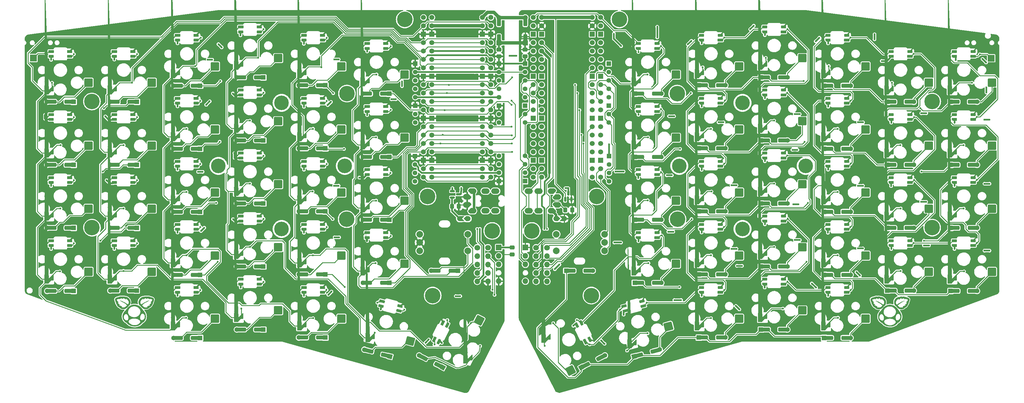
<source format=gtl>
%TF.GenerationSoftware,KiCad,Pcbnew,7.0.10*%
%TF.CreationDate,2024-03-02T14:12:02-05:00*%
%TF.ProjectId,Sofle_Chico_Panel,536f666c-655f-4436-9869-636f5f50616e,v3.5.4*%
%TF.SameCoordinates,Original*%
%TF.FileFunction,Copper,L1,Top*%
%TF.FilePolarity,Positive*%
%FSLAX46Y46*%
G04 Gerber Fmt 4.6, Leading zero omitted, Abs format (unit mm)*
G04 Created by KiCad (PCBNEW 7.0.10) date 2024-03-02 14:12:02*
%MOMM*%
%LPD*%
G01*
G04 APERTURE LIST*
G04 Aperture macros list*
%AMRoundRect*
0 Rectangle with rounded corners*
0 $1 Rounding radius*
0 $2 $3 $4 $5 $6 $7 $8 $9 X,Y pos of 4 corners*
0 Add a 4 corners polygon primitive as box body*
4,1,4,$2,$3,$4,$5,$6,$7,$8,$9,$2,$3,0*
0 Add four circle primitives for the rounded corners*
1,1,$1+$1,$2,$3*
1,1,$1+$1,$4,$5*
1,1,$1+$1,$6,$7*
1,1,$1+$1,$8,$9*
0 Add four rect primitives between the rounded corners*
20,1,$1+$1,$2,$3,$4,$5,0*
20,1,$1+$1,$4,$5,$6,$7,0*
20,1,$1+$1,$6,$7,$8,$9,0*
20,1,$1+$1,$8,$9,$2,$3,0*%
%AMRotRect*
0 Rectangle, with rotation*
0 The origin of the aperture is its center*
0 $1 length*
0 $2 width*
0 $3 Rotation angle, in degrees counterclockwise*
0 Add horizontal line*
21,1,$1,$2,0,0,$3*%
%AMFreePoly0*
4,1,53,1.315063,1.345106,1.330902,1.345106,1.343715,1.335796,1.358779,1.330902,1.368088,1.318088,1.380902,1.308779,1.385796,1.293715,1.395106,1.280902,1.395106,1.265062,1.400000,1.250000,1.400000,-0.300000,1.395106,-0.315062,1.395106,-0.330902,1.385796,-0.343715,1.380902,-0.358779,1.368088,-0.368088,1.358779,-0.380902,1.343715,-0.385796,1.330902,-0.395106,1.315063,-0.395106,
1.300000,-0.400000,0.743013,-0.400000,-0.127405,-1.318774,-0.135680,-1.323276,-0.141221,-1.330902,-0.162261,-1.337738,-0.181694,-1.348311,-0.191039,-1.347088,-0.200000,-1.350000,-1.250000,-1.350000,-1.265063,-1.345106,-1.280902,-1.345106,-1.293715,-1.335796,-1.308779,-1.330902,-1.318088,-1.318088,-1.330902,-1.308779,-1.335796,-1.293715,-1.345106,-1.280902,-1.345106,-1.265062,-1.350000,-1.250000,
-1.350000,1.250000,-1.345106,1.265062,-1.345106,1.280902,-1.335796,1.293715,-1.330902,1.308779,-1.318088,1.318088,-1.308779,1.330902,-1.293715,1.335796,-1.280902,1.345106,-1.265063,1.345106,-1.250000,1.350000,1.300000,1.350000,1.315063,1.345106,1.315063,1.345106,$1*%
%AMFreePoly1*
4,1,18,-0.800000,0.287000,-0.790637,0.334070,-0.763974,0.373974,-0.724070,0.400637,-0.677000,0.410000,0.677000,0.410000,0.724070,0.400637,0.763974,0.373974,0.790637,0.334070,0.800000,0.287000,0.800000,-0.287000,0.790637,-0.334070,0.763974,-0.373974,0.724070,-0.400637,0.677000,-0.410000,-0.472000,-0.410000,-0.800000,-0.082000,-0.800000,0.287000,-0.800000,0.287000,$1*%
%AMFreePoly2*
4,1,21,-0.750000,0.000000,-0.734505,0.151663,-0.679731,0.316964,-0.588312,0.465177,-0.465177,0.588312,-0.316964,0.679731,-0.151663,0.734505,0.000000,0.750000,0.525000,0.750000,0.750000,0.525000,0.750000,-0.525000,0.525000,-0.750000,0.000000,-0.750000,-0.151663,-0.734505,-0.316964,-0.679731,-0.465177,-0.588312,-0.588312,-0.465177,-0.679731,-0.316964,-0.734505,-0.151663,-0.750000,0.000000,
-0.750000,0.000000,-0.750000,0.000000,$1*%
%AMFreePoly3*
4,1,6,0.500000,-0.750000,0.250000,-0.750000,-0.500000,0.000000,0.250000,0.750000,0.500000,0.750000,0.500000,-0.750000,0.500000,-0.750000,$1*%
%AMFreePoly4*
4,1,6,0.240000,0.000000,0.990000,-0.750000,-0.260000,-0.750000,-0.260000,0.750000,0.990000,0.750000,0.240000,0.000000,0.240000,0.000000,$1*%
%AMFreePoly5*
4,1,20,-0.750000,0.600000,-0.600000,0.750000,0.000000,0.750000,0.151663,0.734505,0.316964,0.679731,0.465177,0.588312,0.588312,0.465177,0.679731,0.316964,0.734505,0.151663,0.750000,0.000000,0.734505,-0.151663,0.679731,-0.316964,0.588312,-0.465177,0.465177,-0.588312,0.316964,-0.679731,0.151663,-0.734505,0.000000,-0.750000,-0.600000,-0.750000,-0.750000,-0.600000,-0.750000,0.600000,
-0.750000,0.600000,$1*%
%AMFreePoly6*
4,1,28,-0.850000,0.400000,-0.842219,0.514750,-0.797860,0.693119,-0.716195,0.857783,-0.601041,1.001041,-0.457783,1.116195,-0.293119,1.197860,-0.114750,1.242219,0.000000,1.250000,0.114750,1.242219,0.293119,1.197860,0.457783,1.116195,0.601041,1.001041,0.716195,0.857783,0.797860,0.693119,0.842219,0.514750,0.850000,0.400000,0.850000,-0.400000,0.842219,-0.514750,0.797860,-0.693119,
0.716195,-0.857783,0.601041,-1.001041,0.457783,-1.116195,0.293119,-1.197860,0.114750,-1.242219,0.000000,-1.250000,-0.850000,-0.400000,-0.850000,0.400000,-0.850000,0.400000,$1*%
%AMFreePoly7*
4,1,28,-0.850000,0.400000,-0.842219,0.514750,-0.797860,0.693119,-0.716195,0.857783,-0.601041,1.001041,-0.457783,1.116195,-0.293119,1.197860,-0.114750,1.242219,0.000000,1.250000,0.114750,1.242219,0.293119,1.197860,0.457783,1.116195,0.601041,1.001041,0.716195,0.857783,0.797860,0.693119,0.842219,0.514750,0.850000,0.400000,0.850000,-0.400000,0.000000,-1.250000,-0.114750,-1.242219,
-0.293119,-1.197860,-0.457783,-1.116195,-0.601041,-1.001041,-0.716195,-0.857783,-0.797860,-0.693119,-0.842219,-0.514750,-0.850000,-0.400000,-0.850000,0.400000,-0.850000,0.400000,$1*%
%AMFreePoly8*
4,1,28,-0.850000,0.400000,-0.842219,0.514750,-0.797860,0.693119,-0.716195,0.857783,-0.601041,1.001041,-0.457783,1.116195,-0.293119,1.197860,-0.114750,1.242219,0.000000,1.250000,0.850000,0.400000,0.850000,-0.400000,0.842219,-0.514750,0.797860,-0.693119,0.716195,-0.857783,0.601041,-1.001041,0.457783,-1.116195,0.293119,-1.197860,0.114750,-1.242219,0.000000,-1.250000,-0.114750,-1.242219,
-0.293119,-1.197860,-0.457783,-1.116195,-0.601041,-1.001041,-0.716195,-0.857783,-0.797860,-0.693119,-0.842219,-0.514750,-0.850000,-0.400000,-0.850000,0.400000,-0.850000,0.400000,$1*%
%AMFreePoly9*
4,1,28,-0.850000,0.400000,0.000000,1.250000,0.114750,1.242219,0.293119,1.197860,0.457783,1.116195,0.601041,1.001041,0.716195,0.857783,0.797860,0.693119,0.842219,0.514750,0.850000,0.400000,0.850000,-0.400000,0.842219,-0.514750,0.797860,-0.693119,0.716195,-0.857783,0.601041,-1.001041,0.457783,-1.116195,0.293119,-1.197860,0.114750,-1.242219,0.000000,-1.250000,-0.114750,-1.242219,
-0.293119,-1.197860,-0.457783,-1.116195,-0.601041,-1.001041,-0.716195,-0.857783,-0.797860,-0.693119,-0.842219,-0.514750,-0.850000,-0.400000,-0.850000,0.400000,-0.850000,0.400000,$1*%
G04 Aperture macros list end*
%TA.AperFunction,EtchedComponent*%
%ADD10C,0.022619*%
%TD*%
%TA.AperFunction,ComponentPad*%
%ADD11R,1.400000X1.400000*%
%TD*%
%TA.AperFunction,SMDPad,CuDef*%
%ADD12R,1.600000X1.200000*%
%TD*%
%TA.AperFunction,SMDPad,CuDef*%
%ADD13RoundRect,0.300000X-0.450000X-0.300000X0.450000X-0.300000X0.450000X0.300000X-0.450000X0.300000X0*%
%TD*%
%TA.AperFunction,SMDPad,CuDef*%
%ADD14RoundRect,0.300000X-0.400000X-0.300000X0.400000X-0.300000X0.400000X0.300000X-0.400000X0.300000X0*%
%TD*%
%TA.AperFunction,SMDPad,CuDef*%
%ADD15R,2.120000X1.200000*%
%TD*%
%TA.AperFunction,ComponentPad*%
%ADD16C,1.400000*%
%TD*%
%TA.AperFunction,ComponentPad*%
%ADD17RotRect,1.400000X1.400000X27.000000*%
%TD*%
%TA.AperFunction,SMDPad,CuDef*%
%ADD18RotRect,1.600000X1.200000X27.000000*%
%TD*%
%TA.AperFunction,SMDPad,CuDef*%
%ADD19RoundRect,0.300000X-0.264756X-0.471598X0.537150X-0.063006X0.264756X0.471598X-0.537150X0.063006X0*%
%TD*%
%TA.AperFunction,SMDPad,CuDef*%
%ADD20RoundRect,0.300000X-0.220205X-0.448898X0.492600X-0.085706X0.220205X0.448898X-0.492600X0.085706X0*%
%TD*%
%TA.AperFunction,SMDPad,CuDef*%
%ADD21RotRect,2.120000X1.200000X27.000000*%
%TD*%
%TA.AperFunction,SMDPad,CuDef*%
%ADD22FreePoly0,180.000000*%
%TD*%
%TA.AperFunction,SMDPad,CuDef*%
%ADD23RoundRect,0.250000X1.025000X1.000000X-1.025000X1.000000X-1.025000X-1.000000X1.025000X-1.000000X0*%
%TD*%
%TA.AperFunction,SMDPad,CuDef*%
%ADD24FreePoly0,117.000000*%
%TD*%
%TA.AperFunction,SMDPad,CuDef*%
%ADD25RoundRect,0.250000X1.356347X-0.459291X0.425666X1.367272X-1.356347X0.459291X-0.425666X-1.367272X0*%
%TD*%
%TA.AperFunction,SMDPad,CuDef*%
%ADD26FreePoly0,195.000000*%
%TD*%
%TA.AperFunction,SMDPad,CuDef*%
%ADD27RoundRect,0.250000X0.731255X1.231215X-1.248893X0.700636X-0.731255X-1.231215X1.248893X-0.700636X0*%
%TD*%
%TA.AperFunction,ComponentPad*%
%ADD28C,4.700000*%
%TD*%
%TA.AperFunction,ComponentPad*%
%ADD29RotRect,1.400000X1.400000X15.000000*%
%TD*%
%TA.AperFunction,SMDPad,CuDef*%
%ADD30RotRect,1.600000X1.200000X15.000000*%
%TD*%
%TA.AperFunction,SMDPad,CuDef*%
%ADD31RoundRect,0.300000X-0.357021X-0.406246X0.512312X-0.173309X0.357021X0.406246X-0.512312X0.173309X0*%
%TD*%
%TA.AperFunction,SMDPad,CuDef*%
%ADD32RoundRect,0.300000X-0.308725X-0.393305X0.464016X-0.186250X0.308725X0.393305X-0.464016X0.186250X0*%
%TD*%
%TA.AperFunction,SMDPad,CuDef*%
%ADD33RotRect,2.120000X1.200000X15.000000*%
%TD*%
%TA.AperFunction,SMDPad,CuDef*%
%ADD34FreePoly1,180.000000*%
%TD*%
%TA.AperFunction,SMDPad,CuDef*%
%ADD35RoundRect,0.123000X-0.677000X-0.287000X0.677000X-0.287000X0.677000X0.287000X-0.677000X0.287000X0*%
%TD*%
%TA.AperFunction,SMDPad,CuDef*%
%ADD36RoundRect,0.123000X0.677000X0.287000X-0.677000X0.287000X-0.677000X-0.287000X0.677000X-0.287000X0*%
%TD*%
%TA.AperFunction,SMDPad,CuDef*%
%ADD37RoundRect,0.123000X0.727000X0.287000X-0.727000X0.287000X-0.727000X-0.287000X0.727000X-0.287000X0*%
%TD*%
%TA.AperFunction,SMDPad,CuDef*%
%ADD38FreePoly1,0.000000*%
%TD*%
%TA.AperFunction,SMDPad,CuDef*%
%ADD39RoundRect,0.123000X-0.727000X-0.287000X0.727000X-0.287000X0.727000X0.287000X-0.727000X0.287000X0*%
%TD*%
%TA.AperFunction,SMDPad,CuDef*%
%ADD40RoundRect,0.300000X0.450000X0.300000X-0.450000X0.300000X-0.450000X-0.300000X0.450000X-0.300000X0*%
%TD*%
%TA.AperFunction,SMDPad,CuDef*%
%ADD41RoundRect,0.300000X0.400000X0.300000X-0.400000X0.300000X-0.400000X-0.300000X0.400000X-0.300000X0*%
%TD*%
%TA.AperFunction,SMDPad,CuDef*%
%ADD42FreePoly1,15.000000*%
%TD*%
%TA.AperFunction,SMDPad,CuDef*%
%ADD43RoundRect,0.123000X0.579651X0.452441X-0.728213X0.102000X-0.579651X-0.452441X0.728213X-0.102000X0*%
%TD*%
%TA.AperFunction,SMDPad,CuDef*%
%ADD44RoundRect,0.123000X-0.579651X-0.452441X0.728213X-0.102000X0.579651X0.452441X-0.728213X0.102000X0*%
%TD*%
%TA.AperFunction,SMDPad,CuDef*%
%ADD45RoundRect,0.123000X-0.627947X-0.465382X0.776509X-0.089059X0.627947X0.465382X-0.776509X0.089059X0*%
%TD*%
%TA.AperFunction,ComponentPad*%
%ADD46C,1.397000*%
%TD*%
%TA.AperFunction,ComponentPad*%
%ADD47R,1.397000X1.397000*%
%TD*%
%TA.AperFunction,SMDPad,CuDef*%
%ADD48FreePoly1,297.000000*%
%TD*%
%TA.AperFunction,SMDPad,CuDef*%
%ADD49RoundRect,0.123000X0.563070X-0.472916X-0.051633X0.733507X-0.563070X0.472916X0.051633X-0.733507X0*%
%TD*%
%TA.AperFunction,SMDPad,CuDef*%
%ADD50RoundRect,0.123000X-0.563070X0.472916X0.051633X-0.733507X0.563070X-0.472916X-0.051633X0.733507X0*%
%TD*%
%TA.AperFunction,SMDPad,CuDef*%
%ADD51RoundRect,0.123000X-0.585770X0.517466X0.074332X-0.778057X0.585770X-0.517466X-0.074332X0.778057X0*%
%TD*%
%TA.AperFunction,ComponentPad*%
%ADD52R,1.500000X1.500000*%
%TD*%
%TA.AperFunction,SMDPad,CuDef*%
%ADD53R,1.200000X1.200000*%
%TD*%
%TA.AperFunction,SMDPad,CuDef*%
%ADD54RoundRect,0.300000X0.300000X-0.450000X0.300000X0.450000X-0.300000X0.450000X-0.300000X-0.450000X0*%
%TD*%
%TA.AperFunction,SMDPad,CuDef*%
%ADD55RoundRect,0.300000X0.300000X-0.400000X0.300000X0.400000X-0.300000X0.400000X-0.300000X-0.400000X0*%
%TD*%
%TA.AperFunction,ComponentPad*%
%ADD56O,1.500000X1.500000*%
%TD*%
%TA.AperFunction,SMDPad,CuDef*%
%ADD57RoundRect,0.250000X-0.475000X0.337500X-0.475000X-0.337500X0.475000X-0.337500X0.475000X0.337500X0*%
%TD*%
%TA.AperFunction,ComponentPad*%
%ADD58FreePoly2,180.000000*%
%TD*%
%TA.AperFunction,SMDPad,CuDef*%
%ADD59FreePoly3,0.000000*%
%TD*%
%TA.AperFunction,SMDPad,CuDef*%
%ADD60FreePoly4,0.000000*%
%TD*%
%TA.AperFunction,ComponentPad*%
%ADD61FreePoly5,180.000000*%
%TD*%
%TA.AperFunction,ComponentPad*%
%ADD62R,2.000000X2.000000*%
%TD*%
%TA.AperFunction,ComponentPad*%
%ADD63C,4.400000*%
%TD*%
%TA.AperFunction,SMDPad,CuDef*%
%ADD64FreePoly0,243.000000*%
%TD*%
%TA.AperFunction,SMDPad,CuDef*%
%ADD65RoundRect,0.250000X-0.425666X1.367272X-1.356347X-0.459291X0.425666X-1.367272X1.356347X0.459291X0*%
%TD*%
%TA.AperFunction,SMDPad,CuDef*%
%ADD66FreePoly1,165.000000*%
%TD*%
%TA.AperFunction,SMDPad,CuDef*%
%ADD67RoundRect,0.123000X-0.728213X-0.102000X0.579651X-0.452441X0.728213X0.102000X-0.579651X0.452441X0*%
%TD*%
%TA.AperFunction,SMDPad,CuDef*%
%ADD68RoundRect,0.123000X0.728213X0.102000X-0.579651X0.452441X-0.728213X-0.102000X0.579651X-0.452441X0*%
%TD*%
%TA.AperFunction,SMDPad,CuDef*%
%ADD69RoundRect,0.123000X0.776509X0.089059X-0.627947X0.465382X-0.776509X-0.089059X0.627947X-0.465382X0*%
%TD*%
%TA.AperFunction,SMDPad,CuDef*%
%ADD70FreePoly1,243.000000*%
%TD*%
%TA.AperFunction,SMDPad,CuDef*%
%ADD71RoundRect,0.123000X-0.051633X-0.733507X0.563070X0.472916X0.051633X0.733507X-0.563070X-0.472916X0*%
%TD*%
%TA.AperFunction,SMDPad,CuDef*%
%ADD72RoundRect,0.123000X0.051633X0.733507X-0.563070X-0.472916X-0.051633X-0.733507X0.563070X0.472916X0*%
%TD*%
%TA.AperFunction,SMDPad,CuDef*%
%ADD73RoundRect,0.123000X0.074332X0.778057X-0.585770X-0.517466X-0.074332X-0.778057X0.585770X0.517466X0*%
%TD*%
%TA.AperFunction,SMDPad,CuDef*%
%ADD74RoundRect,0.250000X0.337500X0.475000X-0.337500X0.475000X-0.337500X-0.475000X0.337500X-0.475000X0*%
%TD*%
%TA.AperFunction,ComponentPad*%
%ADD75FreePoly2,0.000000*%
%TD*%
%TA.AperFunction,SMDPad,CuDef*%
%ADD76FreePoly3,180.000000*%
%TD*%
%TA.AperFunction,SMDPad,CuDef*%
%ADD77FreePoly4,180.000000*%
%TD*%
%TA.AperFunction,ComponentPad*%
%ADD78FreePoly5,0.000000*%
%TD*%
%TA.AperFunction,ComponentPad*%
%ADD79RotRect,1.400000X1.400000X153.000000*%
%TD*%
%TA.AperFunction,SMDPad,CuDef*%
%ADD80RotRect,1.600000X1.200000X153.000000*%
%TD*%
%TA.AperFunction,SMDPad,CuDef*%
%ADD81RoundRect,0.300000X0.537150X0.063006X-0.264756X0.471598X-0.537150X-0.063006X0.264756X-0.471598X0*%
%TD*%
%TA.AperFunction,SMDPad,CuDef*%
%ADD82RoundRect,0.300000X0.492600X0.085706X-0.220205X0.448898X-0.492600X-0.085706X0.220205X-0.448898X0*%
%TD*%
%TA.AperFunction,SMDPad,CuDef*%
%ADD83RotRect,2.120000X1.200000X153.000000*%
%TD*%
%TA.AperFunction,SMDPad,CuDef*%
%ADD84RoundRect,0.150000X0.150000X-0.587500X0.150000X0.587500X-0.150000X0.587500X-0.150000X-0.587500X0*%
%TD*%
%TA.AperFunction,SMDPad,CuDef*%
%ADD85RoundRect,0.150000X-0.587500X-0.150000X0.587500X-0.150000X0.587500X0.150000X-0.587500X0.150000X0*%
%TD*%
%TA.AperFunction,ComponentPad*%
%ADD86RotRect,1.400000X1.400000X165.000000*%
%TD*%
%TA.AperFunction,SMDPad,CuDef*%
%ADD87RotRect,1.600000X1.200000X165.000000*%
%TD*%
%TA.AperFunction,SMDPad,CuDef*%
%ADD88RoundRect,0.300000X0.512312X0.173309X-0.357021X0.406246X-0.512312X-0.173309X0.357021X-0.406246X0*%
%TD*%
%TA.AperFunction,SMDPad,CuDef*%
%ADD89RoundRect,0.300000X0.464016X0.186250X-0.308725X0.393305X-0.464016X-0.186250X0.308725X-0.393305X0*%
%TD*%
%TA.AperFunction,SMDPad,CuDef*%
%ADD90RotRect,2.120000X1.200000X165.000000*%
%TD*%
%TA.AperFunction,SMDPad,CuDef*%
%ADD91RoundRect,0.250000X-0.337500X-0.475000X0.337500X-0.475000X0.337500X0.475000X-0.337500X0.475000X0*%
%TD*%
%TA.AperFunction,SMDPad,CuDef*%
%ADD92FreePoly0,165.000000*%
%TD*%
%TA.AperFunction,SMDPad,CuDef*%
%ADD93RoundRect,0.250000X1.248893X0.700636X-0.731255X1.231215X-1.248893X-0.700636X0.731255X-1.231215X0*%
%TD*%
%TA.AperFunction,ComponentPad*%
%ADD94FreePoly6,270.000000*%
%TD*%
%TA.AperFunction,ComponentPad*%
%ADD95FreePoly7,270.000000*%
%TD*%
%TA.AperFunction,ComponentPad*%
%ADD96FreePoly8,270.000000*%
%TD*%
%TA.AperFunction,ComponentPad*%
%ADD97FreePoly9,270.000000*%
%TD*%
%TA.AperFunction,ComponentPad*%
%ADD98O,2.500000X1.700000*%
%TD*%
%TA.AperFunction,ComponentPad*%
%ADD99R,1.700000X1.700000*%
%TD*%
%TA.AperFunction,ComponentPad*%
%ADD100O,1.700000X1.700000*%
%TD*%
%TA.AperFunction,ComponentPad*%
%ADD101C,1.700000*%
%TD*%
%TA.AperFunction,ComponentPad*%
%ADD102FreePoly6,90.000000*%
%TD*%
%TA.AperFunction,ComponentPad*%
%ADD103FreePoly7,90.000000*%
%TD*%
%TA.AperFunction,ComponentPad*%
%ADD104FreePoly8,90.000000*%
%TD*%
%TA.AperFunction,ComponentPad*%
%ADD105FreePoly9,90.000000*%
%TD*%
%TA.AperFunction,ComponentPad*%
%ADD106C,1.500000*%
%TD*%
%TA.AperFunction,SMDPad,CuDef*%
%ADD107RoundRect,0.250000X-1.025000X-1.000000X1.025000X-1.000000X1.025000X1.000000X-1.025000X1.000000X0*%
%TD*%
%TA.AperFunction,ComponentPad*%
%ADD108C,2.000000*%
%TD*%
%TA.AperFunction,ViaPad*%
%ADD109C,0.600000*%
%TD*%
%TA.AperFunction,Conductor*%
%ADD110C,0.250000*%
%TD*%
%TA.AperFunction,Conductor*%
%ADD111C,0.500000*%
%TD*%
%TA.AperFunction,Conductor*%
%ADD112C,1.000000*%
%TD*%
%TA.AperFunction,Conductor*%
%ADD113C,0.750000*%
%TD*%
G04 APERTURE END LIST*
D10*
X1412952Y-134778632D02*
X1452722Y-134780223D01*
X1492587Y-134782758D01*
X1532502Y-134786252D01*
X1572417Y-134790721D01*
X1612287Y-134796180D01*
X1652063Y-134802646D01*
X1691698Y-134810133D01*
X1731146Y-134818659D01*
X1770359Y-134828238D01*
X1809289Y-134838886D01*
X1847889Y-134850619D01*
X1886113Y-134863453D01*
X1923912Y-134877403D01*
X1961240Y-134892486D01*
X2042192Y-134889029D01*
X2123850Y-134891362D01*
X2205925Y-134899356D01*
X2288127Y-134912884D01*
X2370166Y-134931816D01*
X2451750Y-134956024D01*
X2532591Y-134985379D01*
X2612398Y-135019753D01*
X2690881Y-135059017D01*
X2767749Y-135103042D01*
X2842713Y-135151700D01*
X2915483Y-135204863D01*
X2985767Y-135262401D01*
X3053277Y-135324187D01*
X3117721Y-135390091D01*
X3178810Y-135459985D01*
X3236254Y-135533741D01*
X3289762Y-135611229D01*
X3339045Y-135692321D01*
X3383811Y-135776889D01*
X3423772Y-135864804D01*
X3458636Y-135955938D01*
X3488114Y-136050161D01*
X3511915Y-136147346D01*
X3529750Y-136247364D01*
X3541328Y-136350085D01*
X3546358Y-136455382D01*
X3544552Y-136563126D01*
X3535618Y-136673188D01*
X3519267Y-136785440D01*
X3495208Y-136899754D01*
X3463151Y-137016000D01*
X3445078Y-137061749D01*
X3424813Y-137106461D01*
X3402442Y-137150087D01*
X3378048Y-137192577D01*
X3351715Y-137233883D01*
X3323529Y-137273955D01*
X3293572Y-137312745D01*
X3261929Y-137350203D01*
X3228685Y-137386281D01*
X3193924Y-137420930D01*
X3157730Y-137454101D01*
X3120186Y-137485744D01*
X3081378Y-137515812D01*
X3041389Y-137544254D01*
X3000304Y-137571022D01*
X2958208Y-137596067D01*
X2909371Y-137670262D01*
X2859537Y-137741657D01*
X2808454Y-137810327D01*
X2755866Y-137876345D01*
X2701519Y-137939785D01*
X2645159Y-138000722D01*
X2586532Y-138059230D01*
X2525383Y-138115383D01*
X2461460Y-138169255D01*
X2394506Y-138220920D01*
X2324268Y-138270452D01*
X2250493Y-138317925D01*
X2172925Y-138363414D01*
X2091310Y-138406992D01*
X2005395Y-138448734D01*
X1914925Y-138488713D01*
X1837109Y-138509360D01*
X1747209Y-138525854D01*
X1647198Y-138537720D01*
X1539047Y-138544487D01*
X1424729Y-138545681D01*
X1306213Y-138540828D01*
X1185474Y-138529457D01*
X1064482Y-138511095D01*
X945209Y-138485267D01*
X829627Y-138451502D01*
X773836Y-138431494D01*
X719708Y-138409325D01*
X667488Y-138384936D01*
X617423Y-138358266D01*
X569760Y-138329256D01*
X524745Y-138297849D01*
X482624Y-138263984D01*
X443645Y-138227603D01*
X408053Y-138188645D01*
X376095Y-138147054D01*
X348017Y-138102768D01*
X324066Y-138055729D01*
X248936Y-138027424D01*
X202783Y-138008510D01*
X152110Y-137985717D01*
X97821Y-137958517D01*
X40820Y-137926379D01*
X-17989Y-137888777D01*
X-77703Y-137845180D01*
X-137417Y-137795059D01*
X-196228Y-137737887D01*
X-225012Y-137706491D01*
X-253231Y-137673134D01*
X-280773Y-137637750D01*
X-307523Y-137600272D01*
X-333370Y-137560634D01*
X-358200Y-137518771D01*
X-381901Y-137474616D01*
X-404359Y-137428103D01*
X-425461Y-137379166D01*
X-445094Y-137327739D01*
X-463145Y-137273756D01*
X-479502Y-137217150D01*
X-516471Y-137181698D01*
X-551215Y-137143232D01*
X-583704Y-137102061D01*
X-613908Y-137058498D01*
X-641797Y-137012852D01*
X-667341Y-136965433D01*
X-690511Y-136916553D01*
X-711276Y-136866521D01*
X-729606Y-136815649D01*
X-745472Y-136764247D01*
X-758843Y-136712625D01*
X-769690Y-136661095D01*
X-777983Y-136609966D01*
X-783691Y-136559548D01*
X-786785Y-136510154D01*
X-787235Y-136462093D01*
X-807182Y-136434142D01*
X-826060Y-136404873D01*
X-843915Y-136374422D01*
X-860792Y-136342925D01*
X-876736Y-136310518D01*
X-891792Y-136277339D01*
X-906006Y-136243524D01*
X-919423Y-136209208D01*
X-944047Y-136139623D01*
X-966027Y-136069675D01*
X-985724Y-136000455D01*
X-1003501Y-135933055D01*
X-1011963Y-135894155D01*
X-1019853Y-135855038D01*
X-1026919Y-135815731D01*
X-1032907Y-135776256D01*
X-1037566Y-135736640D01*
X-1039317Y-135716786D01*
X-1040641Y-135696905D01*
X-1041506Y-135677002D01*
X-1041756Y-135663692D01*
X-577817Y-135663692D01*
X-572480Y-135725386D01*
X-562912Y-135784287D01*
X-549511Y-135840455D01*
X-532675Y-135893950D01*
X-512803Y-135944832D01*
X-490293Y-135993161D01*
X-465545Y-136038998D01*
X-438955Y-136082401D01*
X-410924Y-136123432D01*
X-381850Y-136162150D01*
X-322164Y-136232888D01*
X-263087Y-136295096D01*
X-207806Y-136349253D01*
X-159510Y-136395840D01*
X-121386Y-136435337D01*
X-107136Y-136452577D01*
X-96624Y-136468225D01*
X-90249Y-136482340D01*
X-88411Y-136494983D01*
X-91506Y-136506214D01*
X-99935Y-136516093D01*
X-114094Y-136524679D01*
X-134384Y-136532034D01*
X-161202Y-136538216D01*
X-194947Y-136543286D01*
X-284811Y-136550330D01*
X-276591Y-136604351D01*
X-263411Y-136655777D01*
X-245759Y-136704663D01*
X-224116Y-136751061D01*
X-198970Y-136795024D01*
X-170804Y-136836605D01*
X-140102Y-136875857D01*
X-107349Y-136912834D01*
X-73031Y-136947588D01*
X-37631Y-136980172D01*
X34474Y-137039042D01*
X105090Y-137089869D01*
X170339Y-137133077D01*
X269230Y-137198331D01*
X284541Y-137210545D01*
X295118Y-137221225D01*
X300476Y-137230425D01*
X300131Y-137238196D01*
X293598Y-137244593D01*
X280393Y-137249668D01*
X260031Y-137253474D01*
X232027Y-137256064D01*
X151156Y-137257808D01*
X33903Y-137255326D01*
X53771Y-137293452D01*
X78994Y-137329403D01*
X109048Y-137363282D01*
X143412Y-137395191D01*
X181563Y-137425234D01*
X222979Y-137453514D01*
X267137Y-137480132D01*
X313515Y-137505193D01*
X410840Y-137551051D01*
X510777Y-137591910D01*
X701766Y-137661922D01*
X784459Y-137692720D01*
X853047Y-137721809D01*
X880745Y-137735969D01*
X903350Y-137750011D01*
X920338Y-137764037D01*
X931188Y-137778150D01*
X935377Y-137792452D01*
X932382Y-137807047D01*
X921682Y-137822037D01*
X902754Y-137837525D01*
X875075Y-137853614D01*
X838124Y-137870406D01*
X791377Y-137888005D01*
X734312Y-137906513D01*
X821688Y-137952265D01*
X915633Y-137994498D01*
X1015455Y-138031760D01*
X1120457Y-138062599D01*
X1229943Y-138085562D01*
X1343219Y-138099196D01*
X1401061Y-138102061D01*
X1459590Y-138102048D01*
X1518718Y-138098978D01*
X1578359Y-138092667D01*
X1638425Y-138082934D01*
X1698831Y-138069598D01*
X1759489Y-138052477D01*
X1820312Y-138031390D01*
X1881213Y-138006155D01*
X1942105Y-137976590D01*
X2002902Y-137942514D01*
X2063516Y-137903745D01*
X2123860Y-137860101D01*
X2183848Y-137811402D01*
X2243393Y-137757465D01*
X2302408Y-137698109D01*
X2360805Y-137633152D01*
X2418498Y-137562413D01*
X2475401Y-137485710D01*
X2531425Y-137402862D01*
X2463127Y-137330432D01*
X2387847Y-137256451D01*
X2305337Y-137180853D01*
X2215349Y-137103571D01*
X2117635Y-137024540D01*
X2011945Y-136943693D01*
X1775645Y-136776286D01*
X1504460Y-136600820D01*
X1196403Y-136416767D01*
X849486Y-136223595D01*
X461719Y-136020776D01*
X619774Y-136074917D01*
X775801Y-136131356D01*
X929734Y-136190168D01*
X1081508Y-136251425D01*
X1231055Y-136315200D01*
X1378309Y-136381567D01*
X1523205Y-136450597D01*
X1665675Y-136522363D01*
X1805653Y-136596940D01*
X1943074Y-136674399D01*
X2077870Y-136754815D01*
X2209975Y-136838258D01*
X2339323Y-136924804D01*
X2465847Y-137014524D01*
X2589482Y-137107491D01*
X2710161Y-137203779D01*
X2774969Y-137165880D01*
X2833138Y-137123531D01*
X2884798Y-137077057D01*
X2930080Y-137026787D01*
X2969116Y-136973048D01*
X3002038Y-136916165D01*
X3028977Y-136856467D01*
X3050064Y-136794281D01*
X3065431Y-136729932D01*
X3075209Y-136663750D01*
X3079529Y-136596059D01*
X3078524Y-136527189D01*
X3072324Y-136457464D01*
X3061061Y-136387214D01*
X3044867Y-136316764D01*
X3023872Y-136246441D01*
X2998208Y-136176574D01*
X2968007Y-136107488D01*
X2933400Y-136039510D01*
X2894518Y-135972969D01*
X2851494Y-135908190D01*
X2804457Y-135845502D01*
X2753541Y-135785230D01*
X2698875Y-135727702D01*
X2640593Y-135673245D01*
X2578824Y-135622186D01*
X2513700Y-135574852D01*
X2445354Y-135531570D01*
X2373916Y-135492667D01*
X2299518Y-135458470D01*
X2222290Y-135429307D01*
X2142366Y-135405504D01*
X2146398Y-135449194D01*
X2147757Y-135486016D01*
X2146531Y-135516332D01*
X2142810Y-135540506D01*
X2136682Y-135558901D01*
X2128235Y-135571879D01*
X2117560Y-135579804D01*
X2104744Y-135583039D01*
X2089877Y-135581947D01*
X2073048Y-135576892D01*
X2054344Y-135568236D01*
X2033856Y-135556342D01*
X1987881Y-135524296D01*
X1935834Y-135483657D01*
X1816364Y-135388222D01*
X1750364Y-135339237D01*
X1681135Y-135293279D01*
X1645531Y-135272344D01*
X1609387Y-135253255D01*
X1572791Y-135236375D01*
X1535833Y-135222068D01*
X1498600Y-135210697D01*
X1461182Y-135202624D01*
X1423668Y-135198214D01*
X1386146Y-135197829D01*
X1376148Y-135198454D01*
X1366154Y-135199400D01*
X1356168Y-135200675D01*
X1346190Y-135202282D01*
X1336226Y-135204230D01*
X1326276Y-135206523D01*
X1316345Y-135209167D01*
X1306435Y-135212169D01*
X1341022Y-135296665D01*
X1351238Y-135329812D01*
X1356970Y-135357363D01*
X1358397Y-135379674D01*
X1355694Y-135397099D01*
X1349040Y-135409993D01*
X1338610Y-135418709D01*
X1324582Y-135423603D01*
X1307132Y-135425028D01*
X1286438Y-135423341D01*
X1262676Y-135418894D01*
X1206658Y-135403140D01*
X1140493Y-135380604D01*
X983384Y-135326530D01*
X895270Y-135300662D01*
X802671Y-135279357D01*
X755131Y-135271300D01*
X707001Y-135265448D01*
X658458Y-135262154D01*
X609677Y-135261773D01*
X560837Y-135264659D01*
X512114Y-135271167D01*
X463685Y-135281651D01*
X415727Y-135296466D01*
X478258Y-135368110D01*
X515898Y-135419471D01*
X525938Y-135438469D01*
X530420Y-135453505D01*
X529566Y-135464947D01*
X523598Y-135473165D01*
X512736Y-135478530D01*
X497203Y-135481409D01*
X453009Y-135481189D01*
X318317Y-135467184D01*
X231365Y-135459309D01*
X133705Y-135454791D01*
X27111Y-135456586D01*
X-86644Y-135467650D01*
X-145653Y-135477581D01*
X-205787Y-135490938D01*
X-266825Y-135508089D01*
X-328546Y-135529404D01*
X-390727Y-135555252D01*
X-453147Y-135586003D01*
X-515584Y-135622027D01*
X-577817Y-135663692D01*
X-1041756Y-135663692D01*
X-1041881Y-135657078D01*
X-1041733Y-135637138D01*
X-1041031Y-135617183D01*
X-1039908Y-135596879D01*
X-1037717Y-135576690D01*
X-1034477Y-135556661D01*
X-1030208Y-135536840D01*
X-1024930Y-135517275D01*
X-1018661Y-135498012D01*
X-1011423Y-135479099D01*
X-1003233Y-135460582D01*
X-994113Y-135442509D01*
X-984080Y-135424927D01*
X-973156Y-135407883D01*
X-961358Y-135391424D01*
X-948708Y-135375597D01*
X-935224Y-135360450D01*
X-920926Y-135346029D01*
X-905833Y-135332381D01*
X-862607Y-135298761D01*
X-818152Y-135266854D01*
X-772539Y-135236667D01*
X-725840Y-135208205D01*
X-678125Y-135181476D01*
X-629467Y-135156485D01*
X-579936Y-135133239D01*
X-529604Y-135111745D01*
X-478542Y-135092008D01*
X-426821Y-135074034D01*
X-374513Y-135057831D01*
X-321689Y-135043405D01*
X-268420Y-135030761D01*
X-214777Y-135019907D01*
X-160833Y-135010847D01*
X-106657Y-135003590D01*
X-85024Y-134989746D01*
X-62945Y-134977139D01*
X-40438Y-134965632D01*
X-17523Y-134955087D01*
X5781Y-134945365D01*
X29453Y-134936329D01*
X77825Y-134919759D01*
X178132Y-134888769D01*
X229753Y-134872138D01*
X255862Y-134863055D01*
X282144Y-134853276D01*
X320704Y-134841824D01*
X361040Y-134831543D01*
X402904Y-134822459D01*
X446051Y-134814595D01*
X490235Y-134807973D01*
X535210Y-134802618D01*
X580728Y-134798553D01*
X626546Y-134795801D01*
X672415Y-134794386D01*
X718090Y-134794331D01*
X763325Y-134795660D01*
X807874Y-134798397D01*
X851491Y-134802564D01*
X893929Y-134808186D01*
X934942Y-134815285D01*
X974285Y-134823885D01*
X1016608Y-134814139D01*
X1059845Y-134805492D01*
X1103915Y-134797971D01*
X1148735Y-134791603D01*
X1194224Y-134786417D01*
X1240300Y-134782438D01*
X1286882Y-134779696D01*
X1333888Y-134778216D01*
X1373325Y-134777968D01*
X1412952Y-134778632D01*
%TA.AperFunction,EtchedComponent*%
G36*
X1412952Y-134778632D02*
G01*
X1452722Y-134780223D01*
X1492587Y-134782758D01*
X1532502Y-134786252D01*
X1572417Y-134790721D01*
X1612287Y-134796180D01*
X1652063Y-134802646D01*
X1691698Y-134810133D01*
X1731146Y-134818659D01*
X1770359Y-134828238D01*
X1809289Y-134838886D01*
X1847889Y-134850619D01*
X1886113Y-134863453D01*
X1923912Y-134877403D01*
X1961240Y-134892486D01*
X2042192Y-134889029D01*
X2123850Y-134891362D01*
X2205925Y-134899356D01*
X2288127Y-134912884D01*
X2370166Y-134931816D01*
X2451750Y-134956024D01*
X2532591Y-134985379D01*
X2612398Y-135019753D01*
X2690881Y-135059017D01*
X2767749Y-135103042D01*
X2842713Y-135151700D01*
X2915483Y-135204863D01*
X2985767Y-135262401D01*
X3053277Y-135324187D01*
X3117721Y-135390091D01*
X3178810Y-135459985D01*
X3236254Y-135533741D01*
X3289762Y-135611229D01*
X3339045Y-135692321D01*
X3383811Y-135776889D01*
X3423772Y-135864804D01*
X3458636Y-135955938D01*
X3488114Y-136050161D01*
X3511915Y-136147346D01*
X3529750Y-136247364D01*
X3541328Y-136350085D01*
X3546358Y-136455382D01*
X3544552Y-136563126D01*
X3535618Y-136673188D01*
X3519267Y-136785440D01*
X3495208Y-136899754D01*
X3463151Y-137016000D01*
X3445078Y-137061749D01*
X3424813Y-137106461D01*
X3402442Y-137150087D01*
X3378048Y-137192577D01*
X3351715Y-137233883D01*
X3323529Y-137273955D01*
X3293572Y-137312745D01*
X3261929Y-137350203D01*
X3228685Y-137386281D01*
X3193924Y-137420930D01*
X3157730Y-137454101D01*
X3120186Y-137485744D01*
X3081378Y-137515812D01*
X3041389Y-137544254D01*
X3000304Y-137571022D01*
X2958208Y-137596067D01*
X2909371Y-137670262D01*
X2859537Y-137741657D01*
X2808454Y-137810327D01*
X2755866Y-137876345D01*
X2701519Y-137939785D01*
X2645159Y-138000722D01*
X2586532Y-138059230D01*
X2525383Y-138115383D01*
X2461460Y-138169255D01*
X2394506Y-138220920D01*
X2324268Y-138270452D01*
X2250493Y-138317925D01*
X2172925Y-138363414D01*
X2091310Y-138406992D01*
X2005395Y-138448734D01*
X1914925Y-138488713D01*
X1837109Y-138509360D01*
X1747209Y-138525854D01*
X1647198Y-138537720D01*
X1539047Y-138544487D01*
X1424729Y-138545681D01*
X1306213Y-138540828D01*
X1185474Y-138529457D01*
X1064482Y-138511095D01*
X945209Y-138485267D01*
X829627Y-138451502D01*
X773836Y-138431494D01*
X719708Y-138409325D01*
X667488Y-138384936D01*
X617423Y-138358266D01*
X569760Y-138329256D01*
X524745Y-138297849D01*
X482624Y-138263984D01*
X443645Y-138227603D01*
X408053Y-138188645D01*
X376095Y-138147054D01*
X348017Y-138102768D01*
X324066Y-138055729D01*
X248936Y-138027424D01*
X202783Y-138008510D01*
X152110Y-137985717D01*
X97821Y-137958517D01*
X40820Y-137926379D01*
X-17989Y-137888777D01*
X-77703Y-137845180D01*
X-137417Y-137795059D01*
X-196228Y-137737887D01*
X-225012Y-137706491D01*
X-253231Y-137673134D01*
X-280773Y-137637750D01*
X-307523Y-137600272D01*
X-333370Y-137560634D01*
X-358200Y-137518771D01*
X-381901Y-137474616D01*
X-404359Y-137428103D01*
X-425461Y-137379166D01*
X-445094Y-137327739D01*
X-463145Y-137273756D01*
X-479502Y-137217150D01*
X-516471Y-137181698D01*
X-551215Y-137143232D01*
X-583704Y-137102061D01*
X-613908Y-137058498D01*
X-641797Y-137012852D01*
X-667341Y-136965433D01*
X-690511Y-136916553D01*
X-711276Y-136866521D01*
X-729606Y-136815649D01*
X-745472Y-136764247D01*
X-758843Y-136712625D01*
X-769690Y-136661095D01*
X-777983Y-136609966D01*
X-783691Y-136559548D01*
X-786785Y-136510154D01*
X-787235Y-136462093D01*
X-807182Y-136434142D01*
X-826060Y-136404873D01*
X-843915Y-136374422D01*
X-860792Y-136342925D01*
X-876736Y-136310518D01*
X-891792Y-136277339D01*
X-906006Y-136243524D01*
X-919423Y-136209208D01*
X-944047Y-136139623D01*
X-966027Y-136069675D01*
X-985724Y-136000455D01*
X-1003501Y-135933055D01*
X-1011963Y-135894155D01*
X-1019853Y-135855038D01*
X-1026919Y-135815731D01*
X-1032907Y-135776256D01*
X-1037566Y-135736640D01*
X-1039317Y-135716786D01*
X-1040641Y-135696905D01*
X-1041506Y-135677002D01*
X-1041756Y-135663692D01*
X-577817Y-135663692D01*
X-572480Y-135725386D01*
X-562912Y-135784287D01*
X-549511Y-135840455D01*
X-532675Y-135893950D01*
X-512803Y-135944832D01*
X-490293Y-135993161D01*
X-465545Y-136038998D01*
X-438955Y-136082401D01*
X-410924Y-136123432D01*
X-381850Y-136162150D01*
X-322164Y-136232888D01*
X-263087Y-136295096D01*
X-207806Y-136349253D01*
X-159510Y-136395840D01*
X-121386Y-136435337D01*
X-107136Y-136452577D01*
X-96624Y-136468225D01*
X-90249Y-136482340D01*
X-88411Y-136494983D01*
X-91506Y-136506214D01*
X-99935Y-136516093D01*
X-114094Y-136524679D01*
X-134384Y-136532034D01*
X-161202Y-136538216D01*
X-194947Y-136543286D01*
X-284811Y-136550330D01*
X-276591Y-136604351D01*
X-263411Y-136655777D01*
X-245759Y-136704663D01*
X-224116Y-136751061D01*
X-198970Y-136795024D01*
X-170804Y-136836605D01*
X-140102Y-136875857D01*
X-107349Y-136912834D01*
X-73031Y-136947588D01*
X-37631Y-136980172D01*
X34474Y-137039042D01*
X105090Y-137089869D01*
X170339Y-137133077D01*
X269230Y-137198331D01*
X284541Y-137210545D01*
X295118Y-137221225D01*
X300476Y-137230425D01*
X300131Y-137238196D01*
X293598Y-137244593D01*
X280393Y-137249668D01*
X260031Y-137253474D01*
X232027Y-137256064D01*
X151156Y-137257808D01*
X33903Y-137255326D01*
X53771Y-137293452D01*
X78994Y-137329403D01*
X109048Y-137363282D01*
X143412Y-137395191D01*
X181563Y-137425234D01*
X222979Y-137453514D01*
X267137Y-137480132D01*
X313515Y-137505193D01*
X410840Y-137551051D01*
X510777Y-137591910D01*
X701766Y-137661922D01*
X784459Y-137692720D01*
X853047Y-137721809D01*
X880745Y-137735969D01*
X903350Y-137750011D01*
X920338Y-137764037D01*
X931188Y-137778150D01*
X935377Y-137792452D01*
X932382Y-137807047D01*
X921682Y-137822037D01*
X902754Y-137837525D01*
X875075Y-137853614D01*
X838124Y-137870406D01*
X791377Y-137888005D01*
X734312Y-137906513D01*
X821688Y-137952265D01*
X915633Y-137994498D01*
X1015455Y-138031760D01*
X1120457Y-138062599D01*
X1229943Y-138085562D01*
X1343219Y-138099196D01*
X1401061Y-138102061D01*
X1459590Y-138102048D01*
X1518718Y-138098978D01*
X1578359Y-138092667D01*
X1638425Y-138082934D01*
X1698831Y-138069598D01*
X1759489Y-138052477D01*
X1820312Y-138031390D01*
X1881213Y-138006155D01*
X1942105Y-137976590D01*
X2002902Y-137942514D01*
X2063516Y-137903745D01*
X2123860Y-137860101D01*
X2183848Y-137811402D01*
X2243393Y-137757465D01*
X2302408Y-137698109D01*
X2360805Y-137633152D01*
X2418498Y-137562413D01*
X2475401Y-137485710D01*
X2531425Y-137402862D01*
X2463127Y-137330432D01*
X2387847Y-137256451D01*
X2305337Y-137180853D01*
X2215349Y-137103571D01*
X2117635Y-137024540D01*
X2011945Y-136943693D01*
X1775645Y-136776286D01*
X1504460Y-136600820D01*
X1196403Y-136416767D01*
X849486Y-136223595D01*
X461719Y-136020776D01*
X619774Y-136074917D01*
X775801Y-136131356D01*
X929734Y-136190168D01*
X1081508Y-136251425D01*
X1231055Y-136315200D01*
X1378309Y-136381567D01*
X1523205Y-136450597D01*
X1665675Y-136522363D01*
X1805653Y-136596940D01*
X1943074Y-136674399D01*
X2077870Y-136754815D01*
X2209975Y-136838258D01*
X2339323Y-136924804D01*
X2465847Y-137014524D01*
X2589482Y-137107491D01*
X2710161Y-137203779D01*
X2774969Y-137165880D01*
X2833138Y-137123531D01*
X2884798Y-137077057D01*
X2930080Y-137026787D01*
X2969116Y-136973048D01*
X3002038Y-136916165D01*
X3028977Y-136856467D01*
X3050064Y-136794281D01*
X3065431Y-136729932D01*
X3075209Y-136663750D01*
X3079529Y-136596059D01*
X3078524Y-136527189D01*
X3072324Y-136457464D01*
X3061061Y-136387214D01*
X3044867Y-136316764D01*
X3023872Y-136246441D01*
X2998208Y-136176574D01*
X2968007Y-136107488D01*
X2933400Y-136039510D01*
X2894518Y-135972969D01*
X2851494Y-135908190D01*
X2804457Y-135845502D01*
X2753541Y-135785230D01*
X2698875Y-135727702D01*
X2640593Y-135673245D01*
X2578824Y-135622186D01*
X2513700Y-135574852D01*
X2445354Y-135531570D01*
X2373916Y-135492667D01*
X2299518Y-135458470D01*
X2222290Y-135429307D01*
X2142366Y-135405504D01*
X2146398Y-135449194D01*
X2147757Y-135486016D01*
X2146531Y-135516332D01*
X2142810Y-135540506D01*
X2136682Y-135558901D01*
X2128235Y-135571879D01*
X2117560Y-135579804D01*
X2104744Y-135583039D01*
X2089877Y-135581947D01*
X2073048Y-135576892D01*
X2054344Y-135568236D01*
X2033856Y-135556342D01*
X1987881Y-135524296D01*
X1935834Y-135483657D01*
X1816364Y-135388222D01*
X1750364Y-135339237D01*
X1681135Y-135293279D01*
X1645531Y-135272344D01*
X1609387Y-135253255D01*
X1572791Y-135236375D01*
X1535833Y-135222068D01*
X1498600Y-135210697D01*
X1461182Y-135202624D01*
X1423668Y-135198214D01*
X1386146Y-135197829D01*
X1376148Y-135198454D01*
X1366154Y-135199400D01*
X1356168Y-135200675D01*
X1346190Y-135202282D01*
X1336226Y-135204230D01*
X1326276Y-135206523D01*
X1316345Y-135209167D01*
X1306435Y-135212169D01*
X1341022Y-135296665D01*
X1351238Y-135329812D01*
X1356970Y-135357363D01*
X1358397Y-135379674D01*
X1355694Y-135397099D01*
X1349040Y-135409993D01*
X1338610Y-135418709D01*
X1324582Y-135423603D01*
X1307132Y-135425028D01*
X1286438Y-135423341D01*
X1262676Y-135418894D01*
X1206658Y-135403140D01*
X1140493Y-135380604D01*
X983384Y-135326530D01*
X895270Y-135300662D01*
X802671Y-135279357D01*
X755131Y-135271300D01*
X707001Y-135265448D01*
X658458Y-135262154D01*
X609677Y-135261773D01*
X560837Y-135264659D01*
X512114Y-135271167D01*
X463685Y-135281651D01*
X415727Y-135296466D01*
X478258Y-135368110D01*
X515898Y-135419471D01*
X525938Y-135438469D01*
X530420Y-135453505D01*
X529566Y-135464947D01*
X523598Y-135473165D01*
X512736Y-135478530D01*
X497203Y-135481409D01*
X453009Y-135481189D01*
X318317Y-135467184D01*
X231365Y-135459309D01*
X133705Y-135454791D01*
X27111Y-135456586D01*
X-86644Y-135467650D01*
X-145653Y-135477581D01*
X-205787Y-135490938D01*
X-266825Y-135508089D01*
X-328546Y-135529404D01*
X-390727Y-135555252D01*
X-453147Y-135586003D01*
X-515584Y-135622027D01*
X-577817Y-135663692D01*
X-1041756Y-135663692D01*
X-1041881Y-135657078D01*
X-1041733Y-135637138D01*
X-1041031Y-135617183D01*
X-1039908Y-135596879D01*
X-1037717Y-135576690D01*
X-1034477Y-135556661D01*
X-1030208Y-135536840D01*
X-1024930Y-135517275D01*
X-1018661Y-135498012D01*
X-1011423Y-135479099D01*
X-1003233Y-135460582D01*
X-994113Y-135442509D01*
X-984080Y-135424927D01*
X-973156Y-135407883D01*
X-961358Y-135391424D01*
X-948708Y-135375597D01*
X-935224Y-135360450D01*
X-920926Y-135346029D01*
X-905833Y-135332381D01*
X-862607Y-135298761D01*
X-818152Y-135266854D01*
X-772539Y-135236667D01*
X-725840Y-135208205D01*
X-678125Y-135181476D01*
X-629467Y-135156485D01*
X-579936Y-135133239D01*
X-529604Y-135111745D01*
X-478542Y-135092008D01*
X-426821Y-135074034D01*
X-374513Y-135057831D01*
X-321689Y-135043405D01*
X-268420Y-135030761D01*
X-214777Y-135019907D01*
X-160833Y-135010847D01*
X-106657Y-135003590D01*
X-85024Y-134989746D01*
X-62945Y-134977139D01*
X-40438Y-134965632D01*
X-17523Y-134955087D01*
X5781Y-134945365D01*
X29453Y-134936329D01*
X77825Y-134919759D01*
X178132Y-134888769D01*
X229753Y-134872138D01*
X255862Y-134863055D01*
X282144Y-134853276D01*
X320704Y-134841824D01*
X361040Y-134831543D01*
X402904Y-134822459D01*
X446051Y-134814595D01*
X490235Y-134807973D01*
X535210Y-134802618D01*
X580728Y-134798553D01*
X626546Y-134795801D01*
X672415Y-134794386D01*
X718090Y-134794331D01*
X763325Y-134795660D01*
X807874Y-134798397D01*
X851491Y-134802564D01*
X893929Y-134808186D01*
X934942Y-134815285D01*
X974285Y-134823885D01*
X1016608Y-134814139D01*
X1059845Y-134805492D01*
X1103915Y-134797971D01*
X1148735Y-134791603D01*
X1194224Y-134786417D01*
X1240300Y-134782438D01*
X1286882Y-134779696D01*
X1333888Y-134778216D01*
X1373325Y-134777968D01*
X1412952Y-134778632D01*
G37*
%TD.AperFunction*%
X8266113Y-134778216D02*
X8313119Y-134779696D01*
X8359701Y-134782438D01*
X8405778Y-134786417D01*
X8451267Y-134791603D01*
X8496087Y-134797971D01*
X8540156Y-134805492D01*
X8583393Y-134814139D01*
X8625716Y-134823885D01*
X8665059Y-134815285D01*
X8706072Y-134808186D01*
X8748510Y-134802564D01*
X8792127Y-134798397D01*
X8836676Y-134795660D01*
X8881911Y-134794331D01*
X8927586Y-134794386D01*
X8973456Y-134795801D01*
X9019273Y-134798553D01*
X9064792Y-134802618D01*
X9109766Y-134807973D01*
X9153950Y-134814595D01*
X9197097Y-134822459D01*
X9238962Y-134831543D01*
X9279297Y-134841824D01*
X9317858Y-134853276D01*
X9344139Y-134863055D01*
X9370248Y-134872138D01*
X9421869Y-134888769D01*
X9522176Y-134919759D01*
X9570548Y-134936329D01*
X9594220Y-134945365D01*
X9617524Y-134955087D01*
X9640439Y-134965632D01*
X9662946Y-134977139D01*
X9685026Y-134989746D01*
X9706658Y-135003590D01*
X9760834Y-135010847D01*
X9814779Y-135019907D01*
X9868421Y-135030761D01*
X9921690Y-135043405D01*
X9974514Y-135057831D01*
X10026822Y-135074034D01*
X10078543Y-135092008D01*
X10129605Y-135111745D01*
X10179937Y-135133239D01*
X10229468Y-135156485D01*
X10278126Y-135181476D01*
X10325841Y-135208205D01*
X10372540Y-135236667D01*
X10418153Y-135266854D01*
X10462608Y-135298761D01*
X10505834Y-135332381D01*
X10520926Y-135346029D01*
X10535225Y-135360450D01*
X10548709Y-135375597D01*
X10561359Y-135391424D01*
X10573157Y-135407883D01*
X10584081Y-135424927D01*
X10594114Y-135442509D01*
X10603234Y-135460582D01*
X10611424Y-135479099D01*
X10618662Y-135498012D01*
X10624931Y-135517275D01*
X10630209Y-135536840D01*
X10634478Y-135556661D01*
X10637718Y-135576690D01*
X10639909Y-135596879D01*
X10641032Y-135617183D01*
X10641734Y-135637138D01*
X10641882Y-135657078D01*
X10641507Y-135677002D01*
X10640642Y-135696905D01*
X10639318Y-135716786D01*
X10637567Y-135736640D01*
X10632908Y-135776256D01*
X10626920Y-135815731D01*
X10619854Y-135855038D01*
X10611964Y-135894155D01*
X10603502Y-135933055D01*
X10585725Y-136000455D01*
X10566028Y-136069675D01*
X10544048Y-136139623D01*
X10519424Y-136209208D01*
X10506007Y-136243524D01*
X10491793Y-136277339D01*
X10476737Y-136310518D01*
X10460793Y-136342925D01*
X10443916Y-136374422D01*
X10426062Y-136404873D01*
X10407183Y-136434142D01*
X10387237Y-136462093D01*
X10386787Y-136510154D01*
X10383692Y-136559548D01*
X10377984Y-136609966D01*
X10369691Y-136661095D01*
X10358845Y-136712625D01*
X10345473Y-136764247D01*
X10329607Y-136815649D01*
X10311277Y-136866521D01*
X10290512Y-136916553D01*
X10267342Y-136965433D01*
X10241798Y-137012852D01*
X10213909Y-137058498D01*
X10183705Y-137102061D01*
X10151216Y-137143232D01*
X10116472Y-137181698D01*
X10079503Y-137217150D01*
X10063146Y-137273756D01*
X10045095Y-137327739D01*
X10025461Y-137379166D01*
X10004359Y-137428103D01*
X9981902Y-137474616D01*
X9958201Y-137518771D01*
X9933371Y-137560634D01*
X9907524Y-137600272D01*
X9880774Y-137637750D01*
X9853232Y-137673134D01*
X9825013Y-137706491D01*
X9796229Y-137737887D01*
X9737418Y-137795059D01*
X9677704Y-137845180D01*
X9617990Y-137888777D01*
X9559181Y-137926379D01*
X9502180Y-137958517D01*
X9447891Y-137985717D01*
X9397219Y-138008510D01*
X9351066Y-138027424D01*
X9275935Y-138055729D01*
X9251984Y-138102768D01*
X9223907Y-138147054D01*
X9191948Y-138188645D01*
X9156356Y-138227602D01*
X9117377Y-138263984D01*
X9075256Y-138297849D01*
X9030241Y-138329256D01*
X8982578Y-138358265D01*
X8932513Y-138384935D01*
X8880293Y-138409325D01*
X8826165Y-138431494D01*
X8770374Y-138451501D01*
X8654792Y-138485267D01*
X8535519Y-138511095D01*
X8414527Y-138529457D01*
X8293788Y-138540828D01*
X8175273Y-138545681D01*
X8060954Y-138544487D01*
X7952803Y-138537720D01*
X7852792Y-138525854D01*
X7762892Y-138509360D01*
X7685076Y-138488713D01*
X7594606Y-138448734D01*
X7508691Y-138406992D01*
X7427076Y-138363414D01*
X7349508Y-138317925D01*
X7275733Y-138270452D01*
X7205495Y-138220920D01*
X7138541Y-138169255D01*
X7074617Y-138115383D01*
X7013469Y-138059230D01*
X6954842Y-138000722D01*
X6898482Y-137939785D01*
X6844135Y-137876345D01*
X6791547Y-137810327D01*
X6740463Y-137741657D01*
X6690630Y-137670262D01*
X6641793Y-137596067D01*
X6599696Y-137571022D01*
X6558611Y-137544254D01*
X6518623Y-137515812D01*
X6479815Y-137485744D01*
X6442271Y-137454101D01*
X6406077Y-137420930D01*
X6371315Y-137386281D01*
X6338071Y-137350203D01*
X6306429Y-137312745D01*
X6276472Y-137273955D01*
X6248286Y-137233883D01*
X6221953Y-137192577D01*
X6197559Y-137150087D01*
X6175188Y-137106461D01*
X6154923Y-137061749D01*
X6136850Y-137016000D01*
X6104793Y-136899754D01*
X6080734Y-136785440D01*
X6064383Y-136673188D01*
X6058122Y-136596059D01*
X6520471Y-136596059D01*
X6524791Y-136663750D01*
X6534569Y-136729932D01*
X6549936Y-136794281D01*
X6571023Y-136856467D01*
X6597962Y-136916165D01*
X6630884Y-136973048D01*
X6669920Y-137026787D01*
X6715203Y-137077057D01*
X6766862Y-137123531D01*
X6825031Y-137165880D01*
X6889840Y-137203779D01*
X7010518Y-137107491D01*
X7134153Y-137014524D01*
X7260677Y-136924804D01*
X7390025Y-136838258D01*
X7522130Y-136754815D01*
X7656926Y-136674399D01*
X7794346Y-136596940D01*
X7934325Y-136522363D01*
X8076795Y-136450597D01*
X8221690Y-136381567D01*
X8368945Y-136315200D01*
X8518492Y-136251425D01*
X8670266Y-136190168D01*
X8824199Y-136131356D01*
X8980226Y-136074917D01*
X9138281Y-136020776D01*
X8750514Y-136223595D01*
X8403597Y-136416767D01*
X8095540Y-136600820D01*
X7824356Y-136776286D01*
X7588055Y-136943693D01*
X7482365Y-137024540D01*
X7384651Y-137103571D01*
X7294663Y-137180853D01*
X7212153Y-137256451D01*
X7136873Y-137330432D01*
X7068575Y-137402862D01*
X7124599Y-137485710D01*
X7181502Y-137562413D01*
X7239195Y-137633152D01*
X7297592Y-137698109D01*
X7356607Y-137757465D01*
X7416152Y-137811402D01*
X7476140Y-137860101D01*
X7536485Y-137903745D01*
X7597099Y-137942514D01*
X7657895Y-137976590D01*
X7718788Y-138006155D01*
X7779689Y-138031390D01*
X7840512Y-138052477D01*
X7901169Y-138069598D01*
X7961575Y-138082934D01*
X8021642Y-138092667D01*
X8081283Y-138098978D01*
X8140411Y-138102048D01*
X8198939Y-138102061D01*
X8256781Y-138099196D01*
X8370057Y-138085562D01*
X8479544Y-138062599D01*
X8584545Y-138031760D01*
X8684367Y-137994498D01*
X8778312Y-137952265D01*
X8865687Y-137906513D01*
X8808623Y-137888005D01*
X8761876Y-137870406D01*
X8724924Y-137853614D01*
X8697246Y-137837525D01*
X8678317Y-137822037D01*
X8667617Y-137807047D01*
X8664623Y-137792452D01*
X8668812Y-137778150D01*
X8679662Y-137764037D01*
X8696650Y-137750011D01*
X8719254Y-137735969D01*
X8746952Y-137721809D01*
X8815540Y-137692720D01*
X8898234Y-137661922D01*
X9089223Y-137591910D01*
X9189159Y-137551051D01*
X9286485Y-137505193D01*
X9332863Y-137480132D01*
X9377021Y-137453514D01*
X9418437Y-137425234D01*
X9456588Y-137395191D01*
X9490952Y-137363282D01*
X9521006Y-137329403D01*
X9546229Y-137293452D01*
X9566097Y-137255326D01*
X9448844Y-137257808D01*
X9367973Y-137256064D01*
X9339969Y-137253474D01*
X9319607Y-137249668D01*
X9306402Y-137244593D01*
X9299869Y-137238196D01*
X9299524Y-137230425D01*
X9304882Y-137221225D01*
X9315459Y-137210545D01*
X9330770Y-137198331D01*
X9429661Y-137133077D01*
X9494910Y-137089869D01*
X9565526Y-137039042D01*
X9637631Y-136980172D01*
X9673031Y-136947588D01*
X9707350Y-136912834D01*
X9740102Y-136875857D01*
X9770804Y-136836605D01*
X9798970Y-136795024D01*
X9824117Y-136751061D01*
X9845759Y-136704663D01*
X9863411Y-136655777D01*
X9876591Y-136604351D01*
X9884811Y-136550330D01*
X9794947Y-136543286D01*
X9761202Y-136538216D01*
X9734384Y-136532034D01*
X9714094Y-136524679D01*
X9699934Y-136516093D01*
X9691506Y-136506214D01*
X9688410Y-136494983D01*
X9690249Y-136482340D01*
X9696624Y-136468225D01*
X9707136Y-136452577D01*
X9721386Y-136435337D01*
X9759510Y-136395840D01*
X9807806Y-136349253D01*
X9863087Y-136295096D01*
X9922164Y-136232888D01*
X9981850Y-136162150D01*
X10010924Y-136123432D01*
X10038956Y-136082401D01*
X10065545Y-136038998D01*
X10090293Y-135993161D01*
X10112803Y-135944832D01*
X10132675Y-135893950D01*
X10149511Y-135840455D01*
X10162912Y-135784287D01*
X10172481Y-135725386D01*
X10177817Y-135663692D01*
X10115584Y-135622027D01*
X10053147Y-135586003D01*
X9990727Y-135555252D01*
X9928546Y-135529404D01*
X9866826Y-135508089D01*
X9805788Y-135490938D01*
X9745653Y-135477581D01*
X9686644Y-135467650D01*
X9572889Y-135456586D01*
X9466295Y-135454791D01*
X9368636Y-135459309D01*
X9281683Y-135467184D01*
X9146991Y-135481189D01*
X9102797Y-135481409D01*
X9087264Y-135478530D01*
X9076403Y-135473165D01*
X9070434Y-135464947D01*
X9069580Y-135453505D01*
X9074062Y-135438469D01*
X9084102Y-135419471D01*
X9121742Y-135368110D01*
X9184273Y-135296466D01*
X9136315Y-135281651D01*
X9087886Y-135271167D01*
X9039163Y-135264659D01*
X8990323Y-135261773D01*
X8941542Y-135262154D01*
X8892999Y-135265448D01*
X8844869Y-135271300D01*
X8797329Y-135279357D01*
X8704730Y-135300662D01*
X8616617Y-135326530D01*
X8459507Y-135380604D01*
X8393342Y-135403140D01*
X8337324Y-135418894D01*
X8313562Y-135423341D01*
X8292868Y-135425028D01*
X8275419Y-135423603D01*
X8261390Y-135418709D01*
X8250960Y-135409993D01*
X8244306Y-135397099D01*
X8241603Y-135379674D01*
X8243030Y-135357363D01*
X8248762Y-135329812D01*
X8258977Y-135296665D01*
X8293565Y-135212169D01*
X8283655Y-135209167D01*
X8273724Y-135206523D01*
X8263774Y-135204230D01*
X8253810Y-135202282D01*
X8243832Y-135200675D01*
X8233846Y-135199400D01*
X8223852Y-135198454D01*
X8213854Y-135197829D01*
X8176332Y-135198214D01*
X8138818Y-135202624D01*
X8101400Y-135210697D01*
X8064167Y-135222068D01*
X8027209Y-135236375D01*
X7990613Y-135253255D01*
X7954469Y-135272344D01*
X7918866Y-135293279D01*
X7849636Y-135339237D01*
X7783636Y-135388222D01*
X7664167Y-135483657D01*
X7612119Y-135524296D01*
X7566144Y-135556342D01*
X7545656Y-135568236D01*
X7526953Y-135576892D01*
X7510123Y-135581947D01*
X7495256Y-135583039D01*
X7482440Y-135579804D01*
X7471765Y-135571879D01*
X7463319Y-135558901D01*
X7457190Y-135540506D01*
X7453469Y-135516332D01*
X7452243Y-135486016D01*
X7453602Y-135449194D01*
X7457634Y-135405504D01*
X7377709Y-135429307D01*
X7300482Y-135458470D01*
X7226084Y-135492667D01*
X7154646Y-135531570D01*
X7086299Y-135574852D01*
X7021176Y-135622186D01*
X6959407Y-135673245D01*
X6901124Y-135727702D01*
X6846459Y-135785230D01*
X6795542Y-135845502D01*
X6748506Y-135908190D01*
X6705481Y-135972969D01*
X6666600Y-136039510D01*
X6631993Y-136107488D01*
X6601792Y-136176574D01*
X6576128Y-136246441D01*
X6555133Y-136316764D01*
X6538939Y-136387214D01*
X6527676Y-136457464D01*
X6521476Y-136527189D01*
X6520471Y-136596059D01*
X6058122Y-136596059D01*
X6055449Y-136563126D01*
X6053642Y-136455382D01*
X6058673Y-136350085D01*
X6070251Y-136247364D01*
X6088086Y-136147346D01*
X6111887Y-136050161D01*
X6141365Y-135955938D01*
X6176229Y-135864804D01*
X6216189Y-135776889D01*
X6260956Y-135692321D01*
X6310238Y-135611229D01*
X6363747Y-135533741D01*
X6421190Y-135459985D01*
X6482280Y-135390091D01*
X6546724Y-135324187D01*
X6614234Y-135262402D01*
X6684518Y-135204863D01*
X6757288Y-135151700D01*
X6832252Y-135103042D01*
X6909120Y-135059017D01*
X6987603Y-135019753D01*
X7067410Y-134985379D01*
X7148251Y-134956024D01*
X7229835Y-134931816D01*
X7311874Y-134912884D01*
X7394076Y-134899356D01*
X7476151Y-134891362D01*
X7557810Y-134889029D01*
X7638761Y-134892486D01*
X7676089Y-134877403D01*
X7713888Y-134863453D01*
X7752112Y-134850619D01*
X7790712Y-134838886D01*
X7829642Y-134828238D01*
X7868855Y-134818659D01*
X7908302Y-134810133D01*
X7947938Y-134802646D01*
X7987714Y-134796180D01*
X8027584Y-134790721D01*
X8067499Y-134786252D01*
X8107414Y-134782758D01*
X8147280Y-134780223D01*
X8187050Y-134778632D01*
X8226677Y-134777968D01*
X8266113Y-134778216D01*
%TA.AperFunction,EtchedComponent*%
G36*
X8266113Y-134778216D02*
G01*
X8313119Y-134779696D01*
X8359701Y-134782438D01*
X8405778Y-134786417D01*
X8451267Y-134791603D01*
X8496087Y-134797971D01*
X8540156Y-134805492D01*
X8583393Y-134814139D01*
X8625716Y-134823885D01*
X8665059Y-134815285D01*
X8706072Y-134808186D01*
X8748510Y-134802564D01*
X8792127Y-134798397D01*
X8836676Y-134795660D01*
X8881911Y-134794331D01*
X8927586Y-134794386D01*
X8973456Y-134795801D01*
X9019273Y-134798553D01*
X9064792Y-134802618D01*
X9109766Y-134807973D01*
X9153950Y-134814595D01*
X9197097Y-134822459D01*
X9238962Y-134831543D01*
X9279297Y-134841824D01*
X9317858Y-134853276D01*
X9344139Y-134863055D01*
X9370248Y-134872138D01*
X9421869Y-134888769D01*
X9522176Y-134919759D01*
X9570548Y-134936329D01*
X9594220Y-134945365D01*
X9617524Y-134955087D01*
X9640439Y-134965632D01*
X9662946Y-134977139D01*
X9685026Y-134989746D01*
X9706658Y-135003590D01*
X9760834Y-135010847D01*
X9814779Y-135019907D01*
X9868421Y-135030761D01*
X9921690Y-135043405D01*
X9974514Y-135057831D01*
X10026822Y-135074034D01*
X10078543Y-135092008D01*
X10129605Y-135111745D01*
X10179937Y-135133239D01*
X10229468Y-135156485D01*
X10278126Y-135181476D01*
X10325841Y-135208205D01*
X10372540Y-135236667D01*
X10418153Y-135266854D01*
X10462608Y-135298761D01*
X10505834Y-135332381D01*
X10520926Y-135346029D01*
X10535225Y-135360450D01*
X10548709Y-135375597D01*
X10561359Y-135391424D01*
X10573157Y-135407883D01*
X10584081Y-135424927D01*
X10594114Y-135442509D01*
X10603234Y-135460582D01*
X10611424Y-135479099D01*
X10618662Y-135498012D01*
X10624931Y-135517275D01*
X10630209Y-135536840D01*
X10634478Y-135556661D01*
X10637718Y-135576690D01*
X10639909Y-135596879D01*
X10641032Y-135617183D01*
X10641734Y-135637138D01*
X10641882Y-135657078D01*
X10641507Y-135677002D01*
X10640642Y-135696905D01*
X10639318Y-135716786D01*
X10637567Y-135736640D01*
X10632908Y-135776256D01*
X10626920Y-135815731D01*
X10619854Y-135855038D01*
X10611964Y-135894155D01*
X10603502Y-135933055D01*
X10585725Y-136000455D01*
X10566028Y-136069675D01*
X10544048Y-136139623D01*
X10519424Y-136209208D01*
X10506007Y-136243524D01*
X10491793Y-136277339D01*
X10476737Y-136310518D01*
X10460793Y-136342925D01*
X10443916Y-136374422D01*
X10426062Y-136404873D01*
X10407183Y-136434142D01*
X10387237Y-136462093D01*
X10386787Y-136510154D01*
X10383692Y-136559548D01*
X10377984Y-136609966D01*
X10369691Y-136661095D01*
X10358845Y-136712625D01*
X10345473Y-136764247D01*
X10329607Y-136815649D01*
X10311277Y-136866521D01*
X10290512Y-136916553D01*
X10267342Y-136965433D01*
X10241798Y-137012852D01*
X10213909Y-137058498D01*
X10183705Y-137102061D01*
X10151216Y-137143232D01*
X10116472Y-137181698D01*
X10079503Y-137217150D01*
X10063146Y-137273756D01*
X10045095Y-137327739D01*
X10025461Y-137379166D01*
X10004359Y-137428103D01*
X9981902Y-137474616D01*
X9958201Y-137518771D01*
X9933371Y-137560634D01*
X9907524Y-137600272D01*
X9880774Y-137637750D01*
X9853232Y-137673134D01*
X9825013Y-137706491D01*
X9796229Y-137737887D01*
X9737418Y-137795059D01*
X9677704Y-137845180D01*
X9617990Y-137888777D01*
X9559181Y-137926379D01*
X9502180Y-137958517D01*
X9447891Y-137985717D01*
X9397219Y-138008510D01*
X9351066Y-138027424D01*
X9275935Y-138055729D01*
X9251984Y-138102768D01*
X9223907Y-138147054D01*
X9191948Y-138188645D01*
X9156356Y-138227602D01*
X9117377Y-138263984D01*
X9075256Y-138297849D01*
X9030241Y-138329256D01*
X8982578Y-138358265D01*
X8932513Y-138384935D01*
X8880293Y-138409325D01*
X8826165Y-138431494D01*
X8770374Y-138451501D01*
X8654792Y-138485267D01*
X8535519Y-138511095D01*
X8414527Y-138529457D01*
X8293788Y-138540828D01*
X8175273Y-138545681D01*
X8060954Y-138544487D01*
X7952803Y-138537720D01*
X7852792Y-138525854D01*
X7762892Y-138509360D01*
X7685076Y-138488713D01*
X7594606Y-138448734D01*
X7508691Y-138406992D01*
X7427076Y-138363414D01*
X7349508Y-138317925D01*
X7275733Y-138270452D01*
X7205495Y-138220920D01*
X7138541Y-138169255D01*
X7074617Y-138115383D01*
X7013469Y-138059230D01*
X6954842Y-138000722D01*
X6898482Y-137939785D01*
X6844135Y-137876345D01*
X6791547Y-137810327D01*
X6740463Y-137741657D01*
X6690630Y-137670262D01*
X6641793Y-137596067D01*
X6599696Y-137571022D01*
X6558611Y-137544254D01*
X6518623Y-137515812D01*
X6479815Y-137485744D01*
X6442271Y-137454101D01*
X6406077Y-137420930D01*
X6371315Y-137386281D01*
X6338071Y-137350203D01*
X6306429Y-137312745D01*
X6276472Y-137273955D01*
X6248286Y-137233883D01*
X6221953Y-137192577D01*
X6197559Y-137150087D01*
X6175188Y-137106461D01*
X6154923Y-137061749D01*
X6136850Y-137016000D01*
X6104793Y-136899754D01*
X6080734Y-136785440D01*
X6064383Y-136673188D01*
X6058122Y-136596059D01*
X6520471Y-136596059D01*
X6524791Y-136663750D01*
X6534569Y-136729932D01*
X6549936Y-136794281D01*
X6571023Y-136856467D01*
X6597962Y-136916165D01*
X6630884Y-136973048D01*
X6669920Y-137026787D01*
X6715203Y-137077057D01*
X6766862Y-137123531D01*
X6825031Y-137165880D01*
X6889840Y-137203779D01*
X7010518Y-137107491D01*
X7134153Y-137014524D01*
X7260677Y-136924804D01*
X7390025Y-136838258D01*
X7522130Y-136754815D01*
X7656926Y-136674399D01*
X7794346Y-136596940D01*
X7934325Y-136522363D01*
X8076795Y-136450597D01*
X8221690Y-136381567D01*
X8368945Y-136315200D01*
X8518492Y-136251425D01*
X8670266Y-136190168D01*
X8824199Y-136131356D01*
X8980226Y-136074917D01*
X9138281Y-136020776D01*
X8750514Y-136223595D01*
X8403597Y-136416767D01*
X8095540Y-136600820D01*
X7824356Y-136776286D01*
X7588055Y-136943693D01*
X7482365Y-137024540D01*
X7384651Y-137103571D01*
X7294663Y-137180853D01*
X7212153Y-137256451D01*
X7136873Y-137330432D01*
X7068575Y-137402862D01*
X7124599Y-137485710D01*
X7181502Y-137562413D01*
X7239195Y-137633152D01*
X7297592Y-137698109D01*
X7356607Y-137757465D01*
X7416152Y-137811402D01*
X7476140Y-137860101D01*
X7536485Y-137903745D01*
X7597099Y-137942514D01*
X7657895Y-137976590D01*
X7718788Y-138006155D01*
X7779689Y-138031390D01*
X7840512Y-138052477D01*
X7901169Y-138069598D01*
X7961575Y-138082934D01*
X8021642Y-138092667D01*
X8081283Y-138098978D01*
X8140411Y-138102048D01*
X8198939Y-138102061D01*
X8256781Y-138099196D01*
X8370057Y-138085562D01*
X8479544Y-138062599D01*
X8584545Y-138031760D01*
X8684367Y-137994498D01*
X8778312Y-137952265D01*
X8865687Y-137906513D01*
X8808623Y-137888005D01*
X8761876Y-137870406D01*
X8724924Y-137853614D01*
X8697246Y-137837525D01*
X8678317Y-137822037D01*
X8667617Y-137807047D01*
X8664623Y-137792452D01*
X8668812Y-137778150D01*
X8679662Y-137764037D01*
X8696650Y-137750011D01*
X8719254Y-137735969D01*
X8746952Y-137721809D01*
X8815540Y-137692720D01*
X8898234Y-137661922D01*
X9089223Y-137591910D01*
X9189159Y-137551051D01*
X9286485Y-137505193D01*
X9332863Y-137480132D01*
X9377021Y-137453514D01*
X9418437Y-137425234D01*
X9456588Y-137395191D01*
X9490952Y-137363282D01*
X9521006Y-137329403D01*
X9546229Y-137293452D01*
X9566097Y-137255326D01*
X9448844Y-137257808D01*
X9367973Y-137256064D01*
X9339969Y-137253474D01*
X9319607Y-137249668D01*
X9306402Y-137244593D01*
X9299869Y-137238196D01*
X9299524Y-137230425D01*
X9304882Y-137221225D01*
X9315459Y-137210545D01*
X9330770Y-137198331D01*
X9429661Y-137133077D01*
X9494910Y-137089869D01*
X9565526Y-137039042D01*
X9637631Y-136980172D01*
X9673031Y-136947588D01*
X9707350Y-136912834D01*
X9740102Y-136875857D01*
X9770804Y-136836605D01*
X9798970Y-136795024D01*
X9824117Y-136751061D01*
X9845759Y-136704663D01*
X9863411Y-136655777D01*
X9876591Y-136604351D01*
X9884811Y-136550330D01*
X9794947Y-136543286D01*
X9761202Y-136538216D01*
X9734384Y-136532034D01*
X9714094Y-136524679D01*
X9699934Y-136516093D01*
X9691506Y-136506214D01*
X9688410Y-136494983D01*
X9690249Y-136482340D01*
X9696624Y-136468225D01*
X9707136Y-136452577D01*
X9721386Y-136435337D01*
X9759510Y-136395840D01*
X9807806Y-136349253D01*
X9863087Y-136295096D01*
X9922164Y-136232888D01*
X9981850Y-136162150D01*
X10010924Y-136123432D01*
X10038956Y-136082401D01*
X10065545Y-136038998D01*
X10090293Y-135993161D01*
X10112803Y-135944832D01*
X10132675Y-135893950D01*
X10149511Y-135840455D01*
X10162912Y-135784287D01*
X10172481Y-135725386D01*
X10177817Y-135663692D01*
X10115584Y-135622027D01*
X10053147Y-135586003D01*
X9990727Y-135555252D01*
X9928546Y-135529404D01*
X9866826Y-135508089D01*
X9805788Y-135490938D01*
X9745653Y-135477581D01*
X9686644Y-135467650D01*
X9572889Y-135456586D01*
X9466295Y-135454791D01*
X9368636Y-135459309D01*
X9281683Y-135467184D01*
X9146991Y-135481189D01*
X9102797Y-135481409D01*
X9087264Y-135478530D01*
X9076403Y-135473165D01*
X9070434Y-135464947D01*
X9069580Y-135453505D01*
X9074062Y-135438469D01*
X9084102Y-135419471D01*
X9121742Y-135368110D01*
X9184273Y-135296466D01*
X9136315Y-135281651D01*
X9087886Y-135271167D01*
X9039163Y-135264659D01*
X8990323Y-135261773D01*
X8941542Y-135262154D01*
X8892999Y-135265448D01*
X8844869Y-135271300D01*
X8797329Y-135279357D01*
X8704730Y-135300662D01*
X8616617Y-135326530D01*
X8459507Y-135380604D01*
X8393342Y-135403140D01*
X8337324Y-135418894D01*
X8313562Y-135423341D01*
X8292868Y-135425028D01*
X8275419Y-135423603D01*
X8261390Y-135418709D01*
X8250960Y-135409993D01*
X8244306Y-135397099D01*
X8241603Y-135379674D01*
X8243030Y-135357363D01*
X8248762Y-135329812D01*
X8258977Y-135296665D01*
X8293565Y-135212169D01*
X8283655Y-135209167D01*
X8273724Y-135206523D01*
X8263774Y-135204230D01*
X8253810Y-135202282D01*
X8243832Y-135200675D01*
X8233846Y-135199400D01*
X8223852Y-135198454D01*
X8213854Y-135197829D01*
X8176332Y-135198214D01*
X8138818Y-135202624D01*
X8101400Y-135210697D01*
X8064167Y-135222068D01*
X8027209Y-135236375D01*
X7990613Y-135253255D01*
X7954469Y-135272344D01*
X7918866Y-135293279D01*
X7849636Y-135339237D01*
X7783636Y-135388222D01*
X7664167Y-135483657D01*
X7612119Y-135524296D01*
X7566144Y-135556342D01*
X7545656Y-135568236D01*
X7526953Y-135576892D01*
X7510123Y-135581947D01*
X7495256Y-135583039D01*
X7482440Y-135579804D01*
X7471765Y-135571879D01*
X7463319Y-135558901D01*
X7457190Y-135540506D01*
X7453469Y-135516332D01*
X7452243Y-135486016D01*
X7453602Y-135449194D01*
X7457634Y-135405504D01*
X7377709Y-135429307D01*
X7300482Y-135458470D01*
X7226084Y-135492667D01*
X7154646Y-135531570D01*
X7086299Y-135574852D01*
X7021176Y-135622186D01*
X6959407Y-135673245D01*
X6901124Y-135727702D01*
X6846459Y-135785230D01*
X6795542Y-135845502D01*
X6748506Y-135908190D01*
X6705481Y-135972969D01*
X6666600Y-136039510D01*
X6631993Y-136107488D01*
X6601792Y-136176574D01*
X6576128Y-136246441D01*
X6555133Y-136316764D01*
X6538939Y-136387214D01*
X6527676Y-136457464D01*
X6521476Y-136527189D01*
X6520471Y-136596059D01*
X6058122Y-136596059D01*
X6055449Y-136563126D01*
X6053642Y-136455382D01*
X6058673Y-136350085D01*
X6070251Y-136247364D01*
X6088086Y-136147346D01*
X6111887Y-136050161D01*
X6141365Y-135955938D01*
X6176229Y-135864804D01*
X6216189Y-135776889D01*
X6260956Y-135692321D01*
X6310238Y-135611229D01*
X6363747Y-135533741D01*
X6421190Y-135459985D01*
X6482280Y-135390091D01*
X6546724Y-135324187D01*
X6614234Y-135262402D01*
X6684518Y-135204863D01*
X6757288Y-135151700D01*
X6832252Y-135103042D01*
X6909120Y-135059017D01*
X6987603Y-135019753D01*
X7067410Y-134985379D01*
X7148251Y-134956024D01*
X7229835Y-134931816D01*
X7311874Y-134912884D01*
X7394076Y-134899356D01*
X7476151Y-134891362D01*
X7557810Y-134889029D01*
X7638761Y-134892486D01*
X7676089Y-134877403D01*
X7713888Y-134863453D01*
X7752112Y-134850619D01*
X7790712Y-134838886D01*
X7829642Y-134828238D01*
X7868855Y-134818659D01*
X7908302Y-134810133D01*
X7947938Y-134802646D01*
X7987714Y-134796180D01*
X8027584Y-134790721D01*
X8067499Y-134786252D01*
X8107414Y-134782758D01*
X8147280Y-134780223D01*
X8187050Y-134778632D01*
X8226677Y-134777968D01*
X8266113Y-134778216D01*
G37*
%TD.AperFunction*%
%TA.AperFunction,EtchedComponent*%
G36*
X4752644Y-137228707D02*
G01*
X4980033Y-137244699D01*
X5196063Y-137270821D01*
X5401394Y-137307433D01*
X5500253Y-137329785D01*
X5596686Y-137354896D01*
X5690773Y-137382809D01*
X5782599Y-137413570D01*
X5872245Y-137447224D01*
X5959795Y-137483816D01*
X6045330Y-137523392D01*
X6128933Y-137565995D01*
X6210687Y-137611673D01*
X6290674Y-137660468D01*
X6368978Y-137712428D01*
X6445679Y-137767596D01*
X6520862Y-137826018D01*
X6594608Y-137887739D01*
X6667000Y-137952804D01*
X6738121Y-138021258D01*
X6876880Y-138168513D01*
X7011544Y-138329867D01*
X7142773Y-138505678D01*
X7271230Y-138696308D01*
X7397572Y-138902119D01*
X7512463Y-139018167D01*
X7621280Y-139139661D01*
X7723546Y-139266405D01*
X7818780Y-139398201D01*
X7906505Y-139534854D01*
X7986239Y-139676169D01*
X8057505Y-139821949D01*
X8119823Y-139971997D01*
X8172714Y-140126119D01*
X8215698Y-140284118D01*
X8248297Y-140445798D01*
X8270031Y-140610963D01*
X8280421Y-140779417D01*
X8278988Y-140950964D01*
X8265252Y-141125409D01*
X8238735Y-141302554D01*
X8220639Y-141390108D01*
X8199542Y-141474377D01*
X8175633Y-141555417D01*
X8149098Y-141633285D01*
X8120126Y-141708037D01*
X8088903Y-141779728D01*
X8055617Y-141848416D01*
X8020457Y-141914157D01*
X7983608Y-141977005D01*
X7945260Y-142037019D01*
X7905598Y-142094253D01*
X7864811Y-142148765D01*
X7823087Y-142200610D01*
X7780612Y-142249845D01*
X7737575Y-142296525D01*
X7694162Y-142340708D01*
X7606962Y-142421804D01*
X7520510Y-142493582D01*
X7436307Y-142556491D01*
X7355853Y-142610983D01*
X7280649Y-142657506D01*
X7212194Y-142696509D01*
X7101531Y-142753757D01*
X7048929Y-142826839D01*
X6994245Y-142897001D01*
X6879014Y-143028713D01*
X6756604Y-143149200D01*
X6627779Y-143258768D01*
X6493305Y-143357722D01*
X6353944Y-143446370D01*
X6210463Y-143525018D01*
X6063626Y-143593970D01*
X5914197Y-143653535D01*
X5762942Y-143704018D01*
X5610624Y-143745725D01*
X5458010Y-143778963D01*
X5305863Y-143804037D01*
X5154948Y-143821254D01*
X5006029Y-143830921D01*
X4859872Y-143833342D01*
X4705782Y-143830022D01*
X4548604Y-143819569D01*
X4389162Y-143801670D01*
X4228279Y-143776012D01*
X4066777Y-143742279D01*
X3905479Y-143700160D01*
X3745208Y-143649340D01*
X3586786Y-143589505D01*
X3431035Y-143520341D01*
X3278779Y-143441536D01*
X3130840Y-143352775D01*
X2988041Y-143253744D01*
X2851204Y-143144131D01*
X2785278Y-143085257D01*
X2721152Y-143023620D01*
X2658928Y-142959180D01*
X2598708Y-142891899D01*
X2540596Y-142821737D01*
X2484694Y-142748654D01*
X2367088Y-142691403D01*
X2294336Y-142652396D01*
X2214411Y-142605870D01*
X2128908Y-142551373D01*
X2039420Y-142488458D01*
X1947541Y-142416674D01*
X1863273Y-142342929D01*
X3074129Y-142342929D01*
X3076923Y-142394777D01*
X3085165Y-142446686D01*
X3098644Y-142498541D01*
X3117150Y-142550229D01*
X3140472Y-142601636D01*
X3168399Y-142652648D01*
X3200719Y-142703152D01*
X3237224Y-142753033D01*
X3321939Y-142850472D01*
X3420860Y-142944055D01*
X3532299Y-143032870D01*
X3654572Y-143116008D01*
X3785990Y-143192557D01*
X3924870Y-143261607D01*
X4069524Y-143322246D01*
X4218267Y-143373564D01*
X4369413Y-143414650D01*
X4521275Y-143444593D01*
X4672167Y-143462483D01*
X4820404Y-143467409D01*
X4902458Y-143467302D01*
X4984187Y-143463379D01*
X5065443Y-143455814D01*
X5146075Y-143444781D01*
X5225934Y-143430457D01*
X5304872Y-143413016D01*
X5382737Y-143392634D01*
X5459381Y-143369484D01*
X5534654Y-143343742D01*
X5608406Y-143315584D01*
X5680488Y-143285184D01*
X5750750Y-143252716D01*
X5819043Y-143218357D01*
X5885217Y-143182282D01*
X5949122Y-143144664D01*
X6010609Y-143105680D01*
X6069529Y-143065504D01*
X6125731Y-143024311D01*
X6179066Y-142982276D01*
X6229385Y-142939575D01*
X6276539Y-142896381D01*
X6320376Y-142852872D01*
X6360749Y-142809220D01*
X6397506Y-142765602D01*
X6430500Y-142722191D01*
X6459579Y-142679165D01*
X6484596Y-142636696D01*
X6505399Y-142594961D01*
X6521840Y-142554134D01*
X6533768Y-142514391D01*
X6541035Y-142475905D01*
X6543490Y-142438854D01*
X6541757Y-142394811D01*
X6535982Y-142350796D01*
X6526230Y-142306898D01*
X6512568Y-142263203D01*
X6495061Y-142219799D01*
X6473777Y-142176772D01*
X6420137Y-142092200D01*
X6352175Y-142010186D01*
X6270421Y-141931426D01*
X6175402Y-141856620D01*
X6067647Y-141786464D01*
X5947683Y-141721657D01*
X5816038Y-141662897D01*
X5673242Y-141610880D01*
X5519821Y-141566305D01*
X5356304Y-141529870D01*
X5183218Y-141502272D01*
X5001093Y-141484209D01*
X4810457Y-141476380D01*
X4712371Y-141476913D01*
X4616585Y-141479717D01*
X4523153Y-141484734D01*
X4432127Y-141491910D01*
X4343560Y-141501189D01*
X4257504Y-141512515D01*
X4174012Y-141525832D01*
X4093137Y-141541085D01*
X4014931Y-141558218D01*
X3939447Y-141577174D01*
X3866738Y-141597899D01*
X3796856Y-141620337D01*
X3729855Y-141644432D01*
X3665786Y-141670128D01*
X3604703Y-141697369D01*
X3546658Y-141726100D01*
X3491704Y-141756265D01*
X3439894Y-141787809D01*
X3391280Y-141820675D01*
X3345915Y-141854807D01*
X3303851Y-141890151D01*
X3265142Y-141926651D01*
X3229840Y-141964250D01*
X3197997Y-142002892D01*
X3169667Y-142042523D01*
X3144902Y-142083087D01*
X3123755Y-142124527D01*
X3106278Y-142166789D01*
X3092524Y-142209815D01*
X3082546Y-142253551D01*
X3076397Y-142297941D01*
X3074129Y-142342929D01*
X1863273Y-142342929D01*
X1854866Y-142335572D01*
X1762990Y-142244703D01*
X1673505Y-142143618D01*
X1588007Y-142031866D01*
X1547251Y-141971850D01*
X1508090Y-141908999D01*
X1470722Y-141843256D01*
X1435347Y-141774566D01*
X1402165Y-141702873D01*
X1371374Y-141628120D01*
X1343174Y-141550251D01*
X1317764Y-141469209D01*
X1295344Y-141384940D01*
X1276112Y-141297386D01*
X1259977Y-141209000D01*
X1246697Y-141122247D01*
X1236249Y-141037085D01*
X1233029Y-141001835D01*
X1601617Y-141001835D01*
X1605929Y-141098668D01*
X1611473Y-141148358D01*
X1619439Y-141198833D01*
X1629949Y-141250045D01*
X1643124Y-141301944D01*
X1659087Y-141354484D01*
X1677959Y-141407615D01*
X1699864Y-141461290D01*
X1724923Y-141515460D01*
X1754996Y-141561011D01*
X1785860Y-141604157D01*
X1817450Y-141644928D01*
X1849698Y-141683355D01*
X1882536Y-141719468D01*
X1915899Y-141753297D01*
X1949718Y-141784873D01*
X1983927Y-141814224D01*
X2018459Y-141841383D01*
X2053246Y-141866379D01*
X2088222Y-141889241D01*
X2123320Y-141910001D01*
X2158472Y-141928689D01*
X2193611Y-141945334D01*
X2228671Y-141959968D01*
X2263584Y-141972619D01*
X2298283Y-141983319D01*
X2332702Y-141992097D01*
X2366773Y-141998985D01*
X2400429Y-142004011D01*
X2433603Y-142007206D01*
X2466228Y-142008601D01*
X2498237Y-142008226D01*
X2529563Y-142006110D01*
X2560139Y-142002284D01*
X2589898Y-141996779D01*
X2618772Y-141989624D01*
X2646696Y-141980850D01*
X2673601Y-141970486D01*
X2699420Y-141958564D01*
X2724087Y-141945113D01*
X2747535Y-141930163D01*
X2771137Y-141907486D01*
X2793488Y-141881155D01*
X2814560Y-141851373D01*
X2834326Y-141818346D01*
X2869828Y-141743365D01*
X2899777Y-141657844D01*
X2923954Y-141563410D01*
X2942139Y-141461693D01*
X2954115Y-141354324D01*
X2959663Y-141242931D01*
X2958996Y-141174008D01*
X6539165Y-141174008D01*
X6544713Y-141285401D01*
X6556688Y-141392771D01*
X6574874Y-141494487D01*
X6599051Y-141588921D01*
X6629000Y-141674443D01*
X6646071Y-141713352D01*
X6664503Y-141749423D01*
X6684268Y-141782451D01*
X6705340Y-141812232D01*
X6727691Y-141838563D01*
X6751294Y-141861240D01*
X6774742Y-141876190D01*
X6799409Y-141889641D01*
X6825228Y-141901563D01*
X6852133Y-141911927D01*
X6880056Y-141920701D01*
X6908931Y-141927856D01*
X6938690Y-141933361D01*
X6969266Y-141937187D01*
X7000592Y-141939303D01*
X7032601Y-141939678D01*
X7065226Y-141938283D01*
X7098400Y-141935088D01*
X7132056Y-141930062D01*
X7166127Y-141923174D01*
X7200545Y-141914396D01*
X7235245Y-141903696D01*
X7270158Y-141891044D01*
X7305218Y-141876411D01*
X7340357Y-141859766D01*
X7375509Y-141841078D01*
X7410607Y-141820318D01*
X7445583Y-141797455D01*
X7480370Y-141772460D01*
X7514902Y-141745301D01*
X7549111Y-141715949D01*
X7582930Y-141684374D01*
X7616292Y-141650545D01*
X7649131Y-141614432D01*
X7681379Y-141576005D01*
X7712968Y-141535233D01*
X7743833Y-141492087D01*
X7773906Y-141446537D01*
X7799159Y-141392208D01*
X7821620Y-141338068D01*
X7841372Y-141284180D01*
X7858495Y-141230606D01*
X7873071Y-141177411D01*
X7885183Y-141124657D01*
X7894912Y-141072409D01*
X7902340Y-141020729D01*
X7907550Y-140969681D01*
X7910622Y-140919328D01*
X7911639Y-140869734D01*
X7910682Y-140820962D01*
X7907834Y-140773075D01*
X7903176Y-140726137D01*
X7896790Y-140680211D01*
X7888758Y-140635361D01*
X7879162Y-140591649D01*
X7868083Y-140549140D01*
X7855605Y-140507896D01*
X7841807Y-140467982D01*
X7826773Y-140429459D01*
X7810584Y-140392393D01*
X7793321Y-140356846D01*
X7775068Y-140322881D01*
X7755905Y-140290562D01*
X7735915Y-140259952D01*
X7715179Y-140231116D01*
X7693779Y-140204115D01*
X7671798Y-140179013D01*
X7649316Y-140155875D01*
X7626416Y-140134762D01*
X7603180Y-140115739D01*
X7582731Y-140100325D01*
X7562285Y-140085541D01*
X7541828Y-140071437D01*
X7521346Y-140058061D01*
X7500825Y-140045464D01*
X7480250Y-140033695D01*
X7459609Y-140022804D01*
X7438887Y-140012841D01*
X7418069Y-140003854D01*
X7397143Y-139995894D01*
X7376093Y-139989010D01*
X7354907Y-139983251D01*
X7333569Y-139978668D01*
X7312067Y-139975310D01*
X7290385Y-139973226D01*
X7268511Y-139972466D01*
X7268512Y-139972467D01*
X7240081Y-139973516D01*
X7211279Y-139976942D01*
X7182076Y-139982851D01*
X7152441Y-139991347D01*
X7122347Y-140002537D01*
X7091762Y-140016526D01*
X7060658Y-140033419D01*
X7029004Y-140053322D01*
X6996772Y-140076340D01*
X6963931Y-140102579D01*
X6930453Y-140132144D01*
X6896307Y-140165141D01*
X6861465Y-140201675D01*
X6825895Y-140241852D01*
X6789570Y-140285777D01*
X6752459Y-140333556D01*
X6724545Y-140374787D01*
X6698704Y-140418475D01*
X6674907Y-140464416D01*
X6653128Y-140512407D01*
X6633338Y-140562244D01*
X6615511Y-140613722D01*
X6585635Y-140720790D01*
X6563281Y-140831983D01*
X6548231Y-140945669D01*
X6540265Y-141060221D01*
X6539165Y-141174008D01*
X2958996Y-141174008D01*
X2958563Y-141129144D01*
X2950597Y-141014592D01*
X2935547Y-140900906D01*
X2913193Y-140789713D01*
X2883317Y-140682645D01*
X2845701Y-140581330D01*
X2823921Y-140533339D01*
X2800125Y-140487398D01*
X2774284Y-140443710D01*
X2746371Y-140402479D01*
X2713070Y-140360131D01*
X2679881Y-140321434D01*
X2646832Y-140286271D01*
X2613952Y-140254520D01*
X2581272Y-140226064D01*
X2548820Y-140200782D01*
X2516627Y-140178557D01*
X2484721Y-140159268D01*
X2453132Y-140142796D01*
X2421890Y-140129022D01*
X2391024Y-140117827D01*
X2360563Y-140109091D01*
X2330537Y-140102696D01*
X2300976Y-140098522D01*
X2271909Y-140096450D01*
X2243365Y-140096361D01*
X2243367Y-140096360D01*
X2229301Y-140097022D01*
X2215376Y-140098134D01*
X2201597Y-140099682D01*
X2187967Y-140101652D01*
X2161169Y-140106794D01*
X2135012Y-140113440D01*
X2109525Y-140121472D01*
X2084739Y-140130770D01*
X2060682Y-140141214D01*
X2037385Y-140152685D01*
X2014876Y-140165064D01*
X1993186Y-140178230D01*
X1972344Y-140192065D01*
X1952380Y-140206449D01*
X1933323Y-140221262D01*
X1915202Y-140236386D01*
X1898048Y-140251700D01*
X1881890Y-140267086D01*
X1849491Y-140301768D01*
X1815546Y-140344032D01*
X1781031Y-140393491D01*
X1746923Y-140449759D01*
X1714199Y-140512449D01*
X1683836Y-140581176D01*
X1656811Y-140655553D01*
X1634099Y-140735194D01*
X1616679Y-140819712D01*
X1605526Y-140908721D01*
X1601617Y-141001835D01*
X1233029Y-141001835D01*
X1228611Y-140953474D01*
X1223757Y-140871372D01*
X1221666Y-140790738D01*
X1222313Y-140711532D01*
X1225676Y-140633713D01*
X1231730Y-140557239D01*
X1240453Y-140482070D01*
X1251821Y-140408165D01*
X1265811Y-140335483D01*
X1282398Y-140263983D01*
X1301561Y-140193624D01*
X1323275Y-140124365D01*
X1347517Y-140056165D01*
X1374264Y-139988984D01*
X1403492Y-139922779D01*
X1435177Y-139857512D01*
X1469297Y-139793139D01*
X1544748Y-139666918D01*
X1629655Y-139543787D01*
X1674918Y-139485935D01*
X2906574Y-139485935D01*
X2910968Y-139576517D01*
X2920873Y-139665191D01*
X2936126Y-139751875D01*
X2956566Y-139836485D01*
X2982031Y-139918938D01*
X3012359Y-139999151D01*
X3047388Y-140077041D01*
X3086956Y-140152525D01*
X3130902Y-140225520D01*
X3179063Y-140295942D01*
X3231278Y-140363709D01*
X3287384Y-140428738D01*
X3347220Y-140490944D01*
X3410625Y-140550246D01*
X3477435Y-140606561D01*
X3547489Y-140659804D01*
X3620625Y-140709893D01*
X3696682Y-140756745D01*
X3775497Y-140800277D01*
X3856909Y-140840405D01*
X3940756Y-140877048D01*
X4026875Y-140910120D01*
X4115105Y-140939540D01*
X4205284Y-140965224D01*
X4297251Y-140987090D01*
X4390842Y-141005053D01*
X4485897Y-141019032D01*
X4582254Y-141028942D01*
X4679750Y-141034701D01*
X4778223Y-141036226D01*
X4876288Y-141033062D01*
X4972601Y-141024923D01*
X5067071Y-141011981D01*
X5159605Y-140994407D01*
X5250109Y-140972369D01*
X5338491Y-140946040D01*
X5424658Y-140915590D01*
X5508518Y-140881189D01*
X5589976Y-140843008D01*
X5668941Y-140801217D01*
X5745320Y-140755988D01*
X5819019Y-140707490D01*
X5889946Y-140655895D01*
X5958009Y-140601373D01*
X6023113Y-140544094D01*
X6085166Y-140484229D01*
X6144076Y-140421949D01*
X6199750Y-140357424D01*
X6252094Y-140290825D01*
X6301016Y-140222323D01*
X6346423Y-140152087D01*
X6388222Y-140080290D01*
X6426321Y-140007100D01*
X6460626Y-139932690D01*
X6491044Y-139857229D01*
X6517483Y-139780888D01*
X6539850Y-139703837D01*
X6558052Y-139626248D01*
X6571995Y-139548290D01*
X6581588Y-139470135D01*
X6586738Y-139391953D01*
X6587351Y-139313915D01*
X6583319Y-139236357D01*
X6574678Y-139159579D01*
X6561551Y-139083691D01*
X6544059Y-139008804D01*
X6522325Y-138935030D01*
X6496472Y-138862481D01*
X6466621Y-138791266D01*
X6432895Y-138721497D01*
X6395416Y-138653286D01*
X6354307Y-138586744D01*
X6309690Y-138521982D01*
X6261687Y-138459112D01*
X6210420Y-138398243D01*
X6156013Y-138339489D01*
X6098586Y-138282959D01*
X6038263Y-138228766D01*
X5975166Y-138177020D01*
X5909418Y-138127832D01*
X5841139Y-138081315D01*
X5770454Y-138037578D01*
X5697484Y-137996734D01*
X5622351Y-137958893D01*
X5545178Y-137924167D01*
X5466087Y-137892667D01*
X5385201Y-137864504D01*
X5302642Y-137839789D01*
X5218532Y-137818634D01*
X5132993Y-137801150D01*
X5046148Y-137787448D01*
X4958119Y-137777639D01*
X4869028Y-137771835D01*
X4778999Y-137770146D01*
X4600237Y-137776903D01*
X4512614Y-137784738D01*
X4426286Y-137795542D01*
X4341348Y-137809314D01*
X4257893Y-137826054D01*
X4176014Y-137845760D01*
X4095806Y-137868432D01*
X4017361Y-137894068D01*
X3940774Y-137922667D01*
X3866136Y-137954227D01*
X3793544Y-137988749D01*
X3723088Y-138026231D01*
X3654864Y-138066672D01*
X3588965Y-138110071D01*
X3525483Y-138156426D01*
X3464514Y-138205738D01*
X3406150Y-138258004D01*
X3350484Y-138313223D01*
X3297611Y-138371396D01*
X3247623Y-138432519D01*
X3200615Y-138496594D01*
X3156679Y-138563617D01*
X3115910Y-138633589D01*
X3078401Y-138706509D01*
X3044245Y-138782374D01*
X3013535Y-138861185D01*
X2986367Y-138942940D01*
X2962832Y-139027638D01*
X2943024Y-139115279D01*
X2927037Y-139205860D01*
X2914965Y-139299381D01*
X2907852Y-139393528D01*
X2906574Y-139485935D01*
X1674918Y-139485935D01*
X1723831Y-139423419D01*
X1827091Y-139305487D01*
X1939245Y-139189664D01*
X2060108Y-139075622D01*
X2194027Y-138868034D01*
X2329463Y-138672362D01*
X2467073Y-138488686D01*
X2607513Y-138317086D01*
X2751440Y-138157641D01*
X2899512Y-138010431D01*
X3052384Y-137875535D01*
X3210713Y-137753032D01*
X3375157Y-137643002D01*
X3546373Y-137545524D01*
X3725016Y-137460678D01*
X3911745Y-137388543D01*
X4107215Y-137329199D01*
X4312084Y-137282726D01*
X4527007Y-137249201D01*
X4752644Y-137228706D01*
X4752644Y-137228707D01*
G37*
%TD.AperFunction*%
X229110452Y-134813767D02*
X229150222Y-134815358D01*
X229190087Y-134817893D01*
X229230002Y-134821387D01*
X229269917Y-134825856D01*
X229309787Y-134831315D01*
X229349563Y-134837781D01*
X229389198Y-134845268D01*
X229428646Y-134853794D01*
X229467859Y-134863373D01*
X229506789Y-134874021D01*
X229545389Y-134885754D01*
X229583613Y-134898588D01*
X229621412Y-134912538D01*
X229658740Y-134927621D01*
X229739692Y-134924164D01*
X229821350Y-134926497D01*
X229903425Y-134934491D01*
X229985627Y-134948019D01*
X230067666Y-134966951D01*
X230149250Y-134991159D01*
X230230091Y-135020514D01*
X230309898Y-135054888D01*
X230388381Y-135094152D01*
X230465249Y-135138177D01*
X230540213Y-135186835D01*
X230612983Y-135239998D01*
X230683267Y-135297536D01*
X230750777Y-135359322D01*
X230815221Y-135425226D01*
X230876310Y-135495120D01*
X230933754Y-135568876D01*
X230987262Y-135646364D01*
X231036545Y-135727456D01*
X231081311Y-135812024D01*
X231121272Y-135899939D01*
X231156136Y-135991073D01*
X231185614Y-136085296D01*
X231209415Y-136182481D01*
X231227250Y-136282499D01*
X231238828Y-136385220D01*
X231243858Y-136490517D01*
X231242052Y-136598261D01*
X231233118Y-136708323D01*
X231216767Y-136820575D01*
X231192708Y-136934889D01*
X231160651Y-137051135D01*
X231142578Y-137096884D01*
X231122313Y-137141596D01*
X231099942Y-137185222D01*
X231075548Y-137227712D01*
X231049215Y-137269018D01*
X231021029Y-137309090D01*
X230991072Y-137347880D01*
X230959429Y-137385338D01*
X230926185Y-137421416D01*
X230891424Y-137456065D01*
X230855230Y-137489236D01*
X230817686Y-137520879D01*
X230778878Y-137550947D01*
X230738889Y-137579389D01*
X230697804Y-137606157D01*
X230655708Y-137631202D01*
X230606871Y-137705397D01*
X230557037Y-137776792D01*
X230505954Y-137845462D01*
X230453366Y-137911480D01*
X230399019Y-137974920D01*
X230342659Y-138035857D01*
X230284032Y-138094365D01*
X230222883Y-138150518D01*
X230158960Y-138204390D01*
X230092006Y-138256055D01*
X230021768Y-138305587D01*
X229947993Y-138353060D01*
X229870425Y-138398549D01*
X229788810Y-138442127D01*
X229702895Y-138483869D01*
X229612425Y-138523848D01*
X229534609Y-138544495D01*
X229444709Y-138560989D01*
X229344698Y-138572855D01*
X229236547Y-138579622D01*
X229122229Y-138580816D01*
X229003713Y-138575963D01*
X228882974Y-138564592D01*
X228761982Y-138546230D01*
X228642709Y-138520402D01*
X228527127Y-138486637D01*
X228471336Y-138466629D01*
X228417208Y-138444460D01*
X228364988Y-138420071D01*
X228314923Y-138393401D01*
X228267260Y-138364391D01*
X228222245Y-138332984D01*
X228180124Y-138299119D01*
X228141145Y-138262738D01*
X228105553Y-138223780D01*
X228073595Y-138182189D01*
X228045517Y-138137903D01*
X228021566Y-138090864D01*
X227946436Y-138062559D01*
X227900283Y-138043645D01*
X227849610Y-138020852D01*
X227795321Y-137993652D01*
X227738320Y-137961514D01*
X227679511Y-137923912D01*
X227619797Y-137880315D01*
X227560083Y-137830194D01*
X227501272Y-137773022D01*
X227472488Y-137741626D01*
X227444269Y-137708269D01*
X227416727Y-137672885D01*
X227389977Y-137635407D01*
X227364130Y-137595769D01*
X227339300Y-137553906D01*
X227315599Y-137509751D01*
X227293141Y-137463238D01*
X227272039Y-137414301D01*
X227252406Y-137362874D01*
X227234355Y-137308891D01*
X227217998Y-137252285D01*
X227181029Y-137216833D01*
X227146285Y-137178367D01*
X227113796Y-137137196D01*
X227083592Y-137093633D01*
X227055703Y-137047987D01*
X227030159Y-137000568D01*
X227006989Y-136951688D01*
X226986224Y-136901656D01*
X226967894Y-136850784D01*
X226952028Y-136799382D01*
X226938657Y-136747760D01*
X226927810Y-136696230D01*
X226919517Y-136645101D01*
X226913809Y-136594683D01*
X226910715Y-136545289D01*
X226910265Y-136497228D01*
X226890318Y-136469277D01*
X226871440Y-136440008D01*
X226853585Y-136409557D01*
X226836708Y-136378060D01*
X226820764Y-136345653D01*
X226805708Y-136312474D01*
X226791494Y-136278659D01*
X226778077Y-136244343D01*
X226753453Y-136174758D01*
X226731473Y-136104810D01*
X226711776Y-136035590D01*
X226693999Y-135968190D01*
X226685537Y-135929290D01*
X226677647Y-135890173D01*
X226670581Y-135850866D01*
X226664593Y-135811391D01*
X226659934Y-135771775D01*
X226658183Y-135751921D01*
X226656859Y-135732040D01*
X226655994Y-135712137D01*
X226655744Y-135698827D01*
X227119683Y-135698827D01*
X227125020Y-135760521D01*
X227134588Y-135819422D01*
X227147989Y-135875590D01*
X227164825Y-135929085D01*
X227184697Y-135979967D01*
X227207207Y-136028296D01*
X227231955Y-136074133D01*
X227258545Y-136117536D01*
X227286576Y-136158567D01*
X227315650Y-136197285D01*
X227375336Y-136268023D01*
X227434413Y-136330231D01*
X227489694Y-136384388D01*
X227537990Y-136430975D01*
X227576114Y-136470472D01*
X227590364Y-136487712D01*
X227600876Y-136503360D01*
X227607251Y-136517475D01*
X227609089Y-136530118D01*
X227605994Y-136541349D01*
X227597565Y-136551228D01*
X227583406Y-136559814D01*
X227563116Y-136567169D01*
X227536298Y-136573351D01*
X227502553Y-136578421D01*
X227412689Y-136585465D01*
X227420909Y-136639486D01*
X227434089Y-136690912D01*
X227451741Y-136739798D01*
X227473384Y-136786196D01*
X227498530Y-136830159D01*
X227526696Y-136871740D01*
X227557398Y-136910992D01*
X227590151Y-136947969D01*
X227624469Y-136982723D01*
X227659869Y-137015307D01*
X227731974Y-137074177D01*
X227802590Y-137125004D01*
X227867839Y-137168212D01*
X227966730Y-137233466D01*
X227982041Y-137245680D01*
X227992618Y-137256360D01*
X227997976Y-137265560D01*
X227997631Y-137273331D01*
X227991098Y-137279728D01*
X227977893Y-137284803D01*
X227957531Y-137288609D01*
X227929527Y-137291199D01*
X227848656Y-137292943D01*
X227731403Y-137290461D01*
X227751271Y-137328587D01*
X227776494Y-137364538D01*
X227806548Y-137398417D01*
X227840912Y-137430326D01*
X227879063Y-137460369D01*
X227920479Y-137488649D01*
X227964637Y-137515267D01*
X228011015Y-137540328D01*
X228108340Y-137586186D01*
X228208277Y-137627045D01*
X228399266Y-137697057D01*
X228481959Y-137727855D01*
X228550547Y-137756944D01*
X228578245Y-137771104D01*
X228600850Y-137785146D01*
X228617838Y-137799172D01*
X228628688Y-137813285D01*
X228632877Y-137827587D01*
X228629882Y-137842182D01*
X228619182Y-137857172D01*
X228600254Y-137872660D01*
X228572575Y-137888749D01*
X228535624Y-137905541D01*
X228488877Y-137923140D01*
X228431812Y-137941648D01*
X228519188Y-137987400D01*
X228613133Y-138029633D01*
X228712955Y-138066895D01*
X228817957Y-138097734D01*
X228927443Y-138120697D01*
X229040719Y-138134331D01*
X229098561Y-138137196D01*
X229157090Y-138137183D01*
X229216218Y-138134113D01*
X229275859Y-138127802D01*
X229335925Y-138118069D01*
X229396331Y-138104733D01*
X229456989Y-138087612D01*
X229517812Y-138066525D01*
X229578713Y-138041290D01*
X229639605Y-138011725D01*
X229700402Y-137977649D01*
X229761016Y-137938880D01*
X229821360Y-137895236D01*
X229881348Y-137846537D01*
X229940893Y-137792600D01*
X229999908Y-137733244D01*
X230058305Y-137668287D01*
X230115998Y-137597548D01*
X230172901Y-137520845D01*
X230228925Y-137437997D01*
X230160627Y-137365567D01*
X230085347Y-137291586D01*
X230002837Y-137215988D01*
X229912849Y-137138706D01*
X229815135Y-137059675D01*
X229709445Y-136978828D01*
X229473145Y-136811421D01*
X229201960Y-136635955D01*
X228893903Y-136451902D01*
X228546986Y-136258730D01*
X228159219Y-136055911D01*
X228317274Y-136110052D01*
X228473301Y-136166491D01*
X228627234Y-136225303D01*
X228779008Y-136286560D01*
X228928555Y-136350335D01*
X229075809Y-136416702D01*
X229220705Y-136485732D01*
X229363175Y-136557498D01*
X229503153Y-136632075D01*
X229640574Y-136709534D01*
X229775370Y-136789950D01*
X229907475Y-136873393D01*
X230036823Y-136959939D01*
X230163347Y-137049659D01*
X230286982Y-137142626D01*
X230407661Y-137238914D01*
X230472469Y-137201015D01*
X230530638Y-137158666D01*
X230582298Y-137112192D01*
X230627580Y-137061922D01*
X230666616Y-137008183D01*
X230699538Y-136951300D01*
X230726477Y-136891602D01*
X230747564Y-136829416D01*
X230762931Y-136765067D01*
X230772709Y-136698885D01*
X230777029Y-136631194D01*
X230776024Y-136562324D01*
X230769824Y-136492599D01*
X230758561Y-136422349D01*
X230742367Y-136351899D01*
X230721372Y-136281576D01*
X230695708Y-136211709D01*
X230665507Y-136142623D01*
X230630900Y-136074645D01*
X230592018Y-136008104D01*
X230548994Y-135943325D01*
X230501957Y-135880637D01*
X230451041Y-135820365D01*
X230396375Y-135762837D01*
X230338093Y-135708380D01*
X230276324Y-135657321D01*
X230211200Y-135609987D01*
X230142854Y-135566705D01*
X230071416Y-135527802D01*
X229997018Y-135493605D01*
X229919790Y-135464442D01*
X229839866Y-135440639D01*
X229843898Y-135484329D01*
X229845257Y-135521151D01*
X229844031Y-135551467D01*
X229840310Y-135575641D01*
X229834182Y-135594036D01*
X229825735Y-135607014D01*
X229815060Y-135614939D01*
X229802244Y-135618174D01*
X229787377Y-135617082D01*
X229770548Y-135612027D01*
X229751844Y-135603371D01*
X229731356Y-135591477D01*
X229685381Y-135559431D01*
X229633334Y-135518792D01*
X229513864Y-135423357D01*
X229447864Y-135374372D01*
X229378635Y-135328414D01*
X229343031Y-135307479D01*
X229306887Y-135288390D01*
X229270291Y-135271510D01*
X229233333Y-135257203D01*
X229196100Y-135245832D01*
X229158682Y-135237759D01*
X229121168Y-135233349D01*
X229083646Y-135232964D01*
X229073648Y-135233589D01*
X229063654Y-135234535D01*
X229053668Y-135235810D01*
X229043690Y-135237417D01*
X229033726Y-135239365D01*
X229023776Y-135241658D01*
X229013845Y-135244302D01*
X229003935Y-135247304D01*
X229038522Y-135331800D01*
X229048738Y-135364947D01*
X229054470Y-135392498D01*
X229055897Y-135414809D01*
X229053194Y-135432234D01*
X229046540Y-135445128D01*
X229036110Y-135453844D01*
X229022082Y-135458738D01*
X229004632Y-135460163D01*
X228983938Y-135458476D01*
X228960176Y-135454029D01*
X228904158Y-135438275D01*
X228837993Y-135415739D01*
X228680884Y-135361665D01*
X228592770Y-135335797D01*
X228500171Y-135314492D01*
X228452631Y-135306435D01*
X228404501Y-135300583D01*
X228355958Y-135297289D01*
X228307177Y-135296908D01*
X228258337Y-135299794D01*
X228209614Y-135306302D01*
X228161185Y-135316786D01*
X228113227Y-135331601D01*
X228175758Y-135403245D01*
X228213398Y-135454606D01*
X228223438Y-135473604D01*
X228227920Y-135488640D01*
X228227066Y-135500082D01*
X228221098Y-135508300D01*
X228210236Y-135513665D01*
X228194703Y-135516544D01*
X228150509Y-135516324D01*
X228015817Y-135502319D01*
X227928865Y-135494444D01*
X227831205Y-135489926D01*
X227724611Y-135491721D01*
X227610856Y-135502785D01*
X227551847Y-135512716D01*
X227491713Y-135526073D01*
X227430675Y-135543224D01*
X227368954Y-135564539D01*
X227306773Y-135590387D01*
X227244353Y-135621138D01*
X227181916Y-135657162D01*
X227119683Y-135698827D01*
X226655744Y-135698827D01*
X226655619Y-135692213D01*
X226655767Y-135672273D01*
X226656469Y-135652318D01*
X226657592Y-135632014D01*
X226659783Y-135611825D01*
X226663023Y-135591796D01*
X226667292Y-135571975D01*
X226672570Y-135552410D01*
X226678839Y-135533147D01*
X226686077Y-135514234D01*
X226694267Y-135495717D01*
X226703387Y-135477644D01*
X226713420Y-135460062D01*
X226724344Y-135443018D01*
X226736142Y-135426559D01*
X226748792Y-135410732D01*
X226762276Y-135395585D01*
X226776574Y-135381164D01*
X226791667Y-135367516D01*
X226834893Y-135333896D01*
X226879348Y-135301989D01*
X226924961Y-135271802D01*
X226971660Y-135243340D01*
X227019375Y-135216611D01*
X227068033Y-135191620D01*
X227117564Y-135168374D01*
X227167896Y-135146880D01*
X227218958Y-135127143D01*
X227270679Y-135109169D01*
X227322987Y-135092966D01*
X227375811Y-135078540D01*
X227429080Y-135065896D01*
X227482723Y-135055042D01*
X227536667Y-135045982D01*
X227590843Y-135038725D01*
X227612476Y-135024881D01*
X227634555Y-135012274D01*
X227657062Y-135000767D01*
X227679977Y-134990222D01*
X227703281Y-134980500D01*
X227726953Y-134971464D01*
X227775325Y-134954894D01*
X227875632Y-134923904D01*
X227927253Y-134907273D01*
X227953362Y-134898190D01*
X227979644Y-134888411D01*
X228018204Y-134876959D01*
X228058540Y-134866678D01*
X228100404Y-134857594D01*
X228143551Y-134849730D01*
X228187735Y-134843108D01*
X228232710Y-134837753D01*
X228278228Y-134833688D01*
X228324046Y-134830936D01*
X228369915Y-134829521D01*
X228415590Y-134829466D01*
X228460825Y-134830795D01*
X228505374Y-134833532D01*
X228548991Y-134837699D01*
X228591429Y-134843321D01*
X228632442Y-134850420D01*
X228671785Y-134859020D01*
X228714108Y-134849274D01*
X228757345Y-134840627D01*
X228801415Y-134833106D01*
X228846235Y-134826738D01*
X228891724Y-134821552D01*
X228937800Y-134817573D01*
X228984382Y-134814831D01*
X229031388Y-134813351D01*
X229070825Y-134813103D01*
X229110452Y-134813767D01*
%TA.AperFunction,EtchedComponent*%
G36*
X229110452Y-134813767D02*
G01*
X229150222Y-134815358D01*
X229190087Y-134817893D01*
X229230002Y-134821387D01*
X229269917Y-134825856D01*
X229309787Y-134831315D01*
X229349563Y-134837781D01*
X229389198Y-134845268D01*
X229428646Y-134853794D01*
X229467859Y-134863373D01*
X229506789Y-134874021D01*
X229545389Y-134885754D01*
X229583613Y-134898588D01*
X229621412Y-134912538D01*
X229658740Y-134927621D01*
X229739692Y-134924164D01*
X229821350Y-134926497D01*
X229903425Y-134934491D01*
X229985627Y-134948019D01*
X230067666Y-134966951D01*
X230149250Y-134991159D01*
X230230091Y-135020514D01*
X230309898Y-135054888D01*
X230388381Y-135094152D01*
X230465249Y-135138177D01*
X230540213Y-135186835D01*
X230612983Y-135239998D01*
X230683267Y-135297536D01*
X230750777Y-135359322D01*
X230815221Y-135425226D01*
X230876310Y-135495120D01*
X230933754Y-135568876D01*
X230987262Y-135646364D01*
X231036545Y-135727456D01*
X231081311Y-135812024D01*
X231121272Y-135899939D01*
X231156136Y-135991073D01*
X231185614Y-136085296D01*
X231209415Y-136182481D01*
X231227250Y-136282499D01*
X231238828Y-136385220D01*
X231243858Y-136490517D01*
X231242052Y-136598261D01*
X231233118Y-136708323D01*
X231216767Y-136820575D01*
X231192708Y-136934889D01*
X231160651Y-137051135D01*
X231142578Y-137096884D01*
X231122313Y-137141596D01*
X231099942Y-137185222D01*
X231075548Y-137227712D01*
X231049215Y-137269018D01*
X231021029Y-137309090D01*
X230991072Y-137347880D01*
X230959429Y-137385338D01*
X230926185Y-137421416D01*
X230891424Y-137456065D01*
X230855230Y-137489236D01*
X230817686Y-137520879D01*
X230778878Y-137550947D01*
X230738889Y-137579389D01*
X230697804Y-137606157D01*
X230655708Y-137631202D01*
X230606871Y-137705397D01*
X230557037Y-137776792D01*
X230505954Y-137845462D01*
X230453366Y-137911480D01*
X230399019Y-137974920D01*
X230342659Y-138035857D01*
X230284032Y-138094365D01*
X230222883Y-138150518D01*
X230158960Y-138204390D01*
X230092006Y-138256055D01*
X230021768Y-138305587D01*
X229947993Y-138353060D01*
X229870425Y-138398549D01*
X229788810Y-138442127D01*
X229702895Y-138483869D01*
X229612425Y-138523848D01*
X229534609Y-138544495D01*
X229444709Y-138560989D01*
X229344698Y-138572855D01*
X229236547Y-138579622D01*
X229122229Y-138580816D01*
X229003713Y-138575963D01*
X228882974Y-138564592D01*
X228761982Y-138546230D01*
X228642709Y-138520402D01*
X228527127Y-138486637D01*
X228471336Y-138466629D01*
X228417208Y-138444460D01*
X228364988Y-138420071D01*
X228314923Y-138393401D01*
X228267260Y-138364391D01*
X228222245Y-138332984D01*
X228180124Y-138299119D01*
X228141145Y-138262738D01*
X228105553Y-138223780D01*
X228073595Y-138182189D01*
X228045517Y-138137903D01*
X228021566Y-138090864D01*
X227946436Y-138062559D01*
X227900283Y-138043645D01*
X227849610Y-138020852D01*
X227795321Y-137993652D01*
X227738320Y-137961514D01*
X227679511Y-137923912D01*
X227619797Y-137880315D01*
X227560083Y-137830194D01*
X227501272Y-137773022D01*
X227472488Y-137741626D01*
X227444269Y-137708269D01*
X227416727Y-137672885D01*
X227389977Y-137635407D01*
X227364130Y-137595769D01*
X227339300Y-137553906D01*
X227315599Y-137509751D01*
X227293141Y-137463238D01*
X227272039Y-137414301D01*
X227252406Y-137362874D01*
X227234355Y-137308891D01*
X227217998Y-137252285D01*
X227181029Y-137216833D01*
X227146285Y-137178367D01*
X227113796Y-137137196D01*
X227083592Y-137093633D01*
X227055703Y-137047987D01*
X227030159Y-137000568D01*
X227006989Y-136951688D01*
X226986224Y-136901656D01*
X226967894Y-136850784D01*
X226952028Y-136799382D01*
X226938657Y-136747760D01*
X226927810Y-136696230D01*
X226919517Y-136645101D01*
X226913809Y-136594683D01*
X226910715Y-136545289D01*
X226910265Y-136497228D01*
X226890318Y-136469277D01*
X226871440Y-136440008D01*
X226853585Y-136409557D01*
X226836708Y-136378060D01*
X226820764Y-136345653D01*
X226805708Y-136312474D01*
X226791494Y-136278659D01*
X226778077Y-136244343D01*
X226753453Y-136174758D01*
X226731473Y-136104810D01*
X226711776Y-136035590D01*
X226693999Y-135968190D01*
X226685537Y-135929290D01*
X226677647Y-135890173D01*
X226670581Y-135850866D01*
X226664593Y-135811391D01*
X226659934Y-135771775D01*
X226658183Y-135751921D01*
X226656859Y-135732040D01*
X226655994Y-135712137D01*
X226655744Y-135698827D01*
X227119683Y-135698827D01*
X227125020Y-135760521D01*
X227134588Y-135819422D01*
X227147989Y-135875590D01*
X227164825Y-135929085D01*
X227184697Y-135979967D01*
X227207207Y-136028296D01*
X227231955Y-136074133D01*
X227258545Y-136117536D01*
X227286576Y-136158567D01*
X227315650Y-136197285D01*
X227375336Y-136268023D01*
X227434413Y-136330231D01*
X227489694Y-136384388D01*
X227537990Y-136430975D01*
X227576114Y-136470472D01*
X227590364Y-136487712D01*
X227600876Y-136503360D01*
X227607251Y-136517475D01*
X227609089Y-136530118D01*
X227605994Y-136541349D01*
X227597565Y-136551228D01*
X227583406Y-136559814D01*
X227563116Y-136567169D01*
X227536298Y-136573351D01*
X227502553Y-136578421D01*
X227412689Y-136585465D01*
X227420909Y-136639486D01*
X227434089Y-136690912D01*
X227451741Y-136739798D01*
X227473384Y-136786196D01*
X227498530Y-136830159D01*
X227526696Y-136871740D01*
X227557398Y-136910992D01*
X227590151Y-136947969D01*
X227624469Y-136982723D01*
X227659869Y-137015307D01*
X227731974Y-137074177D01*
X227802590Y-137125004D01*
X227867839Y-137168212D01*
X227966730Y-137233466D01*
X227982041Y-137245680D01*
X227992618Y-137256360D01*
X227997976Y-137265560D01*
X227997631Y-137273331D01*
X227991098Y-137279728D01*
X227977893Y-137284803D01*
X227957531Y-137288609D01*
X227929527Y-137291199D01*
X227848656Y-137292943D01*
X227731403Y-137290461D01*
X227751271Y-137328587D01*
X227776494Y-137364538D01*
X227806548Y-137398417D01*
X227840912Y-137430326D01*
X227879063Y-137460369D01*
X227920479Y-137488649D01*
X227964637Y-137515267D01*
X228011015Y-137540328D01*
X228108340Y-137586186D01*
X228208277Y-137627045D01*
X228399266Y-137697057D01*
X228481959Y-137727855D01*
X228550547Y-137756944D01*
X228578245Y-137771104D01*
X228600850Y-137785146D01*
X228617838Y-137799172D01*
X228628688Y-137813285D01*
X228632877Y-137827587D01*
X228629882Y-137842182D01*
X228619182Y-137857172D01*
X228600254Y-137872660D01*
X228572575Y-137888749D01*
X228535624Y-137905541D01*
X228488877Y-137923140D01*
X228431812Y-137941648D01*
X228519188Y-137987400D01*
X228613133Y-138029633D01*
X228712955Y-138066895D01*
X228817957Y-138097734D01*
X228927443Y-138120697D01*
X229040719Y-138134331D01*
X229098561Y-138137196D01*
X229157090Y-138137183D01*
X229216218Y-138134113D01*
X229275859Y-138127802D01*
X229335925Y-138118069D01*
X229396331Y-138104733D01*
X229456989Y-138087612D01*
X229517812Y-138066525D01*
X229578713Y-138041290D01*
X229639605Y-138011725D01*
X229700402Y-137977649D01*
X229761016Y-137938880D01*
X229821360Y-137895236D01*
X229881348Y-137846537D01*
X229940893Y-137792600D01*
X229999908Y-137733244D01*
X230058305Y-137668287D01*
X230115998Y-137597548D01*
X230172901Y-137520845D01*
X230228925Y-137437997D01*
X230160627Y-137365567D01*
X230085347Y-137291586D01*
X230002837Y-137215988D01*
X229912849Y-137138706D01*
X229815135Y-137059675D01*
X229709445Y-136978828D01*
X229473145Y-136811421D01*
X229201960Y-136635955D01*
X228893903Y-136451902D01*
X228546986Y-136258730D01*
X228159219Y-136055911D01*
X228317274Y-136110052D01*
X228473301Y-136166491D01*
X228627234Y-136225303D01*
X228779008Y-136286560D01*
X228928555Y-136350335D01*
X229075809Y-136416702D01*
X229220705Y-136485732D01*
X229363175Y-136557498D01*
X229503153Y-136632075D01*
X229640574Y-136709534D01*
X229775370Y-136789950D01*
X229907475Y-136873393D01*
X230036823Y-136959939D01*
X230163347Y-137049659D01*
X230286982Y-137142626D01*
X230407661Y-137238914D01*
X230472469Y-137201015D01*
X230530638Y-137158666D01*
X230582298Y-137112192D01*
X230627580Y-137061922D01*
X230666616Y-137008183D01*
X230699538Y-136951300D01*
X230726477Y-136891602D01*
X230747564Y-136829416D01*
X230762931Y-136765067D01*
X230772709Y-136698885D01*
X230777029Y-136631194D01*
X230776024Y-136562324D01*
X230769824Y-136492599D01*
X230758561Y-136422349D01*
X230742367Y-136351899D01*
X230721372Y-136281576D01*
X230695708Y-136211709D01*
X230665507Y-136142623D01*
X230630900Y-136074645D01*
X230592018Y-136008104D01*
X230548994Y-135943325D01*
X230501957Y-135880637D01*
X230451041Y-135820365D01*
X230396375Y-135762837D01*
X230338093Y-135708380D01*
X230276324Y-135657321D01*
X230211200Y-135609987D01*
X230142854Y-135566705D01*
X230071416Y-135527802D01*
X229997018Y-135493605D01*
X229919790Y-135464442D01*
X229839866Y-135440639D01*
X229843898Y-135484329D01*
X229845257Y-135521151D01*
X229844031Y-135551467D01*
X229840310Y-135575641D01*
X229834182Y-135594036D01*
X229825735Y-135607014D01*
X229815060Y-135614939D01*
X229802244Y-135618174D01*
X229787377Y-135617082D01*
X229770548Y-135612027D01*
X229751844Y-135603371D01*
X229731356Y-135591477D01*
X229685381Y-135559431D01*
X229633334Y-135518792D01*
X229513864Y-135423357D01*
X229447864Y-135374372D01*
X229378635Y-135328414D01*
X229343031Y-135307479D01*
X229306887Y-135288390D01*
X229270291Y-135271510D01*
X229233333Y-135257203D01*
X229196100Y-135245832D01*
X229158682Y-135237759D01*
X229121168Y-135233349D01*
X229083646Y-135232964D01*
X229073648Y-135233589D01*
X229063654Y-135234535D01*
X229053668Y-135235810D01*
X229043690Y-135237417D01*
X229033726Y-135239365D01*
X229023776Y-135241658D01*
X229013845Y-135244302D01*
X229003935Y-135247304D01*
X229038522Y-135331800D01*
X229048738Y-135364947D01*
X229054470Y-135392498D01*
X229055897Y-135414809D01*
X229053194Y-135432234D01*
X229046540Y-135445128D01*
X229036110Y-135453844D01*
X229022082Y-135458738D01*
X229004632Y-135460163D01*
X228983938Y-135458476D01*
X228960176Y-135454029D01*
X228904158Y-135438275D01*
X228837993Y-135415739D01*
X228680884Y-135361665D01*
X228592770Y-135335797D01*
X228500171Y-135314492D01*
X228452631Y-135306435D01*
X228404501Y-135300583D01*
X228355958Y-135297289D01*
X228307177Y-135296908D01*
X228258337Y-135299794D01*
X228209614Y-135306302D01*
X228161185Y-135316786D01*
X228113227Y-135331601D01*
X228175758Y-135403245D01*
X228213398Y-135454606D01*
X228223438Y-135473604D01*
X228227920Y-135488640D01*
X228227066Y-135500082D01*
X228221098Y-135508300D01*
X228210236Y-135513665D01*
X228194703Y-135516544D01*
X228150509Y-135516324D01*
X228015817Y-135502319D01*
X227928865Y-135494444D01*
X227831205Y-135489926D01*
X227724611Y-135491721D01*
X227610856Y-135502785D01*
X227551847Y-135512716D01*
X227491713Y-135526073D01*
X227430675Y-135543224D01*
X227368954Y-135564539D01*
X227306773Y-135590387D01*
X227244353Y-135621138D01*
X227181916Y-135657162D01*
X227119683Y-135698827D01*
X226655744Y-135698827D01*
X226655619Y-135692213D01*
X226655767Y-135672273D01*
X226656469Y-135652318D01*
X226657592Y-135632014D01*
X226659783Y-135611825D01*
X226663023Y-135591796D01*
X226667292Y-135571975D01*
X226672570Y-135552410D01*
X226678839Y-135533147D01*
X226686077Y-135514234D01*
X226694267Y-135495717D01*
X226703387Y-135477644D01*
X226713420Y-135460062D01*
X226724344Y-135443018D01*
X226736142Y-135426559D01*
X226748792Y-135410732D01*
X226762276Y-135395585D01*
X226776574Y-135381164D01*
X226791667Y-135367516D01*
X226834893Y-135333896D01*
X226879348Y-135301989D01*
X226924961Y-135271802D01*
X226971660Y-135243340D01*
X227019375Y-135216611D01*
X227068033Y-135191620D01*
X227117564Y-135168374D01*
X227167896Y-135146880D01*
X227218958Y-135127143D01*
X227270679Y-135109169D01*
X227322987Y-135092966D01*
X227375811Y-135078540D01*
X227429080Y-135065896D01*
X227482723Y-135055042D01*
X227536667Y-135045982D01*
X227590843Y-135038725D01*
X227612476Y-135024881D01*
X227634555Y-135012274D01*
X227657062Y-135000767D01*
X227679977Y-134990222D01*
X227703281Y-134980500D01*
X227726953Y-134971464D01*
X227775325Y-134954894D01*
X227875632Y-134923904D01*
X227927253Y-134907273D01*
X227953362Y-134898190D01*
X227979644Y-134888411D01*
X228018204Y-134876959D01*
X228058540Y-134866678D01*
X228100404Y-134857594D01*
X228143551Y-134849730D01*
X228187735Y-134843108D01*
X228232710Y-134837753D01*
X228278228Y-134833688D01*
X228324046Y-134830936D01*
X228369915Y-134829521D01*
X228415590Y-134829466D01*
X228460825Y-134830795D01*
X228505374Y-134833532D01*
X228548991Y-134837699D01*
X228591429Y-134843321D01*
X228632442Y-134850420D01*
X228671785Y-134859020D01*
X228714108Y-134849274D01*
X228757345Y-134840627D01*
X228801415Y-134833106D01*
X228846235Y-134826738D01*
X228891724Y-134821552D01*
X228937800Y-134817573D01*
X228984382Y-134814831D01*
X229031388Y-134813351D01*
X229070825Y-134813103D01*
X229110452Y-134813767D01*
G37*
%TD.AperFunction*%
X235963613Y-134813351D02*
X236010619Y-134814831D01*
X236057201Y-134817573D01*
X236103278Y-134821552D01*
X236148767Y-134826738D01*
X236193587Y-134833106D01*
X236237656Y-134840627D01*
X236280893Y-134849274D01*
X236323216Y-134859020D01*
X236362559Y-134850420D01*
X236403572Y-134843321D01*
X236446010Y-134837699D01*
X236489627Y-134833532D01*
X236534176Y-134830795D01*
X236579411Y-134829466D01*
X236625086Y-134829521D01*
X236670956Y-134830936D01*
X236716773Y-134833688D01*
X236762292Y-134837753D01*
X236807266Y-134843108D01*
X236851450Y-134849730D01*
X236894597Y-134857594D01*
X236936462Y-134866678D01*
X236976797Y-134876959D01*
X237015358Y-134888411D01*
X237041639Y-134898190D01*
X237067748Y-134907273D01*
X237119369Y-134923904D01*
X237219676Y-134954894D01*
X237268048Y-134971464D01*
X237291720Y-134980500D01*
X237315024Y-134990222D01*
X237337939Y-135000767D01*
X237360446Y-135012274D01*
X237382526Y-135024881D01*
X237404158Y-135038725D01*
X237458334Y-135045982D01*
X237512279Y-135055042D01*
X237565921Y-135065896D01*
X237619190Y-135078540D01*
X237672014Y-135092966D01*
X237724322Y-135109169D01*
X237776043Y-135127143D01*
X237827105Y-135146880D01*
X237877437Y-135168374D01*
X237926968Y-135191620D01*
X237975626Y-135216611D01*
X238023341Y-135243340D01*
X238070040Y-135271802D01*
X238115653Y-135301989D01*
X238160108Y-135333896D01*
X238203334Y-135367516D01*
X238218426Y-135381164D01*
X238232725Y-135395585D01*
X238246209Y-135410732D01*
X238258859Y-135426559D01*
X238270657Y-135443018D01*
X238281581Y-135460062D01*
X238291614Y-135477644D01*
X238300734Y-135495717D01*
X238308924Y-135514234D01*
X238316162Y-135533147D01*
X238322431Y-135552410D01*
X238327709Y-135571975D01*
X238331978Y-135591796D01*
X238335218Y-135611825D01*
X238337409Y-135632014D01*
X238338532Y-135652318D01*
X238339234Y-135672273D01*
X238339382Y-135692213D01*
X238339007Y-135712137D01*
X238338142Y-135732040D01*
X238336818Y-135751921D01*
X238335067Y-135771775D01*
X238330408Y-135811391D01*
X238324420Y-135850866D01*
X238317354Y-135890173D01*
X238309464Y-135929290D01*
X238301002Y-135968190D01*
X238283225Y-136035590D01*
X238263528Y-136104810D01*
X238241548Y-136174758D01*
X238216924Y-136244343D01*
X238203507Y-136278659D01*
X238189293Y-136312474D01*
X238174237Y-136345653D01*
X238158293Y-136378060D01*
X238141416Y-136409557D01*
X238123562Y-136440008D01*
X238104683Y-136469277D01*
X238084737Y-136497228D01*
X238084287Y-136545289D01*
X238081192Y-136594683D01*
X238075484Y-136645101D01*
X238067191Y-136696230D01*
X238056345Y-136747760D01*
X238042973Y-136799382D01*
X238027107Y-136850784D01*
X238008777Y-136901656D01*
X237988012Y-136951688D01*
X237964842Y-137000568D01*
X237939298Y-137047987D01*
X237911409Y-137093633D01*
X237881205Y-137137196D01*
X237848716Y-137178367D01*
X237813972Y-137216833D01*
X237777003Y-137252285D01*
X237760646Y-137308891D01*
X237742595Y-137362874D01*
X237722961Y-137414301D01*
X237701859Y-137463238D01*
X237679402Y-137509751D01*
X237655701Y-137553906D01*
X237630871Y-137595769D01*
X237605024Y-137635407D01*
X237578274Y-137672885D01*
X237550732Y-137708269D01*
X237522513Y-137741626D01*
X237493729Y-137773022D01*
X237434918Y-137830194D01*
X237375204Y-137880315D01*
X237315490Y-137923912D01*
X237256681Y-137961514D01*
X237199680Y-137993652D01*
X237145391Y-138020852D01*
X237094719Y-138043645D01*
X237048566Y-138062559D01*
X236973435Y-138090864D01*
X236949484Y-138137903D01*
X236921407Y-138182189D01*
X236889448Y-138223780D01*
X236853856Y-138262737D01*
X236814877Y-138299119D01*
X236772756Y-138332984D01*
X236727741Y-138364391D01*
X236680078Y-138393400D01*
X236630013Y-138420070D01*
X236577793Y-138444460D01*
X236523665Y-138466629D01*
X236467874Y-138486636D01*
X236352292Y-138520402D01*
X236233019Y-138546230D01*
X236112027Y-138564592D01*
X235991288Y-138575963D01*
X235872773Y-138580816D01*
X235758454Y-138579622D01*
X235650303Y-138572855D01*
X235550292Y-138560989D01*
X235460392Y-138544495D01*
X235382576Y-138523848D01*
X235292106Y-138483869D01*
X235206191Y-138442127D01*
X235124576Y-138398549D01*
X235047008Y-138353060D01*
X234973233Y-138305587D01*
X234902995Y-138256055D01*
X234836041Y-138204390D01*
X234772117Y-138150518D01*
X234710969Y-138094365D01*
X234652342Y-138035857D01*
X234595982Y-137974920D01*
X234541635Y-137911480D01*
X234489047Y-137845462D01*
X234437963Y-137776792D01*
X234388130Y-137705397D01*
X234339293Y-137631202D01*
X234297196Y-137606157D01*
X234256111Y-137579389D01*
X234216123Y-137550947D01*
X234177315Y-137520879D01*
X234139771Y-137489236D01*
X234103577Y-137456065D01*
X234068815Y-137421416D01*
X234035571Y-137385338D01*
X234003929Y-137347880D01*
X233973972Y-137309090D01*
X233945786Y-137269018D01*
X233919453Y-137227712D01*
X233895059Y-137185222D01*
X233872688Y-137141596D01*
X233852423Y-137096884D01*
X233834350Y-137051135D01*
X233802293Y-136934889D01*
X233778234Y-136820575D01*
X233761883Y-136708323D01*
X233755622Y-136631194D01*
X234217971Y-136631194D01*
X234222291Y-136698885D01*
X234232069Y-136765067D01*
X234247436Y-136829416D01*
X234268523Y-136891602D01*
X234295462Y-136951300D01*
X234328384Y-137008183D01*
X234367420Y-137061922D01*
X234412703Y-137112192D01*
X234464362Y-137158666D01*
X234522531Y-137201015D01*
X234587340Y-137238914D01*
X234708018Y-137142626D01*
X234831653Y-137049659D01*
X234958177Y-136959939D01*
X235087525Y-136873393D01*
X235219630Y-136789950D01*
X235354426Y-136709534D01*
X235491846Y-136632075D01*
X235631825Y-136557498D01*
X235774295Y-136485732D01*
X235919190Y-136416702D01*
X236066445Y-136350335D01*
X236215992Y-136286560D01*
X236367766Y-136225303D01*
X236521699Y-136166491D01*
X236677726Y-136110052D01*
X236835781Y-136055911D01*
X236448014Y-136258730D01*
X236101097Y-136451902D01*
X235793040Y-136635955D01*
X235521856Y-136811421D01*
X235285555Y-136978828D01*
X235179865Y-137059675D01*
X235082151Y-137138706D01*
X234992163Y-137215988D01*
X234909653Y-137291586D01*
X234834373Y-137365567D01*
X234766075Y-137437997D01*
X234822099Y-137520845D01*
X234879002Y-137597548D01*
X234936695Y-137668287D01*
X234995092Y-137733244D01*
X235054107Y-137792600D01*
X235113652Y-137846537D01*
X235173640Y-137895236D01*
X235233985Y-137938880D01*
X235294599Y-137977649D01*
X235355395Y-138011725D01*
X235416288Y-138041290D01*
X235477189Y-138066525D01*
X235538012Y-138087612D01*
X235598669Y-138104733D01*
X235659075Y-138118069D01*
X235719142Y-138127802D01*
X235778783Y-138134113D01*
X235837911Y-138137183D01*
X235896439Y-138137196D01*
X235954281Y-138134331D01*
X236067557Y-138120697D01*
X236177044Y-138097734D01*
X236282045Y-138066895D01*
X236381867Y-138029633D01*
X236475812Y-137987400D01*
X236563187Y-137941648D01*
X236506123Y-137923140D01*
X236459376Y-137905541D01*
X236422424Y-137888749D01*
X236394746Y-137872660D01*
X236375817Y-137857172D01*
X236365117Y-137842182D01*
X236362123Y-137827587D01*
X236366312Y-137813285D01*
X236377162Y-137799172D01*
X236394150Y-137785146D01*
X236416754Y-137771104D01*
X236444452Y-137756944D01*
X236513040Y-137727855D01*
X236595734Y-137697057D01*
X236786723Y-137627045D01*
X236886659Y-137586186D01*
X236983985Y-137540328D01*
X237030363Y-137515267D01*
X237074521Y-137488649D01*
X237115937Y-137460369D01*
X237154088Y-137430326D01*
X237188452Y-137398417D01*
X237218506Y-137364538D01*
X237243729Y-137328587D01*
X237263597Y-137290461D01*
X237146344Y-137292943D01*
X237065473Y-137291199D01*
X237037469Y-137288609D01*
X237017107Y-137284803D01*
X237003902Y-137279728D01*
X236997369Y-137273331D01*
X236997024Y-137265560D01*
X237002382Y-137256360D01*
X237012959Y-137245680D01*
X237028270Y-137233466D01*
X237127161Y-137168212D01*
X237192410Y-137125004D01*
X237263026Y-137074177D01*
X237335131Y-137015307D01*
X237370531Y-136982723D01*
X237404850Y-136947969D01*
X237437602Y-136910992D01*
X237468304Y-136871740D01*
X237496470Y-136830159D01*
X237521617Y-136786196D01*
X237543259Y-136739798D01*
X237560911Y-136690912D01*
X237574091Y-136639486D01*
X237582311Y-136585465D01*
X237492447Y-136578421D01*
X237458702Y-136573351D01*
X237431884Y-136567169D01*
X237411594Y-136559814D01*
X237397434Y-136551228D01*
X237389006Y-136541349D01*
X237385910Y-136530118D01*
X237387749Y-136517475D01*
X237394124Y-136503360D01*
X237404636Y-136487712D01*
X237418886Y-136470472D01*
X237457010Y-136430975D01*
X237505306Y-136384388D01*
X237560587Y-136330231D01*
X237619664Y-136268023D01*
X237679350Y-136197285D01*
X237708424Y-136158567D01*
X237736456Y-136117536D01*
X237763045Y-136074133D01*
X237787793Y-136028296D01*
X237810303Y-135979967D01*
X237830175Y-135929085D01*
X237847011Y-135875590D01*
X237860412Y-135819422D01*
X237869981Y-135760521D01*
X237875317Y-135698827D01*
X237813084Y-135657162D01*
X237750647Y-135621138D01*
X237688227Y-135590387D01*
X237626046Y-135564539D01*
X237564326Y-135543224D01*
X237503288Y-135526073D01*
X237443153Y-135512716D01*
X237384144Y-135502785D01*
X237270389Y-135491721D01*
X237163795Y-135489926D01*
X237066136Y-135494444D01*
X236979183Y-135502319D01*
X236844491Y-135516324D01*
X236800297Y-135516544D01*
X236784764Y-135513665D01*
X236773903Y-135508300D01*
X236767934Y-135500082D01*
X236767080Y-135488640D01*
X236771562Y-135473604D01*
X236781602Y-135454606D01*
X236819242Y-135403245D01*
X236881773Y-135331601D01*
X236833815Y-135316786D01*
X236785386Y-135306302D01*
X236736663Y-135299794D01*
X236687823Y-135296908D01*
X236639042Y-135297289D01*
X236590499Y-135300583D01*
X236542369Y-135306435D01*
X236494829Y-135314492D01*
X236402230Y-135335797D01*
X236314117Y-135361665D01*
X236157007Y-135415739D01*
X236090842Y-135438275D01*
X236034824Y-135454029D01*
X236011062Y-135458476D01*
X235990368Y-135460163D01*
X235972919Y-135458738D01*
X235958890Y-135453844D01*
X235948460Y-135445128D01*
X235941806Y-135432234D01*
X235939103Y-135414809D01*
X235940530Y-135392498D01*
X235946262Y-135364947D01*
X235956477Y-135331800D01*
X235991065Y-135247304D01*
X235981155Y-135244302D01*
X235971224Y-135241658D01*
X235961274Y-135239365D01*
X235951310Y-135237417D01*
X235941332Y-135235810D01*
X235931346Y-135234535D01*
X235921352Y-135233589D01*
X235911354Y-135232964D01*
X235873832Y-135233349D01*
X235836318Y-135237759D01*
X235798900Y-135245832D01*
X235761667Y-135257203D01*
X235724709Y-135271510D01*
X235688113Y-135288390D01*
X235651969Y-135307479D01*
X235616366Y-135328414D01*
X235547136Y-135374372D01*
X235481136Y-135423357D01*
X235361667Y-135518792D01*
X235309619Y-135559431D01*
X235263644Y-135591477D01*
X235243156Y-135603371D01*
X235224453Y-135612027D01*
X235207623Y-135617082D01*
X235192756Y-135618174D01*
X235179940Y-135614939D01*
X235169265Y-135607014D01*
X235160819Y-135594036D01*
X235154690Y-135575641D01*
X235150969Y-135551467D01*
X235149743Y-135521151D01*
X235151102Y-135484329D01*
X235155134Y-135440639D01*
X235075209Y-135464442D01*
X234997982Y-135493605D01*
X234923584Y-135527802D01*
X234852146Y-135566705D01*
X234783799Y-135609987D01*
X234718676Y-135657321D01*
X234656907Y-135708380D01*
X234598624Y-135762837D01*
X234543959Y-135820365D01*
X234493042Y-135880637D01*
X234446006Y-135943325D01*
X234402981Y-136008104D01*
X234364100Y-136074645D01*
X234329493Y-136142623D01*
X234299292Y-136211709D01*
X234273628Y-136281576D01*
X234252633Y-136351899D01*
X234236439Y-136422349D01*
X234225176Y-136492599D01*
X234218976Y-136562324D01*
X234217971Y-136631194D01*
X233755622Y-136631194D01*
X233752949Y-136598261D01*
X233751142Y-136490517D01*
X233756173Y-136385220D01*
X233767751Y-136282499D01*
X233785586Y-136182481D01*
X233809387Y-136085296D01*
X233838865Y-135991073D01*
X233873729Y-135899939D01*
X233913689Y-135812024D01*
X233958456Y-135727456D01*
X234007738Y-135646364D01*
X234061247Y-135568876D01*
X234118690Y-135495120D01*
X234179780Y-135425226D01*
X234244224Y-135359322D01*
X234311734Y-135297537D01*
X234382018Y-135239998D01*
X234454788Y-135186835D01*
X234529752Y-135138177D01*
X234606620Y-135094152D01*
X234685103Y-135054888D01*
X234764910Y-135020514D01*
X234845751Y-134991159D01*
X234927335Y-134966951D01*
X235009374Y-134948019D01*
X235091576Y-134934491D01*
X235173651Y-134926497D01*
X235255310Y-134924164D01*
X235336261Y-134927621D01*
X235373589Y-134912538D01*
X235411388Y-134898588D01*
X235449612Y-134885754D01*
X235488212Y-134874021D01*
X235527142Y-134863373D01*
X235566355Y-134853794D01*
X235605802Y-134845268D01*
X235645438Y-134837781D01*
X235685214Y-134831315D01*
X235725084Y-134825856D01*
X235764999Y-134821387D01*
X235804914Y-134817893D01*
X235844780Y-134815358D01*
X235884550Y-134813767D01*
X235924177Y-134813103D01*
X235963613Y-134813351D01*
%TA.AperFunction,EtchedComponent*%
G36*
X235963613Y-134813351D02*
G01*
X236010619Y-134814831D01*
X236057201Y-134817573D01*
X236103278Y-134821552D01*
X236148767Y-134826738D01*
X236193587Y-134833106D01*
X236237656Y-134840627D01*
X236280893Y-134849274D01*
X236323216Y-134859020D01*
X236362559Y-134850420D01*
X236403572Y-134843321D01*
X236446010Y-134837699D01*
X236489627Y-134833532D01*
X236534176Y-134830795D01*
X236579411Y-134829466D01*
X236625086Y-134829521D01*
X236670956Y-134830936D01*
X236716773Y-134833688D01*
X236762292Y-134837753D01*
X236807266Y-134843108D01*
X236851450Y-134849730D01*
X236894597Y-134857594D01*
X236936462Y-134866678D01*
X236976797Y-134876959D01*
X237015358Y-134888411D01*
X237041639Y-134898190D01*
X237067748Y-134907273D01*
X237119369Y-134923904D01*
X237219676Y-134954894D01*
X237268048Y-134971464D01*
X237291720Y-134980500D01*
X237315024Y-134990222D01*
X237337939Y-135000767D01*
X237360446Y-135012274D01*
X237382526Y-135024881D01*
X237404158Y-135038725D01*
X237458334Y-135045982D01*
X237512279Y-135055042D01*
X237565921Y-135065896D01*
X237619190Y-135078540D01*
X237672014Y-135092966D01*
X237724322Y-135109169D01*
X237776043Y-135127143D01*
X237827105Y-135146880D01*
X237877437Y-135168374D01*
X237926968Y-135191620D01*
X237975626Y-135216611D01*
X238023341Y-135243340D01*
X238070040Y-135271802D01*
X238115653Y-135301989D01*
X238160108Y-135333896D01*
X238203334Y-135367516D01*
X238218426Y-135381164D01*
X238232725Y-135395585D01*
X238246209Y-135410732D01*
X238258859Y-135426559D01*
X238270657Y-135443018D01*
X238281581Y-135460062D01*
X238291614Y-135477644D01*
X238300734Y-135495717D01*
X238308924Y-135514234D01*
X238316162Y-135533147D01*
X238322431Y-135552410D01*
X238327709Y-135571975D01*
X238331978Y-135591796D01*
X238335218Y-135611825D01*
X238337409Y-135632014D01*
X238338532Y-135652318D01*
X238339234Y-135672273D01*
X238339382Y-135692213D01*
X238339007Y-135712137D01*
X238338142Y-135732040D01*
X238336818Y-135751921D01*
X238335067Y-135771775D01*
X238330408Y-135811391D01*
X238324420Y-135850866D01*
X238317354Y-135890173D01*
X238309464Y-135929290D01*
X238301002Y-135968190D01*
X238283225Y-136035590D01*
X238263528Y-136104810D01*
X238241548Y-136174758D01*
X238216924Y-136244343D01*
X238203507Y-136278659D01*
X238189293Y-136312474D01*
X238174237Y-136345653D01*
X238158293Y-136378060D01*
X238141416Y-136409557D01*
X238123562Y-136440008D01*
X238104683Y-136469277D01*
X238084737Y-136497228D01*
X238084287Y-136545289D01*
X238081192Y-136594683D01*
X238075484Y-136645101D01*
X238067191Y-136696230D01*
X238056345Y-136747760D01*
X238042973Y-136799382D01*
X238027107Y-136850784D01*
X238008777Y-136901656D01*
X237988012Y-136951688D01*
X237964842Y-137000568D01*
X237939298Y-137047987D01*
X237911409Y-137093633D01*
X237881205Y-137137196D01*
X237848716Y-137178367D01*
X237813972Y-137216833D01*
X237777003Y-137252285D01*
X237760646Y-137308891D01*
X237742595Y-137362874D01*
X237722961Y-137414301D01*
X237701859Y-137463238D01*
X237679402Y-137509751D01*
X237655701Y-137553906D01*
X237630871Y-137595769D01*
X237605024Y-137635407D01*
X237578274Y-137672885D01*
X237550732Y-137708269D01*
X237522513Y-137741626D01*
X237493729Y-137773022D01*
X237434918Y-137830194D01*
X237375204Y-137880315D01*
X237315490Y-137923912D01*
X237256681Y-137961514D01*
X237199680Y-137993652D01*
X237145391Y-138020852D01*
X237094719Y-138043645D01*
X237048566Y-138062559D01*
X236973435Y-138090864D01*
X236949484Y-138137903D01*
X236921407Y-138182189D01*
X236889448Y-138223780D01*
X236853856Y-138262737D01*
X236814877Y-138299119D01*
X236772756Y-138332984D01*
X236727741Y-138364391D01*
X236680078Y-138393400D01*
X236630013Y-138420070D01*
X236577793Y-138444460D01*
X236523665Y-138466629D01*
X236467874Y-138486636D01*
X236352292Y-138520402D01*
X236233019Y-138546230D01*
X236112027Y-138564592D01*
X235991288Y-138575963D01*
X235872773Y-138580816D01*
X235758454Y-138579622D01*
X235650303Y-138572855D01*
X235550292Y-138560989D01*
X235460392Y-138544495D01*
X235382576Y-138523848D01*
X235292106Y-138483869D01*
X235206191Y-138442127D01*
X235124576Y-138398549D01*
X235047008Y-138353060D01*
X234973233Y-138305587D01*
X234902995Y-138256055D01*
X234836041Y-138204390D01*
X234772117Y-138150518D01*
X234710969Y-138094365D01*
X234652342Y-138035857D01*
X234595982Y-137974920D01*
X234541635Y-137911480D01*
X234489047Y-137845462D01*
X234437963Y-137776792D01*
X234388130Y-137705397D01*
X234339293Y-137631202D01*
X234297196Y-137606157D01*
X234256111Y-137579389D01*
X234216123Y-137550947D01*
X234177315Y-137520879D01*
X234139771Y-137489236D01*
X234103577Y-137456065D01*
X234068815Y-137421416D01*
X234035571Y-137385338D01*
X234003929Y-137347880D01*
X233973972Y-137309090D01*
X233945786Y-137269018D01*
X233919453Y-137227712D01*
X233895059Y-137185222D01*
X233872688Y-137141596D01*
X233852423Y-137096884D01*
X233834350Y-137051135D01*
X233802293Y-136934889D01*
X233778234Y-136820575D01*
X233761883Y-136708323D01*
X233755622Y-136631194D01*
X234217971Y-136631194D01*
X234222291Y-136698885D01*
X234232069Y-136765067D01*
X234247436Y-136829416D01*
X234268523Y-136891602D01*
X234295462Y-136951300D01*
X234328384Y-137008183D01*
X234367420Y-137061922D01*
X234412703Y-137112192D01*
X234464362Y-137158666D01*
X234522531Y-137201015D01*
X234587340Y-137238914D01*
X234708018Y-137142626D01*
X234831653Y-137049659D01*
X234958177Y-136959939D01*
X235087525Y-136873393D01*
X235219630Y-136789950D01*
X235354426Y-136709534D01*
X235491846Y-136632075D01*
X235631825Y-136557498D01*
X235774295Y-136485732D01*
X235919190Y-136416702D01*
X236066445Y-136350335D01*
X236215992Y-136286560D01*
X236367766Y-136225303D01*
X236521699Y-136166491D01*
X236677726Y-136110052D01*
X236835781Y-136055911D01*
X236448014Y-136258730D01*
X236101097Y-136451902D01*
X235793040Y-136635955D01*
X235521856Y-136811421D01*
X235285555Y-136978828D01*
X235179865Y-137059675D01*
X235082151Y-137138706D01*
X234992163Y-137215988D01*
X234909653Y-137291586D01*
X234834373Y-137365567D01*
X234766075Y-137437997D01*
X234822099Y-137520845D01*
X234879002Y-137597548D01*
X234936695Y-137668287D01*
X234995092Y-137733244D01*
X235054107Y-137792600D01*
X235113652Y-137846537D01*
X235173640Y-137895236D01*
X235233985Y-137938880D01*
X235294599Y-137977649D01*
X235355395Y-138011725D01*
X235416288Y-138041290D01*
X235477189Y-138066525D01*
X235538012Y-138087612D01*
X235598669Y-138104733D01*
X235659075Y-138118069D01*
X235719142Y-138127802D01*
X235778783Y-138134113D01*
X235837911Y-138137183D01*
X235896439Y-138137196D01*
X235954281Y-138134331D01*
X236067557Y-138120697D01*
X236177044Y-138097734D01*
X236282045Y-138066895D01*
X236381867Y-138029633D01*
X236475812Y-137987400D01*
X236563187Y-137941648D01*
X236506123Y-137923140D01*
X236459376Y-137905541D01*
X236422424Y-137888749D01*
X236394746Y-137872660D01*
X236375817Y-137857172D01*
X236365117Y-137842182D01*
X236362123Y-137827587D01*
X236366312Y-137813285D01*
X236377162Y-137799172D01*
X236394150Y-137785146D01*
X236416754Y-137771104D01*
X236444452Y-137756944D01*
X236513040Y-137727855D01*
X236595734Y-137697057D01*
X236786723Y-137627045D01*
X236886659Y-137586186D01*
X236983985Y-137540328D01*
X237030363Y-137515267D01*
X237074521Y-137488649D01*
X237115937Y-137460369D01*
X237154088Y-137430326D01*
X237188452Y-137398417D01*
X237218506Y-137364538D01*
X237243729Y-137328587D01*
X237263597Y-137290461D01*
X237146344Y-137292943D01*
X237065473Y-137291199D01*
X237037469Y-137288609D01*
X237017107Y-137284803D01*
X237003902Y-137279728D01*
X236997369Y-137273331D01*
X236997024Y-137265560D01*
X237002382Y-137256360D01*
X237012959Y-137245680D01*
X237028270Y-137233466D01*
X237127161Y-137168212D01*
X237192410Y-137125004D01*
X237263026Y-137074177D01*
X237335131Y-137015307D01*
X237370531Y-136982723D01*
X237404850Y-136947969D01*
X237437602Y-136910992D01*
X237468304Y-136871740D01*
X237496470Y-136830159D01*
X237521617Y-136786196D01*
X237543259Y-136739798D01*
X237560911Y-136690912D01*
X237574091Y-136639486D01*
X237582311Y-136585465D01*
X237492447Y-136578421D01*
X237458702Y-136573351D01*
X237431884Y-136567169D01*
X237411594Y-136559814D01*
X237397434Y-136551228D01*
X237389006Y-136541349D01*
X237385910Y-136530118D01*
X237387749Y-136517475D01*
X237394124Y-136503360D01*
X237404636Y-136487712D01*
X237418886Y-136470472D01*
X237457010Y-136430975D01*
X237505306Y-136384388D01*
X237560587Y-136330231D01*
X237619664Y-136268023D01*
X237679350Y-136197285D01*
X237708424Y-136158567D01*
X237736456Y-136117536D01*
X237763045Y-136074133D01*
X237787793Y-136028296D01*
X237810303Y-135979967D01*
X237830175Y-135929085D01*
X237847011Y-135875590D01*
X237860412Y-135819422D01*
X237869981Y-135760521D01*
X237875317Y-135698827D01*
X237813084Y-135657162D01*
X237750647Y-135621138D01*
X237688227Y-135590387D01*
X237626046Y-135564539D01*
X237564326Y-135543224D01*
X237503288Y-135526073D01*
X237443153Y-135512716D01*
X237384144Y-135502785D01*
X237270389Y-135491721D01*
X237163795Y-135489926D01*
X237066136Y-135494444D01*
X236979183Y-135502319D01*
X236844491Y-135516324D01*
X236800297Y-135516544D01*
X236784764Y-135513665D01*
X236773903Y-135508300D01*
X236767934Y-135500082D01*
X236767080Y-135488640D01*
X236771562Y-135473604D01*
X236781602Y-135454606D01*
X236819242Y-135403245D01*
X236881773Y-135331601D01*
X236833815Y-135316786D01*
X236785386Y-135306302D01*
X236736663Y-135299794D01*
X236687823Y-135296908D01*
X236639042Y-135297289D01*
X236590499Y-135300583D01*
X236542369Y-135306435D01*
X236494829Y-135314492D01*
X236402230Y-135335797D01*
X236314117Y-135361665D01*
X236157007Y-135415739D01*
X236090842Y-135438275D01*
X236034824Y-135454029D01*
X236011062Y-135458476D01*
X235990368Y-135460163D01*
X235972919Y-135458738D01*
X235958890Y-135453844D01*
X235948460Y-135445128D01*
X235941806Y-135432234D01*
X235939103Y-135414809D01*
X235940530Y-135392498D01*
X235946262Y-135364947D01*
X235956477Y-135331800D01*
X235991065Y-135247304D01*
X235981155Y-135244302D01*
X235971224Y-135241658D01*
X235961274Y-135239365D01*
X235951310Y-135237417D01*
X235941332Y-135235810D01*
X235931346Y-135234535D01*
X235921352Y-135233589D01*
X235911354Y-135232964D01*
X235873832Y-135233349D01*
X235836318Y-135237759D01*
X235798900Y-135245832D01*
X235761667Y-135257203D01*
X235724709Y-135271510D01*
X235688113Y-135288390D01*
X235651969Y-135307479D01*
X235616366Y-135328414D01*
X235547136Y-135374372D01*
X235481136Y-135423357D01*
X235361667Y-135518792D01*
X235309619Y-135559431D01*
X235263644Y-135591477D01*
X235243156Y-135603371D01*
X235224453Y-135612027D01*
X235207623Y-135617082D01*
X235192756Y-135618174D01*
X235179940Y-135614939D01*
X235169265Y-135607014D01*
X235160819Y-135594036D01*
X235154690Y-135575641D01*
X235150969Y-135551467D01*
X235149743Y-135521151D01*
X235151102Y-135484329D01*
X235155134Y-135440639D01*
X235075209Y-135464442D01*
X234997982Y-135493605D01*
X234923584Y-135527802D01*
X234852146Y-135566705D01*
X234783799Y-135609987D01*
X234718676Y-135657321D01*
X234656907Y-135708380D01*
X234598624Y-135762837D01*
X234543959Y-135820365D01*
X234493042Y-135880637D01*
X234446006Y-135943325D01*
X234402981Y-136008104D01*
X234364100Y-136074645D01*
X234329493Y-136142623D01*
X234299292Y-136211709D01*
X234273628Y-136281576D01*
X234252633Y-136351899D01*
X234236439Y-136422349D01*
X234225176Y-136492599D01*
X234218976Y-136562324D01*
X234217971Y-136631194D01*
X233755622Y-136631194D01*
X233752949Y-136598261D01*
X233751142Y-136490517D01*
X233756173Y-136385220D01*
X233767751Y-136282499D01*
X233785586Y-136182481D01*
X233809387Y-136085296D01*
X233838865Y-135991073D01*
X233873729Y-135899939D01*
X233913689Y-135812024D01*
X233958456Y-135727456D01*
X234007738Y-135646364D01*
X234061247Y-135568876D01*
X234118690Y-135495120D01*
X234179780Y-135425226D01*
X234244224Y-135359322D01*
X234311734Y-135297537D01*
X234382018Y-135239998D01*
X234454788Y-135186835D01*
X234529752Y-135138177D01*
X234606620Y-135094152D01*
X234685103Y-135054888D01*
X234764910Y-135020514D01*
X234845751Y-134991159D01*
X234927335Y-134966951D01*
X235009374Y-134948019D01*
X235091576Y-134934491D01*
X235173651Y-134926497D01*
X235255310Y-134924164D01*
X235336261Y-134927621D01*
X235373589Y-134912538D01*
X235411388Y-134898588D01*
X235449612Y-134885754D01*
X235488212Y-134874021D01*
X235527142Y-134863373D01*
X235566355Y-134853794D01*
X235605802Y-134845268D01*
X235645438Y-134837781D01*
X235685214Y-134831315D01*
X235725084Y-134825856D01*
X235764999Y-134821387D01*
X235804914Y-134817893D01*
X235844780Y-134815358D01*
X235884550Y-134813767D01*
X235924177Y-134813103D01*
X235963613Y-134813351D01*
G37*
%TD.AperFunction*%
%TA.AperFunction,EtchedComponent*%
G36*
X232450144Y-137263842D02*
G01*
X232677533Y-137279834D01*
X232893563Y-137305956D01*
X233098894Y-137342568D01*
X233197753Y-137364920D01*
X233294186Y-137390031D01*
X233388273Y-137417944D01*
X233480099Y-137448705D01*
X233569745Y-137482359D01*
X233657295Y-137518951D01*
X233742830Y-137558527D01*
X233826433Y-137601130D01*
X233908187Y-137646808D01*
X233988174Y-137695603D01*
X234066478Y-137747563D01*
X234143179Y-137802731D01*
X234218362Y-137861153D01*
X234292108Y-137922874D01*
X234364500Y-137987939D01*
X234435621Y-138056393D01*
X234574380Y-138203648D01*
X234709044Y-138365002D01*
X234840273Y-138540813D01*
X234968730Y-138731443D01*
X235095072Y-138937254D01*
X235209963Y-139053302D01*
X235318780Y-139174796D01*
X235421046Y-139301540D01*
X235516280Y-139433336D01*
X235604005Y-139569989D01*
X235683739Y-139711304D01*
X235755005Y-139857084D01*
X235817323Y-140007132D01*
X235870214Y-140161254D01*
X235913198Y-140319253D01*
X235945797Y-140480933D01*
X235967531Y-140646098D01*
X235977921Y-140814552D01*
X235976488Y-140986099D01*
X235962752Y-141160544D01*
X235936235Y-141337689D01*
X235918139Y-141425243D01*
X235897042Y-141509512D01*
X235873133Y-141590552D01*
X235846598Y-141668420D01*
X235817626Y-141743172D01*
X235786403Y-141814863D01*
X235753117Y-141883551D01*
X235717957Y-141949292D01*
X235681108Y-142012140D01*
X235642760Y-142072154D01*
X235603098Y-142129388D01*
X235562311Y-142183900D01*
X235520587Y-142235745D01*
X235478112Y-142284980D01*
X235435075Y-142331660D01*
X235391662Y-142375843D01*
X235304462Y-142456939D01*
X235218010Y-142528717D01*
X235133807Y-142591626D01*
X235053353Y-142646118D01*
X234978149Y-142692641D01*
X234909694Y-142731644D01*
X234799031Y-142788892D01*
X234746429Y-142861974D01*
X234691745Y-142932136D01*
X234576514Y-143063848D01*
X234454104Y-143184335D01*
X234325279Y-143293903D01*
X234190805Y-143392857D01*
X234051444Y-143481505D01*
X233907963Y-143560153D01*
X233761126Y-143629105D01*
X233611697Y-143688670D01*
X233460442Y-143739153D01*
X233308124Y-143780860D01*
X233155510Y-143814098D01*
X233003363Y-143839172D01*
X232852448Y-143856389D01*
X232703529Y-143866056D01*
X232557372Y-143868477D01*
X232403282Y-143865157D01*
X232246104Y-143854704D01*
X232086662Y-143836805D01*
X231925779Y-143811147D01*
X231764277Y-143777414D01*
X231602979Y-143735295D01*
X231442708Y-143684475D01*
X231284286Y-143624640D01*
X231128535Y-143555476D01*
X230976279Y-143476671D01*
X230828340Y-143387910D01*
X230685541Y-143288879D01*
X230548704Y-143179266D01*
X230482778Y-143120392D01*
X230418652Y-143058755D01*
X230356428Y-142994315D01*
X230296208Y-142927034D01*
X230238096Y-142856872D01*
X230182194Y-142783789D01*
X230064588Y-142726538D01*
X229991836Y-142687531D01*
X229911911Y-142641005D01*
X229826408Y-142586508D01*
X229736920Y-142523593D01*
X229645041Y-142451809D01*
X229560773Y-142378064D01*
X230771629Y-142378064D01*
X230774423Y-142429912D01*
X230782665Y-142481821D01*
X230796144Y-142533676D01*
X230814650Y-142585364D01*
X230837972Y-142636771D01*
X230865899Y-142687783D01*
X230898219Y-142738287D01*
X230934724Y-142788168D01*
X231019439Y-142885607D01*
X231118360Y-142979190D01*
X231229799Y-143068005D01*
X231352072Y-143151143D01*
X231483490Y-143227692D01*
X231622370Y-143296742D01*
X231767024Y-143357381D01*
X231915767Y-143408699D01*
X232066913Y-143449785D01*
X232218775Y-143479728D01*
X232369667Y-143497618D01*
X232517904Y-143502544D01*
X232599958Y-143502437D01*
X232681687Y-143498514D01*
X232762943Y-143490949D01*
X232843575Y-143479916D01*
X232923434Y-143465592D01*
X233002372Y-143448151D01*
X233080237Y-143427769D01*
X233156881Y-143404619D01*
X233232154Y-143378877D01*
X233305906Y-143350719D01*
X233377988Y-143320319D01*
X233448250Y-143287851D01*
X233516543Y-143253492D01*
X233582717Y-143217417D01*
X233646622Y-143179799D01*
X233708109Y-143140815D01*
X233767029Y-143100639D01*
X233823231Y-143059446D01*
X233876566Y-143017411D01*
X233926885Y-142974710D01*
X233974039Y-142931516D01*
X234017876Y-142888007D01*
X234058249Y-142844355D01*
X234095006Y-142800737D01*
X234128000Y-142757326D01*
X234157079Y-142714300D01*
X234182096Y-142671831D01*
X234202899Y-142630096D01*
X234219340Y-142589269D01*
X234231268Y-142549526D01*
X234238535Y-142511040D01*
X234240990Y-142473989D01*
X234239257Y-142429946D01*
X234233482Y-142385931D01*
X234223730Y-142342033D01*
X234210068Y-142298338D01*
X234192561Y-142254934D01*
X234171277Y-142211907D01*
X234117637Y-142127335D01*
X234049675Y-142045321D01*
X233967921Y-141966561D01*
X233872902Y-141891755D01*
X233765147Y-141821599D01*
X233645183Y-141756792D01*
X233513538Y-141698032D01*
X233370742Y-141646015D01*
X233217321Y-141601440D01*
X233053804Y-141565005D01*
X232880718Y-141537407D01*
X232698593Y-141519344D01*
X232507957Y-141511515D01*
X232409871Y-141512048D01*
X232314085Y-141514852D01*
X232220653Y-141519869D01*
X232129627Y-141527045D01*
X232041060Y-141536324D01*
X231955004Y-141547650D01*
X231871512Y-141560967D01*
X231790637Y-141576220D01*
X231712431Y-141593353D01*
X231636947Y-141612309D01*
X231564238Y-141633034D01*
X231494356Y-141655472D01*
X231427355Y-141679567D01*
X231363286Y-141705263D01*
X231302203Y-141732504D01*
X231244158Y-141761235D01*
X231189204Y-141791400D01*
X231137394Y-141822944D01*
X231088780Y-141855810D01*
X231043415Y-141889942D01*
X231001351Y-141925286D01*
X230962642Y-141961786D01*
X230927340Y-141999385D01*
X230895497Y-142038027D01*
X230867167Y-142077658D01*
X230842402Y-142118222D01*
X230821255Y-142159662D01*
X230803778Y-142201924D01*
X230790024Y-142244950D01*
X230780046Y-142288686D01*
X230773897Y-142333076D01*
X230771629Y-142378064D01*
X229560773Y-142378064D01*
X229552366Y-142370707D01*
X229460490Y-142279838D01*
X229371005Y-142178753D01*
X229285507Y-142067001D01*
X229244751Y-142006985D01*
X229205590Y-141944134D01*
X229168222Y-141878391D01*
X229132847Y-141809701D01*
X229099665Y-141738008D01*
X229068874Y-141663255D01*
X229040674Y-141585386D01*
X229015264Y-141504344D01*
X228992844Y-141420075D01*
X228973612Y-141332521D01*
X228957477Y-141244135D01*
X228944197Y-141157382D01*
X228933749Y-141072220D01*
X228930529Y-141036970D01*
X229299117Y-141036970D01*
X229303429Y-141133803D01*
X229308973Y-141183493D01*
X229316939Y-141233968D01*
X229327449Y-141285180D01*
X229340624Y-141337079D01*
X229356587Y-141389619D01*
X229375459Y-141442750D01*
X229397364Y-141496425D01*
X229422423Y-141550595D01*
X229452496Y-141596146D01*
X229483360Y-141639292D01*
X229514950Y-141680063D01*
X229547198Y-141718490D01*
X229580036Y-141754603D01*
X229613399Y-141788432D01*
X229647218Y-141820008D01*
X229681427Y-141849359D01*
X229715959Y-141876518D01*
X229750746Y-141901514D01*
X229785722Y-141924376D01*
X229820820Y-141945136D01*
X229855972Y-141963824D01*
X229891111Y-141980469D01*
X229926171Y-141995103D01*
X229961084Y-142007754D01*
X229995783Y-142018454D01*
X230030202Y-142027232D01*
X230064273Y-142034120D01*
X230097929Y-142039146D01*
X230131103Y-142042341D01*
X230163728Y-142043736D01*
X230195737Y-142043361D01*
X230227063Y-142041245D01*
X230257639Y-142037419D01*
X230287398Y-142031914D01*
X230316272Y-142024759D01*
X230344196Y-142015985D01*
X230371101Y-142005621D01*
X230396920Y-141993699D01*
X230421587Y-141980248D01*
X230445035Y-141965298D01*
X230468637Y-141942621D01*
X230490988Y-141916290D01*
X230512060Y-141886508D01*
X230531826Y-141853481D01*
X230567328Y-141778500D01*
X230597277Y-141692979D01*
X230621454Y-141598545D01*
X230639639Y-141496828D01*
X230651615Y-141389459D01*
X230657163Y-141278066D01*
X230656496Y-141209143D01*
X234236665Y-141209143D01*
X234242213Y-141320536D01*
X234254188Y-141427906D01*
X234272374Y-141529622D01*
X234296551Y-141624056D01*
X234326500Y-141709578D01*
X234343571Y-141748487D01*
X234362003Y-141784558D01*
X234381768Y-141817586D01*
X234402840Y-141847367D01*
X234425191Y-141873698D01*
X234448794Y-141896375D01*
X234472242Y-141911325D01*
X234496909Y-141924776D01*
X234522728Y-141936698D01*
X234549633Y-141947062D01*
X234577556Y-141955836D01*
X234606431Y-141962991D01*
X234636190Y-141968496D01*
X234666766Y-141972322D01*
X234698092Y-141974438D01*
X234730101Y-141974813D01*
X234762726Y-141973418D01*
X234795900Y-141970223D01*
X234829556Y-141965197D01*
X234863627Y-141958309D01*
X234898045Y-141949531D01*
X234932745Y-141938831D01*
X234967658Y-141926179D01*
X235002718Y-141911546D01*
X235037857Y-141894901D01*
X235073009Y-141876213D01*
X235108107Y-141855453D01*
X235143083Y-141832590D01*
X235177870Y-141807595D01*
X235212402Y-141780436D01*
X235246611Y-141751084D01*
X235280430Y-141719509D01*
X235313792Y-141685680D01*
X235346631Y-141649567D01*
X235378879Y-141611140D01*
X235410468Y-141570368D01*
X235441333Y-141527222D01*
X235471406Y-141481672D01*
X235496659Y-141427343D01*
X235519120Y-141373203D01*
X235538872Y-141319315D01*
X235555995Y-141265741D01*
X235570571Y-141212546D01*
X235582683Y-141159792D01*
X235592412Y-141107544D01*
X235599840Y-141055864D01*
X235605050Y-141004816D01*
X235608122Y-140954463D01*
X235609139Y-140904869D01*
X235608182Y-140856097D01*
X235605334Y-140808210D01*
X235600676Y-140761272D01*
X235594290Y-140715346D01*
X235586258Y-140670496D01*
X235576662Y-140626784D01*
X235565583Y-140584275D01*
X235553105Y-140543031D01*
X235539307Y-140503117D01*
X235524273Y-140464594D01*
X235508084Y-140427528D01*
X235490821Y-140391981D01*
X235472568Y-140358016D01*
X235453405Y-140325697D01*
X235433415Y-140295087D01*
X235412679Y-140266251D01*
X235391279Y-140239250D01*
X235369298Y-140214148D01*
X235346816Y-140191010D01*
X235323916Y-140169897D01*
X235300680Y-140150874D01*
X235280231Y-140135460D01*
X235259785Y-140120676D01*
X235239328Y-140106572D01*
X235218846Y-140093196D01*
X235198325Y-140080599D01*
X235177750Y-140068830D01*
X235157109Y-140057939D01*
X235136387Y-140047976D01*
X235115569Y-140038989D01*
X235094643Y-140031029D01*
X235073593Y-140024145D01*
X235052407Y-140018386D01*
X235031069Y-140013803D01*
X235009567Y-140010445D01*
X234987885Y-140008361D01*
X234966011Y-140007601D01*
X234966012Y-140007602D01*
X234937581Y-140008651D01*
X234908779Y-140012077D01*
X234879576Y-140017986D01*
X234849941Y-140026482D01*
X234819847Y-140037672D01*
X234789262Y-140051661D01*
X234758158Y-140068554D01*
X234726504Y-140088457D01*
X234694272Y-140111475D01*
X234661431Y-140137714D01*
X234627953Y-140167279D01*
X234593807Y-140200276D01*
X234558965Y-140236810D01*
X234523395Y-140276987D01*
X234487070Y-140320912D01*
X234449959Y-140368691D01*
X234422045Y-140409922D01*
X234396204Y-140453610D01*
X234372407Y-140499551D01*
X234350628Y-140547542D01*
X234330838Y-140597379D01*
X234313011Y-140648857D01*
X234283135Y-140755925D01*
X234260781Y-140867118D01*
X234245731Y-140980804D01*
X234237765Y-141095356D01*
X234236665Y-141209143D01*
X230656496Y-141209143D01*
X230656063Y-141164279D01*
X230648097Y-141049727D01*
X230633047Y-140936041D01*
X230610693Y-140824848D01*
X230580817Y-140717780D01*
X230543201Y-140616465D01*
X230521421Y-140568474D01*
X230497625Y-140522533D01*
X230471784Y-140478845D01*
X230443871Y-140437614D01*
X230410570Y-140395266D01*
X230377381Y-140356569D01*
X230344332Y-140321406D01*
X230311452Y-140289655D01*
X230278772Y-140261199D01*
X230246320Y-140235917D01*
X230214127Y-140213692D01*
X230182221Y-140194403D01*
X230150632Y-140177931D01*
X230119390Y-140164157D01*
X230088524Y-140152962D01*
X230058063Y-140144226D01*
X230028037Y-140137831D01*
X229998476Y-140133657D01*
X229969409Y-140131585D01*
X229940865Y-140131496D01*
X229940867Y-140131495D01*
X229926801Y-140132157D01*
X229912876Y-140133269D01*
X229899097Y-140134817D01*
X229885467Y-140136787D01*
X229858669Y-140141929D01*
X229832512Y-140148575D01*
X229807025Y-140156607D01*
X229782239Y-140165905D01*
X229758182Y-140176349D01*
X229734885Y-140187820D01*
X229712376Y-140200199D01*
X229690686Y-140213365D01*
X229669844Y-140227200D01*
X229649880Y-140241584D01*
X229630823Y-140256397D01*
X229612702Y-140271521D01*
X229595548Y-140286835D01*
X229579390Y-140302221D01*
X229546991Y-140336903D01*
X229513046Y-140379167D01*
X229478531Y-140428626D01*
X229444423Y-140484894D01*
X229411699Y-140547584D01*
X229381336Y-140616311D01*
X229354311Y-140690688D01*
X229331599Y-140770329D01*
X229314179Y-140854847D01*
X229303026Y-140943856D01*
X229299117Y-141036970D01*
X228930529Y-141036970D01*
X228926111Y-140988609D01*
X228921257Y-140906507D01*
X228919166Y-140825873D01*
X228919813Y-140746667D01*
X228923176Y-140668848D01*
X228929230Y-140592374D01*
X228937953Y-140517205D01*
X228949321Y-140443300D01*
X228963311Y-140370618D01*
X228979898Y-140299118D01*
X228999061Y-140228759D01*
X229020775Y-140159500D01*
X229045017Y-140091300D01*
X229071764Y-140024119D01*
X229100992Y-139957914D01*
X229132677Y-139892647D01*
X229166797Y-139828274D01*
X229242248Y-139702053D01*
X229327155Y-139578922D01*
X229372418Y-139521070D01*
X230604074Y-139521070D01*
X230608468Y-139611652D01*
X230618373Y-139700326D01*
X230633626Y-139787010D01*
X230654066Y-139871620D01*
X230679531Y-139954073D01*
X230709859Y-140034286D01*
X230744888Y-140112176D01*
X230784456Y-140187660D01*
X230828402Y-140260655D01*
X230876563Y-140331077D01*
X230928778Y-140398844D01*
X230984884Y-140463873D01*
X231044720Y-140526079D01*
X231108125Y-140585381D01*
X231174935Y-140641696D01*
X231244989Y-140694939D01*
X231318125Y-140745028D01*
X231394182Y-140791880D01*
X231472997Y-140835412D01*
X231554409Y-140875540D01*
X231638256Y-140912183D01*
X231724375Y-140945255D01*
X231812605Y-140974675D01*
X231902784Y-141000359D01*
X231994751Y-141022225D01*
X232088342Y-141040188D01*
X232183397Y-141054167D01*
X232279754Y-141064077D01*
X232377250Y-141069836D01*
X232475723Y-141071361D01*
X232573788Y-141068197D01*
X232670101Y-141060058D01*
X232764571Y-141047116D01*
X232857105Y-141029542D01*
X232947609Y-141007504D01*
X233035991Y-140981175D01*
X233122158Y-140950725D01*
X233206018Y-140916324D01*
X233287476Y-140878143D01*
X233366441Y-140836352D01*
X233442820Y-140791123D01*
X233516519Y-140742625D01*
X233587446Y-140691030D01*
X233655509Y-140636508D01*
X233720613Y-140579229D01*
X233782666Y-140519364D01*
X233841576Y-140457084D01*
X233897250Y-140392559D01*
X233949594Y-140325960D01*
X233998516Y-140257458D01*
X234043923Y-140187222D01*
X234085722Y-140115425D01*
X234123821Y-140042235D01*
X234158126Y-139967825D01*
X234188544Y-139892364D01*
X234214983Y-139816023D01*
X234237350Y-139738972D01*
X234255552Y-139661383D01*
X234269495Y-139583425D01*
X234279088Y-139505270D01*
X234284238Y-139427088D01*
X234284851Y-139349050D01*
X234280819Y-139271492D01*
X234272178Y-139194714D01*
X234259051Y-139118826D01*
X234241559Y-139043939D01*
X234219825Y-138970165D01*
X234193972Y-138897616D01*
X234164121Y-138826401D01*
X234130395Y-138756632D01*
X234092916Y-138688421D01*
X234051807Y-138621879D01*
X234007190Y-138557117D01*
X233959187Y-138494247D01*
X233907920Y-138433378D01*
X233853513Y-138374624D01*
X233796086Y-138318094D01*
X233735763Y-138263901D01*
X233672666Y-138212155D01*
X233606918Y-138162967D01*
X233538639Y-138116450D01*
X233467954Y-138072713D01*
X233394984Y-138031869D01*
X233319851Y-137994028D01*
X233242678Y-137959302D01*
X233163587Y-137927802D01*
X233082701Y-137899639D01*
X233000142Y-137874924D01*
X232916032Y-137853769D01*
X232830493Y-137836285D01*
X232743648Y-137822583D01*
X232655619Y-137812774D01*
X232566528Y-137806970D01*
X232476499Y-137805281D01*
X232297737Y-137812038D01*
X232210114Y-137819873D01*
X232123786Y-137830677D01*
X232038848Y-137844449D01*
X231955393Y-137861189D01*
X231873514Y-137880895D01*
X231793306Y-137903567D01*
X231714861Y-137929203D01*
X231638274Y-137957802D01*
X231563636Y-137989362D01*
X231491044Y-138023884D01*
X231420588Y-138061366D01*
X231352364Y-138101807D01*
X231286465Y-138145206D01*
X231222983Y-138191561D01*
X231162014Y-138240873D01*
X231103650Y-138293139D01*
X231047984Y-138348358D01*
X230995111Y-138406531D01*
X230945123Y-138467654D01*
X230898115Y-138531729D01*
X230854179Y-138598752D01*
X230813410Y-138668724D01*
X230775901Y-138741644D01*
X230741745Y-138817509D01*
X230711035Y-138896320D01*
X230683867Y-138978075D01*
X230660332Y-139062773D01*
X230640524Y-139150414D01*
X230624537Y-139240995D01*
X230612465Y-139334516D01*
X230605352Y-139428663D01*
X230604074Y-139521070D01*
X229372418Y-139521070D01*
X229421331Y-139458554D01*
X229524591Y-139340622D01*
X229636745Y-139224799D01*
X229757608Y-139110757D01*
X229891527Y-138903169D01*
X230026963Y-138707497D01*
X230164573Y-138523821D01*
X230305013Y-138352221D01*
X230448940Y-138192776D01*
X230597012Y-138045566D01*
X230749884Y-137910670D01*
X230908213Y-137788167D01*
X231072657Y-137678137D01*
X231243873Y-137580659D01*
X231422516Y-137495813D01*
X231609245Y-137423678D01*
X231804715Y-137364334D01*
X232009584Y-137317861D01*
X232224507Y-137284336D01*
X232450144Y-137263841D01*
X232450144Y-137263842D01*
G37*
%TD.AperFunction*%
D11*
X155597500Y-73538135D03*
D12*
X156897500Y-73538135D03*
D13*
X157647500Y-73538135D03*
D14*
X161497500Y-73538135D03*
D15*
X162557500Y-73538135D03*
D16*
X163597500Y-73538135D03*
D11*
X174870000Y-70996885D03*
D12*
X176170000Y-70996885D03*
D13*
X176920000Y-70996885D03*
D14*
X180770000Y-70996885D03*
D15*
X181830000Y-70996885D03*
D16*
X182870000Y-70996885D03*
D11*
X193575500Y-68620135D03*
D12*
X194875500Y-68620135D03*
D13*
X195625500Y-68620135D03*
D14*
X199475500Y-68620135D03*
D15*
X200535500Y-68620135D03*
D16*
X201575500Y-68620135D03*
D11*
X212625500Y-71085135D03*
D12*
X213925500Y-71085135D03*
D13*
X214675500Y-71085135D03*
D14*
X218525500Y-71085135D03*
D15*
X219585500Y-71085135D03*
D16*
X220625500Y-71085135D03*
D11*
X231675500Y-75985135D03*
D12*
X232975500Y-75985135D03*
D13*
X233725500Y-75985135D03*
D14*
X237575500Y-75985135D03*
D15*
X238635500Y-75985135D03*
D16*
X239675500Y-75985135D03*
D11*
X250725500Y-75985135D03*
D12*
X252025500Y-75985135D03*
D13*
X252775500Y-75985135D03*
D14*
X256625500Y-75985135D03*
D15*
X257685500Y-75985135D03*
D16*
X258725500Y-75985135D03*
D11*
X155597500Y-111638135D03*
D12*
X156897500Y-111638135D03*
D13*
X157647500Y-111638135D03*
D14*
X161497500Y-111638135D03*
D15*
X162557500Y-111638135D03*
D16*
X163597500Y-111638135D03*
D11*
X155597500Y-130688135D03*
D12*
X156897500Y-130688135D03*
D13*
X157647500Y-130688135D03*
D14*
X161497500Y-130688135D03*
D15*
X162557500Y-130688135D03*
D16*
X163597500Y-130688135D03*
D11*
X134947500Y-127015135D03*
D12*
X136247500Y-127015135D03*
D13*
X136997500Y-127015135D03*
D14*
X140847500Y-127015135D03*
D15*
X141907500Y-127015135D03*
D16*
X142947500Y-127015135D03*
D17*
X139483474Y-156241097D03*
D18*
X140641782Y-155650909D03*
D19*
X141310037Y-155310416D03*
D20*
X144740412Y-153562553D03*
D21*
X145684879Y-153081323D03*
D16*
X146611526Y-152609173D03*
D22*
X155997500Y-69975135D03*
D23*
X167997500Y-67775135D03*
D22*
X194097500Y-64975135D03*
D23*
X206097500Y-62775135D03*
D22*
X155997500Y-108075135D03*
D23*
X167997500Y-105875135D03*
D22*
X175047500Y-105575135D03*
D23*
X187047500Y-103375135D03*
D22*
X194097500Y-122125135D03*
D23*
X206097500Y-119925135D03*
D22*
X232197500Y-129525135D03*
D23*
X244197500Y-127325135D03*
D24*
X128808240Y-147421364D03*
D25*
X136216340Y-157114663D03*
D26*
X154719674Y-149076557D03*
D27*
X165741382Y-143845691D03*
D22*
X251247500Y-91425135D03*
D23*
X263247500Y-89225135D03*
D22*
X251247500Y-110475135D03*
D23*
X263247500Y-108275135D03*
D22*
X251247500Y-129525135D03*
D23*
X263247500Y-127325135D03*
D22*
X213147500Y-67475135D03*
D23*
X225147500Y-65275135D03*
D28*
X245237500Y-75885135D03*
D11*
X155597500Y-92638135D03*
D12*
X156897500Y-92638135D03*
D13*
X157647500Y-92638135D03*
D14*
X161497500Y-92638135D03*
D15*
X162557500Y-92638135D03*
D16*
X163597500Y-92638135D03*
D11*
X174870000Y-90046885D03*
D12*
X176170000Y-90046885D03*
D13*
X176920000Y-90046885D03*
D14*
X180770000Y-90046885D03*
D15*
X181830000Y-90046885D03*
D16*
X182870000Y-90046885D03*
D11*
X193575500Y-87635135D03*
D12*
X194875500Y-87635135D03*
D13*
X195625500Y-87635135D03*
D14*
X199475500Y-87635135D03*
D15*
X200535500Y-87635135D03*
D16*
X201575500Y-87635135D03*
D11*
X212625500Y-90135135D03*
D12*
X213925500Y-90135135D03*
D13*
X214675500Y-90135135D03*
D14*
X218525500Y-90135135D03*
D15*
X219585500Y-90135135D03*
D16*
X220625500Y-90135135D03*
D11*
X231675500Y-95035135D03*
D12*
X232975500Y-95035135D03*
D13*
X233725500Y-95035135D03*
D14*
X237575500Y-95035135D03*
D15*
X238635500Y-95035135D03*
D16*
X239675500Y-95035135D03*
D11*
X250725500Y-95035135D03*
D12*
X252025500Y-95035135D03*
D13*
X252775500Y-95035135D03*
D14*
X256625500Y-95035135D03*
D15*
X257685500Y-95035135D03*
D16*
X258725500Y-95035135D03*
D22*
X232197500Y-72375135D03*
D23*
X244197500Y-70175135D03*
D22*
X175047500Y-86525135D03*
D23*
X187047500Y-84325135D03*
D22*
X213147500Y-86525135D03*
D23*
X225147500Y-84325135D03*
D22*
X194097500Y-84025135D03*
D23*
X206097500Y-81825135D03*
D22*
X213147500Y-105575135D03*
D23*
X225147500Y-103375135D03*
D22*
X251247500Y-72375135D03*
D23*
X263247500Y-70175135D03*
D22*
X213147500Y-143675135D03*
D23*
X225147500Y-141475135D03*
D22*
X232197500Y-91425135D03*
D23*
X244197500Y-89225135D03*
D22*
X213147500Y-124625135D03*
D23*
X225147500Y-122425135D03*
D22*
X232197500Y-110475135D03*
D23*
X244197500Y-108275135D03*
D22*
X194097500Y-141175135D03*
D23*
X206097500Y-138975135D03*
D22*
X194097500Y-103075135D03*
D23*
X206097500Y-100875135D03*
D22*
X175047500Y-67475135D03*
D23*
X187047500Y-65275135D03*
D29*
X155386297Y-152910276D03*
D30*
X156642000Y-152573811D03*
D31*
X157366445Y-152379697D03*
D32*
X161085259Y-151383244D03*
D33*
X162109140Y-151108896D03*
D16*
X163113703Y-150839724D03*
D22*
X175047500Y-124625135D03*
D23*
X187047500Y-122425135D03*
D11*
X193575500Y-106685135D03*
D12*
X194875500Y-106685135D03*
D13*
X195625500Y-106685135D03*
D14*
X199475500Y-106685135D03*
D15*
X200535500Y-106685135D03*
D16*
X201575500Y-106685135D03*
D11*
X231675500Y-114085135D03*
D12*
X232975500Y-114085135D03*
D13*
X233725500Y-114085135D03*
D14*
X237575500Y-114085135D03*
D15*
X238635500Y-114085135D03*
D16*
X239675500Y-114085135D03*
D11*
X250725500Y-114085135D03*
D12*
X252025500Y-114085135D03*
D13*
X252775500Y-114085135D03*
D14*
X256625500Y-114085135D03*
D15*
X257685500Y-114085135D03*
D16*
X258725500Y-114085135D03*
D11*
X174870000Y-147196885D03*
D12*
X176170000Y-147196885D03*
D13*
X176920000Y-147196885D03*
D14*
X180770000Y-147196885D03*
D15*
X181830000Y-147196885D03*
D16*
X182870000Y-147196885D03*
D11*
X193575500Y-144785135D03*
D12*
X194875500Y-144785135D03*
D13*
X195625500Y-144785135D03*
D14*
X199475500Y-144785135D03*
D15*
X200535500Y-144785135D03*
D16*
X201575500Y-144785135D03*
D11*
X250725500Y-133135135D03*
D12*
X252025500Y-133135135D03*
D13*
X252775500Y-133135135D03*
D14*
X256625500Y-133135135D03*
D15*
X257685500Y-133135135D03*
D16*
X258725500Y-133135135D03*
D11*
X174870000Y-128146885D03*
D12*
X176170000Y-128146885D03*
D13*
X176920000Y-128146885D03*
D14*
X180770000Y-128146885D03*
D15*
X181830000Y-128146885D03*
D16*
X182870000Y-128146885D03*
D11*
X193575500Y-125735135D03*
D12*
X194875500Y-125735135D03*
D13*
X195625500Y-125735135D03*
D14*
X199475500Y-125735135D03*
D15*
X200535500Y-125735135D03*
D16*
X201575500Y-125735135D03*
D11*
X212625500Y-128235135D03*
D12*
X213925500Y-128235135D03*
D13*
X214675500Y-128235135D03*
D14*
X218525500Y-128235135D03*
D15*
X219585500Y-128235135D03*
D16*
X220625500Y-128235135D03*
D11*
X231708000Y-133020135D03*
D12*
X233008000Y-133020135D03*
D13*
X233758000Y-133020135D03*
D14*
X237608000Y-133020135D03*
D15*
X238668000Y-133020135D03*
D16*
X239708000Y-133020135D03*
D11*
X174870000Y-109096885D03*
D12*
X176170000Y-109096885D03*
D13*
X176920000Y-109096885D03*
D14*
X180770000Y-109096885D03*
D15*
X181830000Y-109096885D03*
D16*
X182870000Y-109096885D03*
D11*
X212625500Y-147285135D03*
D12*
X213925500Y-147285135D03*
D13*
X214675500Y-147285135D03*
D14*
X218525500Y-147285135D03*
D15*
X219585500Y-147285135D03*
D16*
X220625500Y-147285135D03*
D22*
X175047500Y-143675135D03*
D23*
X187047500Y-141475135D03*
D28*
X168387500Y-73485135D03*
X168477500Y-111435135D03*
D34*
X-14697506Y-117905135D03*
D35*
X-14697506Y-119405135D03*
D36*
X-20297506Y-119405135D03*
D37*
X-20297506Y-117905135D03*
D22*
X74237500Y-108075135D03*
D23*
X86237500Y-105875135D03*
D38*
X175732506Y-57355135D03*
D36*
X175732506Y-55855135D03*
D35*
X181332506Y-55855135D03*
D39*
X181332506Y-57355135D03*
D11*
X-13490500Y-95035135D03*
D12*
X-14790500Y-95035135D03*
D40*
X-15540500Y-95035135D03*
D41*
X-19390500Y-95035135D03*
D15*
X-20450500Y-95035135D03*
D16*
X-21490500Y-95035135D03*
D42*
X152762090Y-139124095D03*
D43*
X152373861Y-137675206D03*
D44*
X157783046Y-136225819D03*
D45*
X158171275Y-137674708D03*
D46*
X122555000Y-92325135D03*
X122555000Y-94865135D03*
X122555000Y-97405135D03*
D47*
X122555000Y-99945135D03*
D38*
X232882506Y-100355135D03*
D36*
X232882506Y-98855135D03*
D35*
X238482506Y-98855135D03*
D39*
X238482506Y-100355135D03*
D48*
X138136213Y-143437326D03*
D49*
X139472722Y-142756340D03*
D50*
X142015069Y-147745976D03*
D51*
X140678560Y-148426962D03*
D22*
X74237500Y-69975135D03*
D23*
X86237500Y-67775135D03*
D52*
X114650000Y-58160135D03*
D53*
X114650000Y-56900135D03*
D54*
X114650000Y-56300135D03*
D55*
X114650000Y-52450135D03*
D53*
X114650000Y-51550135D03*
D56*
X114650000Y-50540135D03*
D22*
X155997500Y-127125135D03*
D23*
X167997500Y-124925135D03*
D34*
X42452494Y-72405135D03*
D35*
X42452494Y-73905135D03*
D36*
X36852494Y-73905135D03*
D37*
X36852494Y-72405135D03*
D34*
X42452494Y-53355135D03*
D35*
X42452494Y-54855135D03*
D36*
X36852494Y-54855135D03*
D37*
X36852494Y-53355135D03*
D34*
X-14697506Y-60755135D03*
D35*
X-14697506Y-62255135D03*
D36*
X-20297506Y-62255135D03*
D37*
X-20297506Y-60755135D03*
D11*
X24609500Y-109185135D03*
D12*
X23309500Y-109185135D03*
D40*
X22559500Y-109185135D03*
D41*
X18709500Y-109185135D03*
D15*
X17649500Y-109185135D03*
D16*
X16609500Y-109185135D03*
D38*
X232882506Y-81305135D03*
D36*
X232882506Y-79805135D03*
D35*
X238482506Y-79805135D03*
D39*
X238482506Y-81305135D03*
D57*
X114662500Y-60175135D03*
X114662500Y-62250135D03*
D11*
X43659500Y-125735135D03*
D12*
X42359500Y-125735135D03*
D40*
X41609500Y-125735135D03*
D41*
X37759500Y-125735135D03*
D15*
X36699500Y-125735135D03*
D16*
X35659500Y-125735135D03*
D22*
X-21012501Y-91425135D03*
D23*
X-9012501Y-89225135D03*
D38*
X232882506Y-62255135D03*
D36*
X232882506Y-60755135D03*
D35*
X238482506Y-60755135D03*
D39*
X238482506Y-62255135D03*
D38*
X232882506Y-119405135D03*
D36*
X232882506Y-117905135D03*
D35*
X238482506Y-117905135D03*
D39*
X238482506Y-119405135D03*
D34*
X23402494Y-132055135D03*
D35*
X23402494Y-133555135D03*
D36*
X17802494Y-133555135D03*
D37*
X17802494Y-132055135D03*
D22*
X-1962500Y-72375135D03*
D23*
X10037500Y-70175135D03*
D52*
X122585000Y-58160135D03*
D53*
X122585000Y-56900135D03*
D54*
X122585000Y-56300135D03*
D55*
X122585000Y-52450135D03*
D53*
X122585000Y-51550135D03*
D56*
X122585000Y-50540135D03*
D11*
X62365001Y-70996885D03*
D12*
X61065001Y-70996885D03*
D40*
X60315001Y-70996885D03*
D41*
X56465001Y-70996885D03*
D15*
X55405001Y-70996885D03*
D16*
X54365001Y-70996885D03*
D38*
X175732506Y-76405135D03*
D36*
X175732506Y-74905135D03*
D35*
X181332506Y-74905135D03*
D39*
X181332506Y-76405135D03*
D11*
X43659500Y-106685135D03*
D12*
X42359500Y-106685135D03*
D40*
X41609500Y-106685135D03*
D41*
X37759500Y-106685135D03*
D15*
X36699500Y-106685135D03*
D16*
X35659500Y-106685135D03*
D22*
X17087500Y-124625135D03*
D23*
X29087500Y-122425135D03*
D38*
X213832506Y-114505135D03*
D36*
X213832506Y-113005135D03*
D35*
X219432506Y-113005135D03*
D39*
X219432506Y-114505135D03*
D22*
X-1962499Y-91425135D03*
D23*
X10037501Y-89225135D03*
D34*
X23402494Y-93955135D03*
D35*
X23402494Y-95455135D03*
D36*
X17802494Y-95455135D03*
D37*
X17802494Y-93955135D03*
D38*
X194782506Y-112005135D03*
D36*
X194782506Y-110505135D03*
D35*
X200382506Y-110505135D03*
D39*
X200382506Y-112005135D03*
D34*
X-14697506Y-98855135D03*
D35*
X-14697506Y-100355135D03*
D36*
X-20297506Y-100355135D03*
D37*
X-20297506Y-98855135D03*
D22*
X36137500Y-84025135D03*
D23*
X48137500Y-81825135D03*
D22*
X-21012500Y-72375135D03*
D23*
X-9012500Y-70175135D03*
D58*
X105367500Y-111295135D03*
D59*
X104517500Y-111295135D03*
D60*
X103347500Y-111295135D03*
D61*
X102827500Y-111295135D03*
D22*
X-1962500Y-110475135D03*
D23*
X10037500Y-108275135D03*
D57*
X122572500Y-60175135D03*
X122572500Y-62250135D03*
D22*
X36137500Y-122125135D03*
D23*
X48137500Y-119925135D03*
D34*
X23402494Y-74905135D03*
D35*
X23402494Y-76405135D03*
D36*
X17802494Y-76405135D03*
D37*
X17802494Y-74905135D03*
D11*
X62365000Y-109096885D03*
D12*
X61065000Y-109096885D03*
D40*
X60315000Y-109096885D03*
D41*
X56465000Y-109096885D03*
D15*
X55405000Y-109096885D03*
D16*
X54365000Y-109096885D03*
D46*
X147857500Y-100025135D03*
X147857500Y-97485135D03*
X147857500Y-94945135D03*
D47*
X147857500Y-92405135D03*
D38*
X251932506Y-100355135D03*
D36*
X251932506Y-98855135D03*
D35*
X257532506Y-98855135D03*
D39*
X257532506Y-100355135D03*
D22*
X55187500Y-86525135D03*
D23*
X67187500Y-84325135D03*
D22*
X17087500Y-105575135D03*
D23*
X29087500Y-103375135D03*
D11*
X212625500Y-109185135D03*
D12*
X213925500Y-109185135D03*
D13*
X214675500Y-109185135D03*
D14*
X218525500Y-109185135D03*
D15*
X219585500Y-109185135D03*
D16*
X220625500Y-109185135D03*
D34*
X23402494Y-113005135D03*
D35*
X23402494Y-114505135D03*
D36*
X17802494Y-114505135D03*
D37*
X17802494Y-113005135D03*
D11*
X-13490500Y-114085135D03*
D12*
X-14790500Y-114085135D03*
D40*
X-15540500Y-114085135D03*
D41*
X-19390500Y-114085135D03*
D15*
X-20450500Y-114085135D03*
D16*
X-21490500Y-114085135D03*
D34*
X61502494Y-132055135D03*
D35*
X61502494Y-133555135D03*
D36*
X55902494Y-133555135D03*
D37*
X55902494Y-132055135D03*
D62*
X263000000Y-62800000D03*
D38*
X156682506Y-97955135D03*
D36*
X156682506Y-96455135D03*
D35*
X162282506Y-96455135D03*
D39*
X162282506Y-97955135D03*
D34*
X80552494Y-96455134D03*
D35*
X80552494Y-97955134D03*
D36*
X74952494Y-97955134D03*
D37*
X74952494Y-96455134D03*
D34*
X4352494Y-98855135D03*
D35*
X4352494Y-100355135D03*
D36*
X-1247506Y-100355135D03*
D37*
X-1247506Y-98855135D03*
D38*
X213832506Y-76405135D03*
D36*
X213832506Y-74905135D03*
D35*
X219432506Y-74905135D03*
D39*
X219432506Y-76405135D03*
D34*
X4352494Y-117905135D03*
D35*
X4352494Y-119405135D03*
D36*
X-1247506Y-119405135D03*
D37*
X-1247506Y-117905135D03*
D11*
X43659500Y-144785135D03*
D12*
X42359500Y-144785135D03*
D40*
X41609500Y-144785135D03*
D41*
X37759500Y-144785135D03*
D15*
X36699500Y-144785135D03*
D16*
X35659500Y-144785135D03*
D63*
X169022500Y-95345135D03*
X188072500Y-76295135D03*
X188072500Y-114395135D03*
X207122500Y-95345135D03*
D64*
X105248826Y-153658410D03*
D65*
X108736498Y-141967552D03*
D11*
X62365000Y-147196885D03*
D12*
X61065000Y-147196885D03*
D40*
X60315000Y-147196885D03*
D41*
X56465000Y-147196885D03*
D15*
X55405000Y-147196885D03*
D16*
X54365000Y-147196885D03*
D38*
X175732506Y-114505135D03*
D36*
X175732506Y-113005135D03*
D35*
X181332506Y-113005135D03*
D39*
X181332506Y-114505135D03*
D38*
X251932506Y-62255135D03*
D36*
X251932506Y-60755135D03*
D35*
X257532506Y-60755135D03*
D39*
X257532506Y-62255135D03*
D22*
X-21012500Y-129525135D03*
D23*
X-9012500Y-127325135D03*
D66*
X84861139Y-137675206D03*
D67*
X84472910Y-139124095D03*
D68*
X79063725Y-137674708D03*
D69*
X79451954Y-136225819D03*
D34*
X42452494Y-91455135D03*
D35*
X42452494Y-92955135D03*
D36*
X36852494Y-92955135D03*
D37*
X36852494Y-91455135D03*
D22*
X17087500Y-86525135D03*
D23*
X29087500Y-84325135D03*
D11*
X5559500Y-95035135D03*
D12*
X4259500Y-95035135D03*
D40*
X3509500Y-95035135D03*
D41*
X-340500Y-95035135D03*
D15*
X-1400500Y-95035135D03*
D16*
X-2440500Y-95035135D03*
D11*
X43659500Y-68620135D03*
D12*
X42359500Y-68620135D03*
D40*
X41609500Y-68620135D03*
D41*
X37759500Y-68620135D03*
D15*
X36699500Y-68620135D03*
D16*
X35659500Y-68620135D03*
D70*
X97762278Y-142756340D03*
D71*
X99098787Y-143437326D03*
D72*
X96556440Y-148426962D03*
D73*
X95219931Y-147745976D03*
D11*
X24609500Y-71085135D03*
D12*
X23309500Y-71085135D03*
D40*
X22559500Y-71085135D03*
D41*
X18709500Y-71085135D03*
D15*
X17649500Y-71085135D03*
D16*
X16609500Y-71085135D03*
D38*
X156682506Y-59855135D03*
D36*
X156682506Y-58355135D03*
D35*
X162282506Y-58355135D03*
D39*
X162282506Y-59855135D03*
D34*
X61502494Y-74905135D03*
D35*
X61502494Y-76405135D03*
D36*
X55902494Y-76405135D03*
D37*
X55902494Y-74905135D03*
D38*
X194782506Y-54855135D03*
D36*
X194782506Y-53355135D03*
D35*
X200382506Y-53355135D03*
D39*
X200382506Y-54855135D03*
D34*
X80552494Y-58355135D03*
D35*
X80552494Y-59855135D03*
D36*
X74952494Y-59855135D03*
D37*
X74952494Y-58355135D03*
D38*
X194782506Y-131055135D03*
D36*
X194782506Y-129555135D03*
D35*
X200382506Y-129555135D03*
D39*
X200382506Y-131055135D03*
D11*
X81637500Y-92638135D03*
D12*
X80337500Y-92638135D03*
D40*
X79587500Y-92638135D03*
D41*
X75737500Y-92638135D03*
D15*
X74677500Y-92638135D03*
D16*
X73637500Y-92638135D03*
D74*
X136737500Y-108675000D03*
X134662500Y-108675000D03*
D11*
X-13490500Y-133135135D03*
D12*
X-14790500Y-133135135D03*
D40*
X-15540500Y-133135135D03*
D41*
X-19390500Y-133135135D03*
D15*
X-20450500Y-133135135D03*
D16*
X-21490500Y-133135135D03*
D38*
X194782506Y-73905135D03*
D36*
X194782506Y-72405135D03*
D35*
X200382506Y-72405135D03*
D39*
X200382506Y-73905135D03*
D11*
X24609500Y-128235135D03*
D12*
X23309500Y-128235135D03*
D40*
X22559500Y-128235135D03*
D41*
X18709500Y-128235135D03*
D15*
X17649500Y-128235135D03*
D16*
X16609500Y-128235135D03*
D11*
X81637500Y-73538135D03*
D12*
X80337500Y-73538135D03*
D40*
X79587500Y-73538135D03*
D41*
X75737500Y-73538135D03*
D15*
X74677500Y-73538135D03*
D16*
X73637500Y-73538135D03*
D22*
X36137500Y-103075135D03*
D23*
X48137500Y-100875135D03*
D22*
X36137500Y-141175134D03*
D23*
X48137500Y-138975134D03*
D57*
X118675000Y-120012500D03*
X118675000Y-122087500D03*
D34*
X61502494Y-113005136D03*
D35*
X61502494Y-114505136D03*
D36*
X55902494Y-114505136D03*
D37*
X55902494Y-113005136D03*
D22*
X55187500Y-67475136D03*
D23*
X67187500Y-65275136D03*
D28*
X142537500Y-134505135D03*
D22*
X155997500Y-89025135D03*
D23*
X167997500Y-86825135D03*
D34*
X23402495Y-55855135D03*
D35*
X23402495Y-57355135D03*
D36*
X17802495Y-57355135D03*
D37*
X17802495Y-55855135D03*
D38*
X175732506Y-133555135D03*
D36*
X175732506Y-132055135D03*
D35*
X181332506Y-132055135D03*
D39*
X181332506Y-133555135D03*
D11*
X62365000Y-128146885D03*
D12*
X61065000Y-128146885D03*
D40*
X60315000Y-128146885D03*
D41*
X56465000Y-128146885D03*
D15*
X55405000Y-128146885D03*
D16*
X54365000Y-128146885D03*
D22*
X17087500Y-143675135D03*
D23*
X29087500Y-141475135D03*
D22*
X17087500Y-67475135D03*
D23*
X29087500Y-65275135D03*
D34*
X42452494Y-129555135D03*
D35*
X42452494Y-131055135D03*
D36*
X36852494Y-131055135D03*
D37*
X36852494Y-129555135D03*
D22*
X55187500Y-143675135D03*
D23*
X67187500Y-141475135D03*
D28*
X144087500Y-104565135D03*
D11*
X24609501Y-147285135D03*
D12*
X23309501Y-147285135D03*
D40*
X22559501Y-147285135D03*
D41*
X18709501Y-147285135D03*
D15*
X17649501Y-147285135D03*
D16*
X16609501Y-147285135D03*
D38*
X156682506Y-78905135D03*
D36*
X156682506Y-77405135D03*
D35*
X162282506Y-77405135D03*
D39*
X162282506Y-78905135D03*
D38*
X213832506Y-57355135D03*
D36*
X213832506Y-55855135D03*
D35*
X219432506Y-55855135D03*
D39*
X219432506Y-57355135D03*
D38*
X156682506Y-117005135D03*
D36*
X156682506Y-115505135D03*
D35*
X162282506Y-115505135D03*
D39*
X162282506Y-117005135D03*
D11*
X43659500Y-87635135D03*
D12*
X42359500Y-87635135D03*
D40*
X41609500Y-87635135D03*
D41*
X37759500Y-87635135D03*
D15*
X36699500Y-87635135D03*
D16*
X35659500Y-87635135D03*
D34*
X80552495Y-115505135D03*
D35*
X80552495Y-117005135D03*
D36*
X74952495Y-117005135D03*
D37*
X74952495Y-115505135D03*
D38*
X213832506Y-95455135D03*
D36*
X213832506Y-93955135D03*
D35*
X219432506Y-93955135D03*
D39*
X219432506Y-95455135D03*
D22*
X55187500Y-124625135D03*
D23*
X67187500Y-122425135D03*
D75*
X131855000Y-111300000D03*
D76*
X132705000Y-111300000D03*
D77*
X133875000Y-111300000D03*
D78*
X134395000Y-111300000D03*
D11*
X5559500Y-114085135D03*
D12*
X4259500Y-114085135D03*
D40*
X3509500Y-114085135D03*
D41*
X-340500Y-114085135D03*
D15*
X-1400500Y-114085135D03*
D16*
X-2440500Y-114085135D03*
D38*
X175732506Y-95455135D03*
D36*
X175732506Y-93955135D03*
D35*
X181332506Y-93955135D03*
D39*
X181332506Y-95455135D03*
D34*
X-14697506Y-79805135D03*
D35*
X-14697506Y-81305135D03*
D36*
X-20297506Y-81305135D03*
D37*
X-20297506Y-79805135D03*
D22*
X74237500Y-127125135D03*
D23*
X86237500Y-124925135D03*
D38*
X194782506Y-92955135D03*
D36*
X194782506Y-91455135D03*
D35*
X200382506Y-91455135D03*
D39*
X200382506Y-92955135D03*
D28*
X150957500Y-51092635D03*
D34*
X61502494Y-93955134D03*
D35*
X61502494Y-95455134D03*
D36*
X55902494Y-95455134D03*
D37*
X55902494Y-93955134D03*
D79*
X97751526Y-156241097D03*
D80*
X96593218Y-155650909D03*
D81*
X95924963Y-155310416D03*
D82*
X92494588Y-153562553D03*
D83*
X91550121Y-153081323D03*
D16*
X90623474Y-152609173D03*
D22*
X-21012500Y-110475135D03*
D23*
X-9012500Y-108275135D03*
D38*
X251932506Y-81305135D03*
D36*
X251932506Y-79805135D03*
D35*
X257532506Y-79805135D03*
D39*
X257532506Y-81305135D03*
D11*
X5527000Y-133020135D03*
D12*
X4227000Y-133020135D03*
D40*
X3477000Y-133020135D03*
D41*
X-373000Y-133020135D03*
D15*
X-1433000Y-133020135D03*
D16*
X-2473000Y-133020135D03*
D34*
X42452494Y-110505135D03*
D35*
X42452494Y-112005135D03*
D36*
X36852494Y-112005135D03*
D37*
X36852494Y-110505135D03*
D28*
X245222500Y-114000135D03*
D11*
X62365000Y-90046885D03*
D12*
X61065000Y-90046885D03*
D40*
X60315000Y-90046885D03*
D41*
X56465000Y-90046885D03*
D15*
X55405000Y-90046885D03*
D16*
X54365000Y-90046885D03*
D34*
X61502494Y-55855135D03*
D35*
X61502494Y-57355135D03*
D36*
X55902494Y-57355135D03*
D37*
X55902494Y-55855135D03*
D11*
X5559500Y-75985135D03*
D12*
X4259500Y-75985135D03*
D40*
X3509500Y-75985135D03*
D41*
X-340500Y-75985135D03*
D15*
X-1400500Y-75985135D03*
D16*
X-2440500Y-75985135D03*
D84*
X134600000Y-105437500D03*
X136500000Y-105437500D03*
X135550000Y-103562500D03*
D22*
X36137500Y-64975136D03*
D23*
X48137500Y-62775136D03*
D11*
X81637501Y-111638135D03*
D12*
X80337501Y-111638135D03*
D40*
X79587501Y-111638135D03*
D41*
X75737501Y-111638135D03*
D15*
X74677501Y-111638135D03*
D16*
X73637501Y-111638135D03*
D11*
X102287501Y-127015135D03*
D12*
X100987501Y-127015135D03*
D40*
X100237501Y-127015135D03*
D41*
X96387501Y-127015135D03*
D15*
X95327501Y-127015135D03*
D16*
X94287501Y-127015135D03*
D22*
X-1962500Y-129525135D03*
D23*
X10037500Y-127325135D03*
D22*
X55187500Y-105575135D03*
D23*
X67187500Y-103375135D03*
D11*
X24609500Y-90135135D03*
D12*
X23309500Y-90135135D03*
D40*
X22559500Y-90135135D03*
D41*
X18709500Y-90135135D03*
D15*
X17649500Y-90135135D03*
D16*
X16609500Y-90135135D03*
D11*
X-13490500Y-75985135D03*
D12*
X-14790500Y-75985135D03*
D40*
X-15540500Y-75985135D03*
D41*
X-19390500Y-75985135D03*
D15*
X-20450500Y-75985135D03*
D16*
X-21490500Y-75985135D03*
D85*
X100622500Y-102975000D03*
X100622500Y-104875000D03*
X102497500Y-103925000D03*
D34*
X4352494Y-79805135D03*
D35*
X4352494Y-81305135D03*
D36*
X-1247506Y-81305135D03*
D37*
X-1247506Y-79805135D03*
D38*
X251932506Y-119405135D03*
D36*
X251932506Y-117905135D03*
D35*
X257532506Y-117905135D03*
D39*
X257532506Y-119405135D03*
D86*
X81846001Y-152913135D03*
D87*
X80590298Y-152576670D03*
D88*
X79865853Y-152382556D03*
D89*
X76147039Y-151386103D03*
D90*
X75123158Y-151111755D03*
D16*
X74118595Y-150842583D03*
D38*
X213832506Y-133555135D03*
D36*
X213832506Y-132055135D03*
D35*
X219432506Y-132055135D03*
D39*
X219432506Y-133555135D03*
D34*
X4352494Y-60755135D03*
D35*
X4352494Y-62255135D03*
D36*
X-1247506Y-62255135D03*
D37*
X-1247506Y-60755135D03*
D91*
X100497500Y-107575000D03*
X102572500Y-107575000D03*
D28*
X124596533Y-114975135D03*
D11*
X81637500Y-130688135D03*
D12*
X80337500Y-130688135D03*
D40*
X79587500Y-130688135D03*
D41*
X75737500Y-130688135D03*
D15*
X74677500Y-130688135D03*
D16*
X73637500Y-130688135D03*
D92*
X75753845Y-147264823D03*
D93*
X87914357Y-148245615D03*
D34*
X80552494Y-77405135D03*
D35*
X80552494Y-78905135D03*
D36*
X74952494Y-78905135D03*
D37*
X74952494Y-77405135D03*
D94*
X132125000Y-104700000D03*
D95*
X132125000Y-107150000D03*
D96*
X130625000Y-102950000D03*
D97*
X130625000Y-108900000D03*
D98*
X126625000Y-102950000D03*
X126625000Y-108900000D03*
X123625000Y-102950000D03*
X123625000Y-108900000D03*
D46*
X147735000Y-72065135D03*
X122525000Y-72065135D03*
X147735000Y-82225135D03*
X122525000Y-82225135D03*
X147735000Y-69525135D03*
X122525000Y-69525135D03*
X147735000Y-79685135D03*
X122525000Y-79685135D03*
X147735000Y-66985135D03*
X122525000Y-66985135D03*
X147735000Y-74605135D03*
X122525000Y-74605135D03*
D47*
X147735000Y-64445135D03*
X122525000Y-64445135D03*
X147735000Y-77145135D03*
X122525000Y-77145135D03*
D63*
X68212500Y-95345135D03*
X49162500Y-114395135D03*
X49162500Y-76295135D03*
X30112500Y-95345135D03*
D99*
X122640500Y-120015000D03*
D100*
X122640500Y-122555000D03*
X122640500Y-125095000D03*
X122640500Y-130175000D03*
D46*
X114650000Y-72065135D03*
X89440000Y-72065135D03*
X114650000Y-82225135D03*
X89440000Y-82225135D03*
X114650000Y-69525135D03*
X89440000Y-69525135D03*
X114650000Y-79685135D03*
X89440000Y-79685135D03*
X114650000Y-66985135D03*
X89440000Y-66985135D03*
X114650000Y-74605135D03*
X89440000Y-74605135D03*
D47*
X114650000Y-64445135D03*
X89440000Y-64445135D03*
X114650000Y-77145135D03*
X89440000Y-77145135D03*
D101*
X129117500Y-120045135D03*
D100*
X129117500Y-122585135D03*
X129117500Y-125125135D03*
X129117500Y-127665135D03*
X129117500Y-130205135D03*
D101*
X111367500Y-120045135D03*
D100*
X111367500Y-122585135D03*
X111367500Y-125125135D03*
X111367500Y-127665135D03*
X111367500Y-130205135D03*
D28*
X94697500Y-134505135D03*
D102*
X105097500Y-107145135D03*
D103*
X105097500Y-104695135D03*
D104*
X106597500Y-108895135D03*
D105*
X106597500Y-102945135D03*
D98*
X110597500Y-108895135D03*
X110597500Y-102945135D03*
X113597500Y-108895135D03*
X113597500Y-102945135D03*
D28*
X112638467Y-114975135D03*
D101*
X125867500Y-120045135D03*
D100*
X125867500Y-122585135D03*
X125867500Y-125125135D03*
X125867500Y-127665135D03*
X125867500Y-130205135D03*
D99*
X114594500Y-120020135D03*
D100*
X114594500Y-122560135D03*
X114594500Y-125100135D03*
X114594500Y-130180135D03*
D106*
X145320000Y-50500000D03*
X125000000Y-50500000D03*
X145320000Y-53040000D03*
X125000000Y-53040000D03*
D52*
X145320000Y-55580000D03*
X125000000Y-55580000D03*
D106*
X145320000Y-58120000D03*
X125000000Y-58120000D03*
X145320000Y-60660000D03*
X125000000Y-60660000D03*
X145320000Y-63200000D03*
X125000000Y-63200000D03*
X145320000Y-65740000D03*
X125000000Y-65740000D03*
D52*
X145320000Y-68280000D03*
X125000000Y-68280000D03*
D106*
X145320000Y-70820000D03*
X125000000Y-70820000D03*
X145320000Y-73360000D03*
X125000000Y-73360000D03*
X145320000Y-75900000D03*
X125000000Y-75900000D03*
X145320000Y-78440000D03*
X125000000Y-78440000D03*
D52*
X145320000Y-80980000D03*
X125000000Y-80980000D03*
D106*
X145320000Y-83520000D03*
X125000000Y-83520000D03*
X145320000Y-86060000D03*
X125000000Y-86060000D03*
X145320000Y-88600000D03*
X125000000Y-88600000D03*
X145320000Y-91140000D03*
X125000000Y-91140000D03*
D52*
X145320000Y-93680000D03*
X125000000Y-93680000D03*
D106*
X145320000Y-96220000D03*
X125000000Y-96220000D03*
X145320000Y-98760000D03*
X125000000Y-98760000D03*
X142780000Y-98760000D03*
X127540000Y-98760000D03*
X142780000Y-96220000D03*
X127540000Y-96220000D03*
D52*
X142780000Y-93680000D03*
X127540000Y-93680000D03*
D106*
X142780000Y-91140000D03*
X127540000Y-91140000D03*
X142780000Y-88600000D03*
X127540000Y-88600000D03*
X142780000Y-86060000D03*
X127540000Y-86060000D03*
X142780000Y-83520000D03*
X127540000Y-83520000D03*
D52*
X142780000Y-80980000D03*
X127540000Y-80980000D03*
D106*
X142780000Y-78440000D03*
X127540000Y-78440000D03*
X142780000Y-75900000D03*
X127540000Y-75900000D03*
X142780000Y-73360000D03*
X127540000Y-73360000D03*
X142780000Y-70820000D03*
X127540000Y-70820000D03*
D52*
X142780000Y-68280000D03*
X127540000Y-68280000D03*
D106*
X142780000Y-65740000D03*
X127540000Y-65740000D03*
X142780000Y-63200000D03*
X127540000Y-63200000D03*
X142780000Y-60660000D03*
X127540000Y-60660000D03*
X142780000Y-58120000D03*
X127540000Y-58120000D03*
D52*
X142780000Y-55580000D03*
X127540000Y-55580000D03*
D106*
X142780000Y-53040000D03*
X127540000Y-53040000D03*
X142780000Y-50500000D03*
X127540000Y-50500000D03*
D22*
X74237500Y-89025135D03*
D107*
X86237500Y-86825135D03*
D106*
X112235000Y-50500000D03*
X91915000Y-50500000D03*
X112235000Y-53040000D03*
X91915000Y-53040000D03*
D52*
X112235000Y-55580000D03*
X91915000Y-55580000D03*
D106*
X112235000Y-58120000D03*
X91915000Y-58120000D03*
X112235000Y-60660000D03*
X91915000Y-60660000D03*
X112235000Y-63200000D03*
X91915000Y-63200000D03*
X112235000Y-65740000D03*
X91915000Y-65740000D03*
D52*
X112235000Y-68280000D03*
X91915000Y-68280000D03*
D106*
X112235000Y-70820000D03*
X91915000Y-70820000D03*
X112235000Y-73360000D03*
X91915000Y-73360000D03*
X112235000Y-75900000D03*
X91915000Y-75900000D03*
X112235000Y-78440000D03*
X91915000Y-78440000D03*
D52*
X112235000Y-80980000D03*
X91915000Y-80980000D03*
D106*
X112235000Y-83520000D03*
X91915000Y-83520000D03*
X112235000Y-86060000D03*
X91915000Y-86060000D03*
X112235000Y-88600000D03*
X91915000Y-88600000D03*
X112235000Y-91140000D03*
X91915000Y-91140000D03*
D52*
X112235000Y-93680000D03*
X91915000Y-93680000D03*
D106*
X112235000Y-96220000D03*
X91915000Y-96220000D03*
X112235000Y-98760000D03*
X91915000Y-98760000D03*
X109695000Y-98760000D03*
X94455000Y-98760000D03*
X109695000Y-96220000D03*
X94455000Y-96220000D03*
D52*
X109695000Y-93680000D03*
X94455000Y-93680000D03*
D106*
X109695000Y-91140000D03*
X94455000Y-91140000D03*
X109695000Y-88600000D03*
X94455000Y-88600000D03*
X109695000Y-86060000D03*
X94455000Y-86060000D03*
X109695000Y-83520000D03*
X94455000Y-83520000D03*
D52*
X109695000Y-80980000D03*
X94455000Y-80980000D03*
D106*
X109695000Y-78440000D03*
X94455000Y-78440000D03*
X109695000Y-75900000D03*
X94455000Y-75900000D03*
X109695000Y-73360000D03*
X94455000Y-73360000D03*
X109695000Y-70820000D03*
X94455000Y-70820000D03*
D52*
X109695000Y-68280000D03*
X94455000Y-68280000D03*
D106*
X109695000Y-65740000D03*
X94455000Y-65740000D03*
X109695000Y-63200000D03*
X94455000Y-63200000D03*
X109695000Y-60660000D03*
X94455000Y-60660000D03*
X109695000Y-58120000D03*
X94455000Y-58120000D03*
D52*
X109695000Y-55580000D03*
X94455000Y-55580000D03*
D106*
X109695000Y-53040000D03*
X94455000Y-53040000D03*
X109695000Y-50500000D03*
X94455000Y-50500000D03*
D28*
X93147500Y-104565135D03*
D62*
X-25615000Y-62725000D03*
D101*
X108117500Y-120045135D03*
D100*
X108117500Y-122585135D03*
X108117500Y-125125135D03*
X108117500Y-127665135D03*
X108117500Y-130205135D03*
D28*
X86277500Y-51092635D03*
X68757500Y-111435135D03*
D108*
X90787500Y-120975135D03*
X90787500Y-115975135D03*
X90787500Y-118475135D03*
X105287500Y-115975135D03*
X105287500Y-120975135D03*
D46*
X114680000Y-92325135D03*
X114680000Y-94865135D03*
X114680000Y-97405135D03*
D47*
X114680000Y-99945135D03*
D28*
X-7987500Y-114000135D03*
D46*
X89377500Y-100025134D03*
X89377500Y-97485134D03*
X89377500Y-94945134D03*
D47*
X89377500Y-92405134D03*
D108*
X146450000Y-115975000D03*
X146450000Y-120975000D03*
X146450000Y-118475000D03*
X131950000Y-120975000D03*
X131950000Y-115975000D03*
D28*
X68847500Y-73485135D03*
X-8002500Y-75885135D03*
D109*
X128495347Y-149669805D03*
X181347500Y-96475135D03*
X162297500Y-118025135D03*
X83589950Y-75200135D03*
X141899293Y-141349293D03*
X63037500Y-76975135D03*
X139797500Y-148825135D03*
X-3962500Y-80375135D03*
X72587500Y-98875135D03*
X34537500Y-111425135D03*
X201747500Y-112375135D03*
X202247500Y-92925135D03*
X17787500Y-96475135D03*
X173047500Y-133300135D03*
X17822506Y-134517632D03*
X200462494Y-55895135D03*
X-22012500Y-79775135D03*
X211892601Y-97125135D03*
X174197500Y-76975135D03*
X64187500Y-133300136D03*
X219447500Y-115475135D03*
X200397500Y-132075135D03*
X259247500Y-79775135D03*
X65010051Y-63175135D03*
X66364950Y-63175135D03*
X35445558Y-74433193D03*
X93512500Y-147775135D03*
X238497500Y-63225135D03*
X170892601Y-101325135D03*
X201789442Y-74433193D03*
X207097500Y-58575135D03*
X154999949Y-75200135D03*
X74937500Y-60775135D03*
X55887500Y-77475135D03*
X74937500Y-118025135D03*
X-20312500Y-101375135D03*
X26437499Y-76875135D03*
X97437500Y-148825135D03*
X28217399Y-63250135D03*
X30137500Y-58575134D03*
X211397500Y-114025135D03*
X240822500Y-99650135D03*
X151797500Y-69825135D03*
X219447500Y-77375135D03*
X213247500Y-97125135D03*
X64987500Y-101325135D03*
X17787500Y-58325135D03*
X23987500Y-97125135D03*
X92554442Y-148733194D03*
X74937500Y-79975135D03*
X158197500Y-138675135D03*
X257547500Y-63275135D03*
X163247500Y-98875135D03*
X257547500Y-101375135D03*
X239847500Y-100600135D03*
X35487500Y-112375135D03*
X66492399Y-116925136D03*
X240147500Y-81425135D03*
X25342399Y-97125135D03*
X85437499Y-71225134D03*
X162297500Y-79975135D03*
X153645050Y-75200135D03*
X241197500Y-80375135D03*
X55872506Y-58445135D03*
X219447500Y-96475135D03*
X85437500Y-69825135D03*
X257547500Y-120425135D03*
X151797500Y-71225134D03*
X101634778Y-134689933D03*
X202297500Y-91475135D03*
X79037500Y-138675135D03*
X181362494Y-58445135D03*
X31095558Y-59533193D03*
X202747500Y-73475135D03*
X82235051Y-75200135D03*
X162297500Y-60775135D03*
X36772506Y-55895135D03*
X206139442Y-59533193D03*
X17787500Y-77375135D03*
X-2612500Y-100600135D03*
X66342399Y-101325135D03*
X173197500Y-75975135D03*
X100583682Y-109051318D03*
X181347500Y-115525135D03*
X181347500Y-77475135D03*
X172247500Y-101325135D03*
X210797500Y-76875135D03*
X210372500Y-63250135D03*
X172224949Y-63175135D03*
X63229443Y-134258193D03*
X26862500Y-63250135D03*
X36837500Y-132075135D03*
X34987500Y-92925135D03*
X170870050Y-63175135D03*
X24879442Y-114983193D03*
X17787500Y-115475135D03*
X55887500Y-96475135D03*
X25837500Y-114025135D03*
X34937500Y-91475135D03*
X135600222Y-134689933D03*
X34487500Y-73475135D03*
X-1262500Y-120425135D03*
X55887500Y-134575135D03*
X202697500Y-111425135D03*
X64037499Y-75975135D03*
X172097500Y-116925135D03*
X-2912501Y-81425135D03*
X-1262500Y-63225135D03*
X-20312500Y-120425135D03*
X-20312500Y-63275135D03*
X209747500Y-75825135D03*
X134245323Y-134689933D03*
X212355558Y-114983193D03*
X55887500Y-115525135D03*
X219447500Y-58325135D03*
X238497500Y-120425135D03*
X209017601Y-63250135D03*
X170742601Y-116925135D03*
X102989677Y-134689933D03*
X140941235Y-140391235D03*
X27487500Y-75825134D03*
X-3587500Y-99650135D03*
X219412494Y-134517632D03*
X73987500Y-98875135D03*
X174005558Y-134258193D03*
X181347500Y-134575135D03*
X164647500Y-98875135D03*
X65137500Y-116925135D03*
X184747500Y-120375135D03*
X80537500Y-79875135D03*
X-26665000Y-68300000D03*
X52487500Y-101175135D03*
X222397500Y-127425135D03*
X167447500Y-80325135D03*
X230022500Y-63650135D03*
X162375000Y-53300000D03*
X50852754Y-125525135D03*
X261458160Y-64085795D03*
X105737500Y-126525135D03*
X145447500Y-148075135D03*
X205297500Y-79675135D03*
X203847500Y-117725135D03*
X23387500Y-134575135D03*
X28287500Y-130875135D03*
X-25262500Y-100725135D03*
X-23715000Y-76625000D03*
X42437500Y-93925136D03*
X26037500Y-56625135D03*
X-25165000Y-68300000D03*
X232897500Y-82275135D03*
X261575000Y-71650000D03*
X-5512500Y-119375135D03*
X42487500Y-132075135D03*
X149297500Y-56925135D03*
X167532246Y-135875135D03*
X42437499Y-74875135D03*
X91787500Y-148075135D03*
X12887500Y-101325135D03*
X156697500Y-60925135D03*
X137097500Y-143625135D03*
X23387500Y-58325135D03*
X241947500Y-79425135D03*
X194797500Y-55825135D03*
X184747500Y-101175135D03*
X261575000Y-73150000D03*
X49337500Y-125525135D03*
X32637500Y-90475135D03*
X71537500Y-115225135D03*
X50987500Y-120375135D03*
X172647500Y-57575135D03*
X70487501Y-98175135D03*
X169547500Y-135875135D03*
X252297500Y-63375135D03*
X203797500Y-79675135D03*
X175747500Y-58325135D03*
X90737500Y-149075135D03*
X67687500Y-135875135D03*
X64587500Y-57575135D03*
X56387500Y-82175134D03*
X84987499Y-140275135D03*
X9387500Y-57075135D03*
X23387500Y-96475135D03*
X152247500Y-140275135D03*
X-25240000Y-87175000D03*
X-25215000Y-76625000D03*
X213847500Y-96475135D03*
X156662494Y-99010141D03*
X204597500Y-90475135D03*
X-23762500Y-100725135D03*
X13776840Y-128485795D03*
X87937500Y-55425135D03*
X50126840Y-138685795D03*
X190386840Y-54035795D03*
X61487500Y-96525135D03*
X-6212500Y-79425135D03*
X4337500Y-120425135D03*
X61487500Y-58325135D03*
X7212500Y-63650135D03*
X149297500Y-55425135D03*
X77310000Y-56500000D03*
X262497500Y-120925135D03*
X262497500Y-100725135D03*
X232897500Y-120425135D03*
X14837500Y-127425135D03*
X186247500Y-101175135D03*
X146497500Y-149075135D03*
X85772247Y-118475135D03*
X61487500Y-115475135D03*
X213847500Y-134575135D03*
X-25262500Y-120925135D03*
X33437500Y-79675135D03*
X87787500Y-118475136D03*
X260997500Y-81375135D03*
X203397500Y-106925135D03*
X224397500Y-82175135D03*
X222847500Y-101325135D03*
X54887500Y-82175135D03*
X187108160Y-138685795D03*
X-7012500Y-119375135D03*
X-14762500Y-82275136D03*
X33387500Y-117725136D03*
X241897500Y-106175135D03*
X165247500Y-98175135D03*
X243447500Y-79425135D03*
X149822500Y-97033135D03*
X46848160Y-54035795D03*
X224347500Y-101325135D03*
X162375000Y-56500000D03*
X131497500Y-126525135D03*
X71287500Y-80325135D03*
X27098160Y-57685795D03*
X-4662500Y-106175135D03*
X89387500Y-88825135D03*
X166747500Y-98175135D03*
X243397500Y-106175135D03*
X165947500Y-80325135D03*
X31887500Y-117725135D03*
X211197500Y-56625135D03*
X9387500Y-55575135D03*
X52487500Y-120375135D03*
X231847500Y-63350135D03*
X-23740000Y-87175000D03*
X31937500Y-79675135D03*
X149447500Y-118475135D03*
X71987500Y-98175135D03*
X167197500Y-115225135D03*
X70037500Y-115225135D03*
X23337500Y-77425135D03*
X191447500Y-52975135D03*
X151462754Y-118475135D03*
X100137500Y-143625135D03*
X251997500Y-82275135D03*
X-15062501Y-63375135D03*
X186047500Y-137625135D03*
X210247500Y-132125135D03*
X61487500Y-134575135D03*
X205347500Y-117725135D03*
X222897500Y-82175135D03*
X147847500Y-88825135D03*
X77310000Y-53300000D03*
X-4712500Y-79425135D03*
X187897500Y-125525135D03*
X69702754Y-135875135D03*
X260997500Y-120925135D03*
X180847500Y-82175135D03*
X152231500Y-97033135D03*
X251947500Y-101375135D03*
X260997500Y-100725135D03*
X213897500Y-77425135D03*
X232847500Y-101425135D03*
X182347500Y-82175135D03*
X213797500Y-115525135D03*
X14387500Y-120275135D03*
X69787500Y-80325135D03*
X186382246Y-125525135D03*
X186247500Y-120375135D03*
X12837500Y-82175135D03*
X45787501Y-52975135D03*
X14337500Y-82175135D03*
X-23762500Y-120925135D03*
X224347500Y-120275135D03*
X80572506Y-99010141D03*
X132897500Y-125125135D03*
X227847500Y-57075135D03*
X33837500Y-106925135D03*
X104337500Y-125125135D03*
X117900000Y-62050000D03*
X50987500Y-101175135D03*
X4387499Y-101425135D03*
X26987500Y-132125135D03*
X194747500Y-132075135D03*
X242747500Y-119375135D03*
X262497500Y-81375135D03*
X42437500Y-55825135D03*
X156697500Y-79875135D03*
X87937500Y-56925135D03*
X61487500Y-77375134D03*
X175747500Y-77375135D03*
X171586840Y-58635795D03*
X14387500Y-101325135D03*
X227847500Y-55575135D03*
X5387500Y-63350135D03*
X156697500Y-118075135D03*
X51187500Y-137625135D03*
X208947500Y-130875135D03*
X203097500Y-90475135D03*
X175747500Y-96525135D03*
X175747500Y-115475135D03*
X-6162500Y-106175135D03*
X244247500Y-119375135D03*
X85003501Y-97033135D03*
X222847500Y-120275135D03*
X80537500Y-60925135D03*
X223458160Y-128485795D03*
X23437500Y-115525135D03*
X213847500Y-58325135D03*
X65648160Y-58635795D03*
X210136840Y-57685795D03*
X42437500Y-112975135D03*
X151497500Y-59125135D03*
X32337500Y-106925135D03*
X34137500Y-90475135D03*
X260397500Y-63025135D03*
X194797500Y-74875135D03*
X165697500Y-115225135D03*
X-14712500Y-101375135D03*
X4337500Y-82275135D03*
X204897500Y-106925135D03*
X87412500Y-97033135D03*
X80537500Y-118075135D03*
X194797500Y-93925135D03*
X119875000Y-62025000D03*
X175747500Y-134575135D03*
X251947500Y-120425135D03*
X12887500Y-120275135D03*
X-14712500Y-120425135D03*
X194797500Y-112975135D03*
X85737500Y-59125135D03*
X155185000Y-59212635D03*
X100622500Y-102056250D03*
X155199976Y-78382635D03*
X163477500Y-59145135D03*
X163477500Y-78145135D03*
X155249976Y-97457635D03*
X155174976Y-116532635D03*
X163512985Y-97228729D03*
X138122500Y-141900135D03*
X163727500Y-116370135D03*
X174472500Y-75725135D03*
X182567500Y-94665135D03*
X182727500Y-75645135D03*
X174472500Y-56675135D03*
X201587500Y-54025135D03*
X193522500Y-73225135D03*
X193522500Y-92275135D03*
X201560012Y-73232623D03*
X201527500Y-92205135D03*
X193522500Y-111325135D03*
X193522500Y-130375135D03*
X201652500Y-111295135D03*
X220627500Y-132835135D03*
X212572500Y-113825135D03*
X239777500Y-80595135D03*
X231622500Y-99675135D03*
X250672500Y-118725135D03*
X239627500Y-118655135D03*
X258667500Y-118655135D03*
X250672500Y-99675135D03*
X212572500Y-132875135D03*
X201627500Y-130345135D03*
X239607500Y-61505135D03*
X231622500Y-80625135D03*
X239802500Y-99595135D03*
X231622500Y-118725135D03*
X108987500Y-149725135D03*
X134700000Y-102050000D03*
X135550000Y-102050000D03*
X103272500Y-102943750D03*
X103285000Y-101993750D03*
X82035024Y-78382635D03*
X73757500Y-59145135D03*
X81985024Y-97457635D03*
X73757500Y-78145135D03*
X82060024Y-116532635D03*
X73722015Y-97228729D03*
X73507500Y-116370135D03*
X99112500Y-141900135D03*
X78012500Y-136650134D03*
X62692483Y-132797643D03*
X54682500Y-132820134D03*
X62762500Y-113825135D03*
X43712500Y-73225135D03*
X35647500Y-54025135D03*
X35674988Y-73232623D03*
X43712500Y-92275134D03*
X43712500Y-111325136D03*
X35707500Y-92205135D03*
X43712500Y-130375135D03*
X35582499Y-111295135D03*
X24662500Y-132875135D03*
X35607500Y-130345135D03*
X24662500Y-94775135D03*
X16627499Y-113805135D03*
X16607500Y-132835135D03*
X24662500Y-113825135D03*
X16607500Y-94705135D03*
X24662500Y-75725135D03*
X16657500Y-75685135D03*
X24827500Y-56645135D03*
X5612500Y-61575135D03*
X16632500Y-56591734D03*
X5612500Y-80625135D03*
X-2372500Y-61505135D03*
X5612500Y-99675135D03*
X-2542500Y-80595135D03*
X-2567500Y-99595135D03*
X5612500Y-118725135D03*
X-13437500Y-118725135D03*
X-2392500Y-118655135D03*
X-21472500Y-99605135D03*
X-13437500Y-80625135D03*
X-13437500Y-99675135D03*
X-21432500Y-118655135D03*
X-21432500Y-80555135D03*
X-13437500Y-61575135D03*
X-22040000Y-61350000D03*
X82050000Y-59212635D03*
X178597500Y-84135135D03*
X178597500Y-122325135D03*
X131012086Y-142850135D03*
X176057500Y-65535135D03*
X178722500Y-103075135D03*
X197607500Y-81655135D03*
X153275000Y-151125000D03*
X197597500Y-100700135D03*
X112700000Y-132750000D03*
X195097500Y-62695135D03*
X98338500Y-78491136D03*
X197597500Y-119825135D03*
X159450000Y-145925000D03*
X216722500Y-122325135D03*
X216722500Y-84145135D03*
X178572500Y-141350135D03*
X216722500Y-103200135D03*
X214077500Y-65175135D03*
X113325000Y-134300000D03*
X98973500Y-73360000D03*
X58637500Y-122325135D03*
X58512500Y-103075135D03*
X61177500Y-65535135D03*
X58637500Y-84135135D03*
X106222914Y-142850135D03*
X77227500Y-145755135D03*
X39637500Y-100700135D03*
X42137500Y-62695135D03*
X39637500Y-119825135D03*
X39627500Y-81655135D03*
X20512500Y-84145135D03*
X20512500Y-122325135D03*
X20512500Y-103200135D03*
X58662500Y-141350135D03*
X23157500Y-65175134D03*
X235677500Y-89065135D03*
X200237500Y-138435135D03*
X235722500Y-108200135D03*
X235722500Y-127075135D03*
X233127500Y-70235135D03*
X99608500Y-70874000D03*
X118625000Y-68625000D03*
X254687500Y-89045135D03*
X254722500Y-108200135D03*
X216847500Y-141200135D03*
X254847500Y-127200135D03*
X257247500Y-70215135D03*
X36997500Y-138435134D03*
X1512499Y-127075135D03*
X1512500Y-108200135D03*
X1557500Y-89065135D03*
X4107500Y-70235135D03*
X-17452500Y-89045135D03*
X-20012500Y-70215135D03*
X20387500Y-141200135D03*
X-17487500Y-108200135D03*
X-17612500Y-127200135D03*
X241642500Y-77904019D03*
X206547500Y-69705135D03*
X64715375Y-73347260D03*
X-4407500Y-77904019D03*
X30687500Y-69705135D03*
X172519625Y-73347260D03*
X118450000Y-76925000D03*
X-4762500Y-96995135D03*
X67977500Y-90205134D03*
X118500000Y-83520000D03*
X30487500Y-88025135D03*
X206747500Y-88025135D03*
X169257500Y-90205135D03*
X241997500Y-96995135D03*
X118525000Y-86075000D03*
X242747500Y-117925135D03*
X64537500Y-111400135D03*
X207782500Y-106495135D03*
X172697500Y-111400135D03*
X29452500Y-106495135D03*
X-5512500Y-117925135D03*
X169072500Y-131950135D03*
X68162500Y-131950135D03*
X29902500Y-124275135D03*
X207332500Y-124275135D03*
X118575000Y-88600000D03*
X118600000Y-91140000D03*
X128337500Y-114385135D03*
X129818923Y-97456748D03*
X129807500Y-66985135D03*
X107416077Y-97456748D03*
X129812500Y-74625135D03*
X107427501Y-66985135D03*
X108897500Y-114385135D03*
X107422500Y-74625135D03*
X137626500Y-70874000D03*
X138261500Y-73360000D03*
X138896500Y-78491135D03*
X129137482Y-114379413D03*
X108097518Y-114379413D03*
X118471365Y-75628635D03*
X159722500Y-124700135D03*
X159597500Y-86700135D03*
X97713500Y-85977203D03*
X159512500Y-105740135D03*
X159472500Y-67700135D03*
X77647500Y-105815135D03*
X77637500Y-86700136D03*
X77762500Y-67700135D03*
X77512500Y-124700135D03*
X140176500Y-88600135D03*
X139521500Y-85977203D03*
X97058499Y-88600135D03*
X151122500Y-138750135D03*
X141997500Y-149275135D03*
X159222500Y-136650135D03*
X174542517Y-132797643D03*
X174472500Y-113825135D03*
X182552500Y-132820135D03*
X174472500Y-94775135D03*
X182487500Y-113815135D03*
X193522500Y-54065135D03*
X182577500Y-56605135D03*
X220607500Y-113805135D03*
X212572500Y-94775135D03*
X220627500Y-94705135D03*
X212572500Y-75725135D03*
X220577500Y-75685135D03*
X212407500Y-56645135D03*
X231622500Y-61575135D03*
X220602500Y-56591734D03*
X250672500Y-80625135D03*
X258707500Y-99605135D03*
X258667500Y-80555135D03*
X250672500Y-61575135D03*
X259586318Y-61636318D03*
X95237500Y-149275135D03*
X86112500Y-138750136D03*
X54747500Y-113815135D03*
X62762500Y-94775135D03*
X54667500Y-94665135D03*
X62762500Y-75725135D03*
X62762500Y-56675135D03*
X54507500Y-75645135D03*
X43712500Y-54065135D03*
X54657500Y-56605135D03*
D110*
X225147500Y-65275135D02*
X220625500Y-69797135D01*
X220625500Y-69797135D02*
X220625500Y-71085135D01*
X244197500Y-70475135D02*
X239675500Y-74997135D01*
X239675500Y-74997135D02*
X239675500Y-75985135D01*
X263247500Y-70175135D02*
X263247500Y-72777500D01*
X263247500Y-72777500D02*
X260039865Y-75985135D01*
X260039865Y-75985135D02*
X258725500Y-75985135D01*
X163597500Y-91225135D02*
X163597500Y-92638135D01*
X167997500Y-86825135D02*
X163597500Y-91225135D01*
X182870000Y-88502635D02*
X187047500Y-84325135D01*
X182870000Y-90046885D02*
X182870000Y-88502635D01*
X206097500Y-85850135D02*
X204312500Y-87635135D01*
X204312500Y-87635135D02*
X201575500Y-87635135D01*
X206097500Y-81825135D02*
X206097500Y-85850135D01*
X225147500Y-84325135D02*
X220625500Y-88847135D01*
X220625500Y-88847135D02*
X220625500Y-90135135D01*
X244197500Y-89225135D02*
X239675500Y-93747135D01*
X239675500Y-93747135D02*
X239675500Y-95035135D01*
X263247500Y-89225135D02*
X258725500Y-93747135D01*
X258725500Y-93747135D02*
X258725500Y-95035135D01*
X163597500Y-110275135D02*
X163597500Y-111638135D01*
X167997500Y-105875135D02*
X163597500Y-110275135D01*
X187047500Y-103375135D02*
X182870000Y-107552635D01*
X182870000Y-107552635D02*
X182870000Y-109096885D01*
X206097500Y-100875135D02*
X201575500Y-105397135D01*
X201575500Y-105397135D02*
X201575500Y-106685135D01*
X225147500Y-103375135D02*
X220625500Y-107897135D01*
X220625500Y-107897135D02*
X220625500Y-109185135D01*
X240227500Y-114085135D02*
X244197500Y-110115135D01*
X244197500Y-110115135D02*
X244197500Y-108275135D01*
X263247500Y-108275135D02*
X258725500Y-112797135D01*
X258725500Y-112797135D02*
X258725500Y-114085135D01*
X167997500Y-124925135D02*
X163597500Y-129325135D01*
X163597500Y-129325135D02*
X163597500Y-130688135D01*
X187047500Y-122425135D02*
X182870000Y-126602635D01*
X182870000Y-126602635D02*
X182870000Y-128146885D01*
X201575500Y-124447135D02*
X206097500Y-119925135D01*
X201575500Y-125735135D02*
X201575500Y-124447135D01*
X220625500Y-126947135D02*
X220625500Y-128235135D01*
X225147500Y-122425135D02*
X220625500Y-126947135D01*
X244197500Y-127325135D02*
X239708000Y-131814635D01*
X239708000Y-131814635D02*
X239708000Y-133020135D01*
X258725500Y-131847135D02*
X258725500Y-133135135D01*
X263247500Y-127325135D02*
X258725500Y-131847135D01*
X128495347Y-149669805D02*
X128300000Y-149474458D01*
X128300000Y-149474458D02*
X128300000Y-148034604D01*
X128300000Y-148034604D02*
X128247500Y-147982104D01*
X163116405Y-150842583D02*
X163116405Y-147081230D01*
X163116405Y-147081230D02*
X165741382Y-144456253D01*
X182870000Y-145652635D02*
X187047500Y-141475135D01*
X182870000Y-147196885D02*
X182870000Y-145652635D01*
D111*
X34987499Y-91475135D02*
X34937500Y-91475135D01*
X-20297506Y-63260141D02*
X-20312500Y-63275135D01*
X28217399Y-63250135D02*
X26862500Y-63250135D01*
X-22212500Y-79975136D02*
X-22012500Y-79775135D01*
X100497500Y-105000000D02*
X100497500Y-107575000D01*
X24879442Y-114983193D02*
X25837500Y-114025135D01*
X64037499Y-75975135D02*
X63037500Y-76975135D01*
X73987500Y-98875135D02*
X73987500Y-98825135D01*
X55902494Y-96460141D02*
X55887500Y-96475135D01*
X101634778Y-134689933D02*
X102989677Y-134689933D01*
X-20297506Y-101360141D02*
X-20312500Y-101375135D01*
X35887500Y-73975135D02*
X36782494Y-73975135D01*
X17802494Y-115460140D02*
X17787500Y-115475135D01*
X100622500Y-104875000D02*
X100497500Y-105000000D01*
X85437499Y-71225134D02*
X85437500Y-69825135D01*
X74952494Y-78905135D02*
X74952494Y-79960141D01*
X36157500Y-112005135D02*
X36852494Y-112005135D01*
X-1247506Y-63210141D02*
X-1262500Y-63225135D01*
X25342399Y-97125135D02*
X23987500Y-97125135D01*
X83589950Y-75200135D02*
X82235051Y-75200135D01*
X-20297506Y-62305135D02*
X-20297506Y-63260141D01*
X34957500Y-92895135D02*
X34957500Y-91505135D01*
X92554442Y-148733194D02*
X93512500Y-147775135D01*
X73987500Y-98875135D02*
X72587500Y-98875135D01*
X35787500Y-112375135D02*
X36157500Y-112005135D01*
D112*
X114650000Y-58160135D02*
X122585000Y-58160135D01*
D111*
X36852494Y-131105135D02*
X36852494Y-132060141D01*
X17802494Y-76405135D02*
X17802494Y-77360141D01*
X17802494Y-57355136D02*
X17802494Y-58310141D01*
X55902494Y-95505135D02*
X55902494Y-96460141D01*
X74952494Y-117055135D02*
X74952494Y-118010141D01*
X55902494Y-76505135D02*
X55902494Y-77460141D01*
X85437499Y-71225134D02*
X85487500Y-71225135D01*
X74952494Y-118010141D02*
X74937500Y-118025135D01*
X55887500Y-58430141D02*
X55872506Y-58445135D01*
X-20297506Y-81305135D02*
X-21942500Y-81305135D01*
X-20297506Y-100405135D02*
X-20297506Y-101360141D01*
X79063725Y-137674707D02*
X79063725Y-138648910D01*
X17802494Y-58310141D02*
X17787500Y-58325135D01*
X100583682Y-109051317D02*
X100583682Y-109051318D01*
X17802494Y-95505135D02*
X17802495Y-96460141D01*
X-20297506Y-120410141D02*
X-20312500Y-120425135D01*
X55902494Y-134560140D02*
X55887500Y-134575135D01*
X74952494Y-60760141D02*
X74937500Y-60775135D01*
X-1247506Y-120410141D02*
X-1262500Y-120425135D01*
X34987500Y-92925135D02*
X35017501Y-92955135D01*
X100583683Y-109051318D02*
X102827500Y-111295135D01*
X122572500Y-60187635D02*
X122572500Y-58172635D01*
X17802495Y-96460141D02*
X17787500Y-96475135D01*
X-2637500Y-100600135D02*
X-3587500Y-99650135D01*
X35445558Y-74417077D02*
X35887500Y-73975135D01*
X55902494Y-77460141D02*
X55887500Y-77475135D01*
X36852494Y-132060141D02*
X36837500Y-132075135D01*
X-1247506Y-119455135D02*
X-1247506Y-120410141D01*
X36787500Y-54925135D02*
X36787500Y-55880141D01*
X118667365Y-120020135D02*
X118675000Y-120012500D01*
X-2912501Y-81425135D02*
X-3962500Y-80375135D01*
X55902494Y-133605135D02*
X55902494Y-134560140D01*
X36787500Y-55880141D02*
X36772506Y-55895135D01*
X100497500Y-107575000D02*
X100497500Y-108965135D01*
X-2612500Y-100600135D02*
X-1592506Y-100600134D01*
X97039327Y-148426962D02*
X97437500Y-148825135D01*
X74952494Y-79960141D02*
X74937500Y-79975135D01*
D112*
X109695000Y-53040000D02*
X94454999Y-53040000D01*
D111*
X34957500Y-91505135D02*
X34987499Y-91475135D01*
X35445558Y-74433193D02*
X35445558Y-74417077D01*
X114662500Y-60175135D02*
X114662500Y-58172635D01*
X-2612500Y-100600135D02*
X-2637500Y-100600135D01*
X114594500Y-120020135D02*
X118667365Y-120020135D01*
X-1592506Y-100600134D02*
X-1442506Y-100450134D01*
X63229443Y-134258193D02*
X64187500Y-133300136D01*
X17802494Y-77360141D02*
X17787500Y-77375135D01*
X66364950Y-63175135D02*
X65010051Y-63175135D01*
X100497500Y-108965135D02*
X100583682Y-109051317D01*
X35487500Y-112375135D02*
X35787500Y-112375135D01*
X-20297506Y-119455135D02*
X-20297506Y-120410141D01*
X-21942500Y-81305135D02*
X-22212500Y-81035135D01*
X79063725Y-138648910D02*
X79037500Y-138675135D01*
X96556440Y-148426962D02*
X97039327Y-148426962D01*
X17837500Y-134502638D02*
X17822506Y-134517632D01*
X66342399Y-101325135D02*
X64987500Y-101325135D01*
X35445558Y-74433193D02*
X34487500Y-73475135D01*
X31095558Y-59533193D02*
X30137500Y-58575134D01*
X26437499Y-76875135D02*
X27487500Y-75825134D01*
X-22212500Y-81035135D02*
X-22212500Y-79975136D01*
X35017501Y-92955135D02*
X36852494Y-92955135D01*
X-1247506Y-62255135D02*
X-1247506Y-63210141D01*
X34537500Y-111425135D02*
X35487500Y-112375135D01*
X66492399Y-116925136D02*
X65137500Y-116925135D01*
X100583682Y-109051318D02*
X100583683Y-109051318D01*
X34987500Y-92925135D02*
X34957500Y-92895135D01*
X-2912501Y-81425135D02*
X-1367506Y-81425135D01*
X17837500Y-133547632D02*
X17837500Y-134502638D01*
X55887501Y-57475135D02*
X55887500Y-58430141D01*
X73987500Y-98825135D02*
X74857500Y-97955135D01*
X17802494Y-114505135D02*
X17802494Y-115460140D01*
X55902494Y-115510141D02*
X55887500Y-115525135D01*
X74952494Y-59855135D02*
X74952494Y-60760141D01*
X55902494Y-114555135D02*
X55902494Y-115510141D01*
X230022500Y-63650135D02*
X231547500Y-63650135D01*
X169512145Y-135875135D02*
X167532246Y-135875135D01*
X232847500Y-101425135D02*
X232847500Y-100470129D01*
X252312494Y-63360141D02*
X252297500Y-63375135D01*
X260997500Y-81375135D02*
X262497500Y-81375135D01*
X252012494Y-81305135D02*
X252012494Y-82260141D01*
X156712494Y-117105135D02*
X156712494Y-118060141D01*
X262497500Y-120925135D02*
X260997500Y-120925135D01*
X232222500Y-62975135D02*
X232862494Y-62335141D01*
D110*
X169547500Y-135875135D02*
X169512145Y-135875135D01*
D111*
X211197500Y-56625135D02*
X210136840Y-57685795D01*
X175747500Y-96525135D02*
X175747500Y-95570129D01*
X232897500Y-82275135D02*
X232897500Y-81320129D01*
X186047500Y-137625135D02*
X187108160Y-138685795D01*
D110*
X151462754Y-118475135D02*
X151427399Y-118475135D01*
D111*
X175747500Y-115475135D02*
X175747500Y-114520129D01*
X227847500Y-55575135D02*
X227847500Y-57075135D01*
D110*
X162375000Y-56550000D02*
X162375000Y-56500000D01*
D111*
X122572500Y-62262635D02*
X122572500Y-64432635D01*
X252312494Y-62405135D02*
X252312494Y-63360141D01*
X151427399Y-118475135D02*
X149447500Y-118475135D01*
D110*
X134662500Y-108675000D02*
X133137500Y-107150000D01*
D111*
X152231500Y-97033135D02*
X149822500Y-97033135D01*
X194797500Y-74875135D02*
X194797500Y-73920129D01*
X213797500Y-115525135D02*
X213797500Y-114570129D01*
D110*
X156682506Y-60910141D02*
X156697500Y-60925135D01*
X147897500Y-88825135D02*
X147847500Y-88825135D01*
D111*
X175747500Y-58325135D02*
X175747500Y-57370129D01*
X194762494Y-131105135D02*
X194762494Y-132060141D01*
D110*
X116062500Y-122087500D02*
X116050000Y-122100000D01*
D111*
X166747500Y-98175135D02*
X165247500Y-98175135D01*
D110*
X103002365Y-107145135D02*
X105097500Y-107145135D01*
D111*
X213862494Y-134560141D02*
X213847500Y-134575135D01*
X252012494Y-82260141D02*
X251997500Y-82275135D01*
X204897500Y-106925135D02*
X203397500Y-106925135D01*
X175762494Y-134560141D02*
X175747500Y-134575135D01*
D110*
X156682506Y-59855135D02*
X156682506Y-60910141D01*
X156682506Y-79860141D02*
X156697500Y-79875135D01*
D111*
X213847500Y-58325135D02*
X213847500Y-57370129D01*
D110*
X156682506Y-78905135D02*
X156682506Y-79860141D01*
D111*
X232912494Y-120410141D02*
X232897500Y-120425135D01*
X175747500Y-77375135D02*
X175747500Y-76420129D01*
X208997500Y-130875135D02*
X210247500Y-132125135D01*
X251962494Y-101360141D02*
X251947500Y-101375135D01*
X194762494Y-132060141D02*
X194747500Y-132075135D01*
X224347500Y-101325135D02*
X222847500Y-101325135D01*
X172647500Y-57575135D02*
X171586840Y-58635795D01*
X204597500Y-90475135D02*
X203097500Y-90475135D01*
X262497500Y-100725135D02*
X260997500Y-100725135D01*
X208947500Y-130875135D02*
X208997500Y-130875135D01*
X224397500Y-82175135D02*
X222897500Y-82175135D01*
X251962494Y-120410141D02*
X251947500Y-120425135D01*
X145472500Y-148100135D02*
X146447500Y-149075135D01*
X114650000Y-64445135D02*
X122525000Y-64445135D01*
X213897500Y-77425135D02*
X213897500Y-76470129D01*
X149297500Y-56925135D02*
X151497500Y-59125135D01*
X152247500Y-140275135D02*
X152262494Y-140260141D01*
X213847500Y-96475135D02*
X213847500Y-95520129D01*
D110*
X145447500Y-148075135D02*
X145472500Y-148100135D01*
D111*
X224347500Y-120275135D02*
X222847500Y-120275135D01*
X167197500Y-115225135D02*
X165697500Y-115225135D01*
X251962494Y-100405135D02*
X251962494Y-101360141D01*
X156662494Y-99010141D02*
X156662494Y-98055135D01*
X251962494Y-119455135D02*
X251962494Y-120410141D01*
X231547500Y-63650135D02*
X232222500Y-62975135D01*
X137732506Y-142990129D02*
X138067500Y-142990129D01*
X260397500Y-63025135D02*
X261458160Y-64085795D01*
X231847500Y-63350135D02*
X232222500Y-62975135D01*
X131497500Y-126525135D02*
X132897500Y-125125135D01*
X191447500Y-52975135D02*
X190386840Y-54035795D01*
X167447500Y-80325135D02*
X165947500Y-80325135D01*
X244247500Y-119375135D02*
X242747500Y-119375135D01*
X117925000Y-62025000D02*
X117900000Y-62050000D01*
X119875000Y-62025000D02*
X117925000Y-62025000D01*
X186247500Y-120375135D02*
X184747500Y-120375135D01*
X222397500Y-127425135D02*
X223458160Y-128485795D01*
X152262494Y-140260141D02*
X152262494Y-139205135D01*
X232912494Y-119455135D02*
X232912494Y-120410141D01*
X213862494Y-133605135D02*
X213862494Y-134560141D01*
X147847500Y-88825135D02*
X147857500Y-88835135D01*
X261575000Y-73150000D02*
X261575000Y-71650000D01*
X243397500Y-106175135D02*
X241897500Y-106175135D01*
X194797500Y-112975135D02*
X194797500Y-112020129D01*
X162375000Y-53300000D02*
X162375000Y-56550000D01*
X182347500Y-82175135D02*
X180847500Y-82175135D01*
X205347500Y-117725135D02*
X203847500Y-117725135D01*
X146447500Y-149075135D02*
X146497500Y-149075135D01*
X137097500Y-143625135D02*
X137732506Y-142990129D01*
X187897500Y-125525135D02*
X186382246Y-125525135D01*
X194797500Y-93925135D02*
X194797500Y-92970129D01*
X156712494Y-118060141D02*
X156697500Y-118075135D01*
D110*
X118675000Y-122087500D02*
X116062500Y-122087500D01*
D111*
X243447500Y-79425135D02*
X241947500Y-79425135D01*
X205297500Y-79675135D02*
X203797500Y-79675135D01*
X186247500Y-101175135D02*
X184747500Y-101175135D01*
X194797500Y-55825135D02*
X194797500Y-54870129D01*
X149297500Y-55425135D02*
X149297500Y-56925135D01*
X147857500Y-88835135D02*
X147857500Y-92405135D01*
X175762494Y-133605135D02*
X175762494Y-134560141D01*
D110*
X152802371Y-54475000D02*
X149295000Y-54475000D01*
X126149865Y-49350135D02*
X144170135Y-49350135D01*
X155185000Y-59212635D02*
X156067500Y-58330135D01*
X156682506Y-58355135D02*
X152802371Y-54475000D01*
X144170135Y-49350135D02*
X145320000Y-50500000D01*
X149295000Y-54475000D02*
X145320000Y-50500000D01*
X125000000Y-50500000D02*
X126149865Y-49350135D01*
X206097500Y-138975135D02*
X201575500Y-143497135D01*
X201575500Y-143497135D02*
X201575500
... [2181554 chars truncated]
</source>
